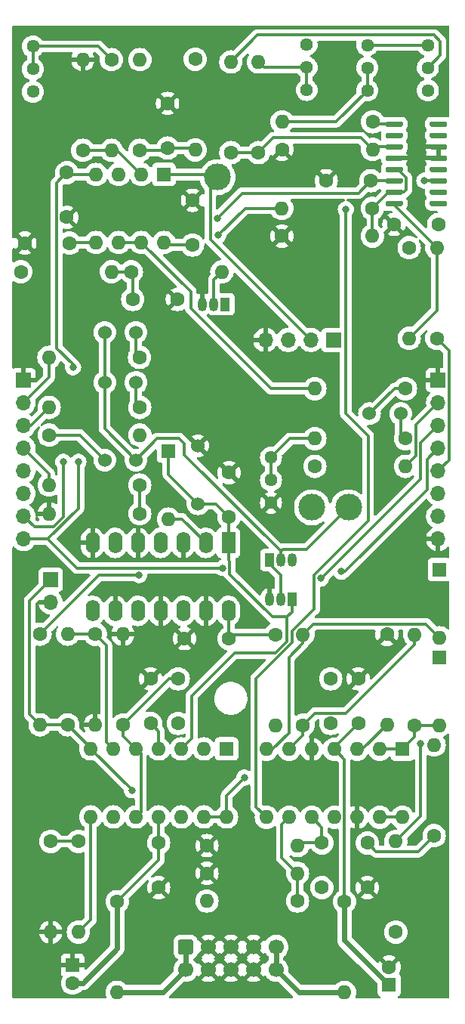
<source format=gtl>
G04 #@! TF.GenerationSoftware,KiCad,Pcbnew,7.0.7-7.0.7~ubuntu22.04.1*
G04 #@! TF.CreationDate,2023-12-10T22:01:21+01:00*
G04 #@! TF.ProjectId,CD40106_VCO,43443430-3130-4365-9f56-434f2e6b6963,rev?*
G04 #@! TF.SameCoordinates,Original*
G04 #@! TF.FileFunction,Copper,L1,Top*
G04 #@! TF.FilePolarity,Positive*
%FSLAX46Y46*%
G04 Gerber Fmt 4.6, Leading zero omitted, Abs format (unit mm)*
G04 Created by KiCad (PCBNEW 7.0.7-7.0.7~ubuntu22.04.1) date 2023-12-10 22:01:21*
%MOMM*%
%LPD*%
G01*
G04 APERTURE LIST*
G04 #@! TA.AperFunction,ComponentPad*
%ADD10C,1.600000*%
G04 #@! TD*
G04 #@! TA.AperFunction,ComponentPad*
%ADD11O,1.600000X1.600000*%
G04 #@! TD*
G04 #@! TA.AperFunction,ComponentPad*
%ADD12R,1.700000X1.700000*%
G04 #@! TD*
G04 #@! TA.AperFunction,ComponentPad*
%ADD13O,1.700000X1.700000*%
G04 #@! TD*
G04 #@! TA.AperFunction,ComponentPad*
%ADD14C,1.524000*%
G04 #@! TD*
G04 #@! TA.AperFunction,ComponentPad*
%ADD15R,1.050000X1.500000*%
G04 #@! TD*
G04 #@! TA.AperFunction,ComponentPad*
%ADD16O,1.050000X1.500000*%
G04 #@! TD*
G04 #@! TA.AperFunction,ComponentPad*
%ADD17R,1.600000X1.600000*%
G04 #@! TD*
G04 #@! TA.AperFunction,ComponentPad*
%ADD18R,1.600000X2.400000*%
G04 #@! TD*
G04 #@! TA.AperFunction,ComponentPad*
%ADD19O,1.600000X2.400000*%
G04 #@! TD*
G04 #@! TA.AperFunction,ComponentPad*
%ADD20C,3.000000*%
G04 #@! TD*
G04 #@! TA.AperFunction,ComponentPad*
%ADD21C,1.700000*%
G04 #@! TD*
G04 #@! TA.AperFunction,ComponentPad*
%ADD22C,1.440000*%
G04 #@! TD*
G04 #@! TA.AperFunction,ViaPad*
%ADD23C,0.800000*%
G04 #@! TD*
G04 #@! TA.AperFunction,Conductor*
%ADD24C,0.300000*%
G04 #@! TD*
G04 #@! TA.AperFunction,Conductor*
%ADD25C,0.600000*%
G04 #@! TD*
G04 APERTURE END LIST*
D10*
X102300000Y-127780000D03*
D11*
X102300000Y-117620000D03*
D10*
X85220000Y-60600000D03*
D11*
X95380000Y-60600000D03*
D10*
X85240000Y-50900000D03*
D11*
X95400000Y-50900000D03*
D12*
X102750000Y-76750000D03*
D13*
X102750000Y-79290000D03*
X102750000Y-81830000D03*
X102750000Y-84370000D03*
X102750000Y-86910000D03*
X102750000Y-89450000D03*
X102750000Y-91990000D03*
X102750000Y-94530000D03*
D10*
X79300000Y-105700000D03*
X74300000Y-105700000D03*
X97000000Y-105220000D03*
D11*
X97000000Y-115380000D03*
D14*
X95050000Y-80500000D03*
X98550000Y-80500000D03*
D10*
X69300000Y-51000000D03*
D11*
X69300000Y-40840000D03*
D10*
X79300000Y-92100000D03*
X79300000Y-87100000D03*
X87600000Y-115400000D03*
D11*
X87600000Y-105240000D03*
D10*
X76820000Y-128900000D03*
D11*
X86980000Y-128900000D03*
D15*
X78870000Y-68240000D03*
D16*
X77600000Y-68240000D03*
X76330000Y-68240000D03*
D14*
X75800000Y-90600000D03*
X75800000Y-84100000D03*
D10*
X61100000Y-58500000D03*
X61100000Y-53500000D03*
X59140000Y-82900000D03*
D11*
X69300000Y-82900000D03*
D10*
X90700000Y-115200000D03*
X90700000Y-110200000D03*
X102800000Y-59300000D03*
X97800000Y-59300000D03*
X99080000Y-83300000D03*
D11*
X88920000Y-83300000D03*
D10*
X79500000Y-51260000D03*
D11*
X79500000Y-41100000D03*
D17*
X72500000Y-84690000D03*
D11*
X72500000Y-92310000D03*
D10*
X76820000Y-132000000D03*
D11*
X86980000Y-132000000D03*
D12*
X91000000Y-72250000D03*
D13*
X88460000Y-72250000D03*
X85920000Y-72250000D03*
X83380000Y-72250000D03*
D10*
X75200000Y-61600000D03*
X75200000Y-56600000D03*
D14*
X68850000Y-77000000D03*
X65350000Y-77000000D03*
D10*
X61200000Y-115360000D03*
D11*
X61200000Y-105200000D03*
D10*
X58100000Y-105200000D03*
D11*
X58100000Y-115360000D03*
D10*
X84500000Y-105240000D03*
D11*
X84500000Y-115400000D03*
G04 #@! TA.AperFunction,SMDPad,CuDef*
G36*
G01*
X96850000Y-48205000D02*
X96850000Y-47905000D01*
G75*
G02*
X97000000Y-47755000I150000J0D01*
G01*
X98650000Y-47755000D01*
G75*
G02*
X98800000Y-47905000I0J-150000D01*
G01*
X98800000Y-48205000D01*
G75*
G02*
X98650000Y-48355000I-150000J0D01*
G01*
X97000000Y-48355000D01*
G75*
G02*
X96850000Y-48205000I0J150000D01*
G01*
G37*
G04 #@! TD.AperFunction*
G04 #@! TA.AperFunction,SMDPad,CuDef*
G36*
G01*
X96850000Y-49475000D02*
X96850000Y-49175000D01*
G75*
G02*
X97000000Y-49025000I150000J0D01*
G01*
X98650000Y-49025000D01*
G75*
G02*
X98800000Y-49175000I0J-150000D01*
G01*
X98800000Y-49475000D01*
G75*
G02*
X98650000Y-49625000I-150000J0D01*
G01*
X97000000Y-49625000D01*
G75*
G02*
X96850000Y-49475000I0J150000D01*
G01*
G37*
G04 #@! TD.AperFunction*
G04 #@! TA.AperFunction,SMDPad,CuDef*
G36*
G01*
X96850000Y-50745000D02*
X96850000Y-50445000D01*
G75*
G02*
X97000000Y-50295000I150000J0D01*
G01*
X98650000Y-50295000D01*
G75*
G02*
X98800000Y-50445000I0J-150000D01*
G01*
X98800000Y-50745000D01*
G75*
G02*
X98650000Y-50895000I-150000J0D01*
G01*
X97000000Y-50895000D01*
G75*
G02*
X96850000Y-50745000I0J150000D01*
G01*
G37*
G04 #@! TD.AperFunction*
G04 #@! TA.AperFunction,SMDPad,CuDef*
G36*
G01*
X96850000Y-52015000D02*
X96850000Y-51715000D01*
G75*
G02*
X97000000Y-51565000I150000J0D01*
G01*
X98650000Y-51565000D01*
G75*
G02*
X98800000Y-51715000I0J-150000D01*
G01*
X98800000Y-52015000D01*
G75*
G02*
X98650000Y-52165000I-150000J0D01*
G01*
X97000000Y-52165000D01*
G75*
G02*
X96850000Y-52015000I0J150000D01*
G01*
G37*
G04 #@! TD.AperFunction*
G04 #@! TA.AperFunction,SMDPad,CuDef*
G36*
G01*
X96850000Y-53285000D02*
X96850000Y-52985000D01*
G75*
G02*
X97000000Y-52835000I150000J0D01*
G01*
X98650000Y-52835000D01*
G75*
G02*
X98800000Y-52985000I0J-150000D01*
G01*
X98800000Y-53285000D01*
G75*
G02*
X98650000Y-53435000I-150000J0D01*
G01*
X97000000Y-53435000D01*
G75*
G02*
X96850000Y-53285000I0J150000D01*
G01*
G37*
G04 #@! TD.AperFunction*
G04 #@! TA.AperFunction,SMDPad,CuDef*
G36*
G01*
X96850000Y-54555000D02*
X96850000Y-54255000D01*
G75*
G02*
X97000000Y-54105000I150000J0D01*
G01*
X98650000Y-54105000D01*
G75*
G02*
X98800000Y-54255000I0J-150000D01*
G01*
X98800000Y-54555000D01*
G75*
G02*
X98650000Y-54705000I-150000J0D01*
G01*
X97000000Y-54705000D01*
G75*
G02*
X96850000Y-54555000I0J150000D01*
G01*
G37*
G04 #@! TD.AperFunction*
G04 #@! TA.AperFunction,SMDPad,CuDef*
G36*
G01*
X96850000Y-55825000D02*
X96850000Y-55525000D01*
G75*
G02*
X97000000Y-55375000I150000J0D01*
G01*
X98650000Y-55375000D01*
G75*
G02*
X98800000Y-55525000I0J-150000D01*
G01*
X98800000Y-55825000D01*
G75*
G02*
X98650000Y-55975000I-150000J0D01*
G01*
X97000000Y-55975000D01*
G75*
G02*
X96850000Y-55825000I0J150000D01*
G01*
G37*
G04 #@! TD.AperFunction*
G04 #@! TA.AperFunction,SMDPad,CuDef*
G36*
G01*
X96850000Y-57095000D02*
X96850000Y-56795000D01*
G75*
G02*
X97000000Y-56645000I150000J0D01*
G01*
X98650000Y-56645000D01*
G75*
G02*
X98800000Y-56795000I0J-150000D01*
G01*
X98800000Y-57095000D01*
G75*
G02*
X98650000Y-57245000I-150000J0D01*
G01*
X97000000Y-57245000D01*
G75*
G02*
X96850000Y-57095000I0J150000D01*
G01*
G37*
G04 #@! TD.AperFunction*
G04 #@! TA.AperFunction,SMDPad,CuDef*
G36*
G01*
X101800000Y-57095000D02*
X101800000Y-56795000D01*
G75*
G02*
X101950000Y-56645000I150000J0D01*
G01*
X103600000Y-56645000D01*
G75*
G02*
X103750000Y-56795000I0J-150000D01*
G01*
X103750000Y-57095000D01*
G75*
G02*
X103600000Y-57245000I-150000J0D01*
G01*
X101950000Y-57245000D01*
G75*
G02*
X101800000Y-57095000I0J150000D01*
G01*
G37*
G04 #@! TD.AperFunction*
G04 #@! TA.AperFunction,SMDPad,CuDef*
G36*
G01*
X101800000Y-55825000D02*
X101800000Y-55525000D01*
G75*
G02*
X101950000Y-55375000I150000J0D01*
G01*
X103600000Y-55375000D01*
G75*
G02*
X103750000Y-55525000I0J-150000D01*
G01*
X103750000Y-55825000D01*
G75*
G02*
X103600000Y-55975000I-150000J0D01*
G01*
X101950000Y-55975000D01*
G75*
G02*
X101800000Y-55825000I0J150000D01*
G01*
G37*
G04 #@! TD.AperFunction*
G04 #@! TA.AperFunction,SMDPad,CuDef*
G36*
G01*
X101800000Y-54555000D02*
X101800000Y-54255000D01*
G75*
G02*
X101950000Y-54105000I150000J0D01*
G01*
X103600000Y-54105000D01*
G75*
G02*
X103750000Y-54255000I0J-150000D01*
G01*
X103750000Y-54555000D01*
G75*
G02*
X103600000Y-54705000I-150000J0D01*
G01*
X101950000Y-54705000D01*
G75*
G02*
X101800000Y-54555000I0J150000D01*
G01*
G37*
G04 #@! TD.AperFunction*
G04 #@! TA.AperFunction,SMDPad,CuDef*
G36*
G01*
X101800000Y-53285000D02*
X101800000Y-52985000D01*
G75*
G02*
X101950000Y-52835000I150000J0D01*
G01*
X103600000Y-52835000D01*
G75*
G02*
X103750000Y-52985000I0J-150000D01*
G01*
X103750000Y-53285000D01*
G75*
G02*
X103600000Y-53435000I-150000J0D01*
G01*
X101950000Y-53435000D01*
G75*
G02*
X101800000Y-53285000I0J150000D01*
G01*
G37*
G04 #@! TD.AperFunction*
G04 #@! TA.AperFunction,SMDPad,CuDef*
G36*
G01*
X101800000Y-52015000D02*
X101800000Y-51715000D01*
G75*
G02*
X101950000Y-51565000I150000J0D01*
G01*
X103600000Y-51565000D01*
G75*
G02*
X103750000Y-51715000I0J-150000D01*
G01*
X103750000Y-52015000D01*
G75*
G02*
X103600000Y-52165000I-150000J0D01*
G01*
X101950000Y-52165000D01*
G75*
G02*
X101800000Y-52015000I0J150000D01*
G01*
G37*
G04 #@! TD.AperFunction*
G04 #@! TA.AperFunction,SMDPad,CuDef*
G36*
G01*
X101800000Y-50745000D02*
X101800000Y-50445000D01*
G75*
G02*
X101950000Y-50295000I150000J0D01*
G01*
X103600000Y-50295000D01*
G75*
G02*
X103750000Y-50445000I0J-150000D01*
G01*
X103750000Y-50745000D01*
G75*
G02*
X103600000Y-50895000I-150000J0D01*
G01*
X101950000Y-50895000D01*
G75*
G02*
X101800000Y-50745000I0J150000D01*
G01*
G37*
G04 #@! TD.AperFunction*
G04 #@! TA.AperFunction,SMDPad,CuDef*
G36*
G01*
X101800000Y-49475000D02*
X101800000Y-49175000D01*
G75*
G02*
X101950000Y-49025000I150000J0D01*
G01*
X103600000Y-49025000D01*
G75*
G02*
X103750000Y-49175000I0J-150000D01*
G01*
X103750000Y-49475000D01*
G75*
G02*
X103600000Y-49625000I-150000J0D01*
G01*
X101950000Y-49625000D01*
G75*
G02*
X101800000Y-49475000I0J150000D01*
G01*
G37*
G04 #@! TD.AperFunction*
G04 #@! TA.AperFunction,SMDPad,CuDef*
G36*
G01*
X101800000Y-48205000D02*
X101800000Y-47905000D01*
G75*
G02*
X101950000Y-47755000I150000J0D01*
G01*
X103600000Y-47755000D01*
G75*
G02*
X103750000Y-47905000I0J-150000D01*
G01*
X103750000Y-48205000D01*
G75*
G02*
X103600000Y-48355000I-150000J0D01*
G01*
X101950000Y-48355000D01*
G75*
G02*
X101800000Y-48205000I0J150000D01*
G01*
G37*
G04 #@! TD.AperFunction*
D10*
X71400000Y-133600000D03*
X71400000Y-128600000D03*
X64300000Y-105220000D03*
D11*
X64300000Y-115380000D03*
D10*
X98000000Y-138580000D03*
D11*
X98000000Y-128420000D03*
D14*
X65350000Y-85700000D03*
X68850000Y-85700000D03*
D10*
X69260000Y-74200000D03*
D11*
X59100000Y-74200000D03*
D10*
X100100000Y-115400000D03*
D11*
X100100000Y-105240000D03*
D10*
X88920000Y-86400000D03*
D11*
X99080000Y-86400000D03*
D10*
X93800000Y-115200000D03*
X93800000Y-110200000D03*
X94800000Y-133600000D03*
X94800000Y-128600000D03*
D17*
X79025000Y-118060000D03*
D11*
X76485000Y-118060000D03*
X73945000Y-118060000D03*
X71405000Y-118060000D03*
X68865000Y-118060000D03*
X66325000Y-118060000D03*
X63785000Y-118060000D03*
X63785000Y-125680000D03*
X66325000Y-125680000D03*
X68865000Y-125680000D03*
X71405000Y-125680000D03*
X73945000Y-125680000D03*
X76485000Y-125680000D03*
X79025000Y-125680000D03*
D10*
X69280000Y-79800000D03*
D11*
X59120000Y-79800000D03*
D10*
X73600000Y-115200000D03*
X73600000Y-110200000D03*
D18*
X79225000Y-94975000D03*
D19*
X76685000Y-94975000D03*
X74145000Y-94975000D03*
X71605000Y-94975000D03*
X69065000Y-94975000D03*
X66525000Y-94975000D03*
X63985000Y-94975000D03*
X63985000Y-102595000D03*
X66525000Y-102595000D03*
X69065000Y-102595000D03*
X71605000Y-102595000D03*
X74145000Y-102595000D03*
X76685000Y-102595000D03*
X79225000Y-102595000D03*
D17*
X102900000Y-107780000D03*
D11*
X102900000Y-115400000D03*
D10*
X102600000Y-72060000D03*
D11*
X102600000Y-61900000D03*
D10*
X72400000Y-45750000D03*
X72400000Y-50750000D03*
X73500000Y-67700000D03*
X68500000Y-67700000D03*
D17*
X98725000Y-118100000D03*
D11*
X96185000Y-118100000D03*
X93645000Y-118100000D03*
X91105000Y-118100000D03*
X88565000Y-118100000D03*
X86025000Y-118100000D03*
X83485000Y-118100000D03*
X83485000Y-125720000D03*
X86025000Y-125720000D03*
X88565000Y-125720000D03*
X91105000Y-125720000D03*
X93645000Y-125720000D03*
X96185000Y-125720000D03*
X98725000Y-125720000D03*
D10*
X95380000Y-57500000D03*
D11*
X85220000Y-57500000D03*
D10*
X99080000Y-77700000D03*
D11*
X88920000Y-77700000D03*
D14*
X68850000Y-71400000D03*
X65350000Y-71400000D03*
D10*
X62900000Y-51000000D03*
D11*
X62900000Y-40840000D03*
D10*
X86980000Y-135100000D03*
D11*
X76820000Y-135100000D03*
D10*
X56400000Y-61400000D03*
X61400000Y-61400000D03*
X55940000Y-64600000D03*
D11*
X66100000Y-64600000D03*
D10*
X89700000Y-133600000D03*
X89700000Y-128600000D03*
X90200000Y-54400000D03*
X95200000Y-54400000D03*
X95400000Y-47800000D03*
D11*
X85240000Y-47800000D03*
D10*
X69280000Y-88500000D03*
D11*
X59120000Y-88500000D03*
D10*
X68340000Y-64600000D03*
D11*
X78500000Y-64600000D03*
D10*
X62400000Y-128420000D03*
D11*
X62400000Y-138580000D03*
D10*
X99500000Y-61900000D03*
D11*
X99500000Y-72060000D03*
D17*
X72000000Y-53700000D03*
D11*
X69460000Y-53700000D03*
X66920000Y-53700000D03*
X64380000Y-53700000D03*
X64380000Y-61320000D03*
X66920000Y-61320000D03*
X69460000Y-61320000D03*
X72000000Y-61320000D03*
D10*
X70500000Y-115200000D03*
X70500000Y-110200000D03*
D12*
X56250000Y-76750000D03*
D13*
X56250000Y-79290000D03*
X56250000Y-81830000D03*
X56250000Y-84370000D03*
X56250000Y-86910000D03*
X56250000Y-89450000D03*
X56250000Y-91990000D03*
X56250000Y-94530000D03*
D10*
X66100000Y-40840000D03*
D11*
X66100000Y-51000000D03*
D10*
X59300000Y-128420000D03*
D11*
X59300000Y-138580000D03*
D10*
X82600000Y-51260000D03*
D11*
X82600000Y-41100000D03*
D15*
X86370000Y-101300000D03*
D16*
X85100000Y-101300000D03*
X83830000Y-101300000D03*
D10*
X69280000Y-91700000D03*
D11*
X59120000Y-91700000D03*
D10*
X67400000Y-115380000D03*
D11*
X67400000Y-105220000D03*
D10*
X75500000Y-40790000D03*
D11*
X75500000Y-50950000D03*
D17*
X102900000Y-97980000D03*
D11*
X102900000Y-105600000D03*
D15*
X83830000Y-96900000D03*
D16*
X85100000Y-96900000D03*
X86370000Y-96900000D03*
D17*
X61750000Y-142300000D03*
D10*
X61750000Y-144300000D03*
D20*
X78000000Y-54000000D03*
G04 #@! TA.AperFunction,ComponentPad*
G36*
G01*
X73820000Y-139400000D02*
X75020000Y-139400000D01*
G75*
G02*
X75270000Y-139650000I0J-250000D01*
G01*
X75270000Y-140850000D01*
G75*
G02*
X75020000Y-141100000I-250000J0D01*
G01*
X73820000Y-141100000D01*
G75*
G02*
X73570000Y-140850000I0J250000D01*
G01*
X73570000Y-139650000D01*
G75*
G02*
X73820000Y-139400000I250000J0D01*
G01*
G37*
G04 #@! TD.AperFunction*
D21*
X74420000Y-142790000D03*
X76960000Y-140250000D03*
X76960000Y-142790000D03*
X79500000Y-140250000D03*
X79500000Y-142790000D03*
X82040000Y-140250000D03*
X82040000Y-142790000D03*
X84580000Y-140250000D03*
X84580000Y-142790000D03*
D22*
X94800000Y-44280000D03*
X94800000Y-41740000D03*
X94800000Y-39200000D03*
D17*
X97250000Y-144500000D03*
D10*
X97250000Y-142500000D03*
D12*
X59300000Y-99100000D03*
D13*
X59300000Y-101640000D03*
D20*
X92700000Y-91000000D03*
D22*
X57300000Y-39360000D03*
X57300000Y-41900000D03*
X57300000Y-44440000D03*
D20*
X88600000Y-91000000D03*
D22*
X84000000Y-85420000D03*
X84000000Y-87960000D03*
X84000000Y-90500000D03*
X88000000Y-39160000D03*
X88000000Y-41700000D03*
X88000000Y-44240000D03*
D10*
X92250000Y-135170000D03*
D11*
X92250000Y-145330000D03*
D10*
X66750000Y-135170000D03*
D11*
X66750000Y-145330000D03*
D22*
X101600000Y-39200000D03*
X101600000Y-41740000D03*
X101600000Y-44280000D03*
D23*
X75400000Y-121600000D03*
X101100000Y-51800000D03*
X81400000Y-103500000D03*
X81400000Y-102600000D03*
X97800000Y-97700000D03*
X98800000Y-97700000D03*
X98800000Y-98700000D03*
X85200000Y-120600000D03*
X81600000Y-94100000D03*
X97800000Y-98700000D03*
X84700000Y-121400000D03*
X75500000Y-100000000D03*
X74900000Y-120700000D03*
X81600000Y-95000000D03*
X81700000Y-99300000D03*
X76600000Y-100000000D03*
X77700000Y-100000000D03*
X84200000Y-120600000D03*
X101100000Y-50600000D03*
X75900000Y-120700000D03*
X60700000Y-85900000D03*
X78100000Y-60500000D03*
X101200000Y-54400000D03*
X78600000Y-97800000D03*
X78000000Y-58600000D03*
X62400000Y-85900000D03*
X61800000Y-75300000D03*
X68400000Y-122700000D03*
X100800000Y-117500000D03*
X91900000Y-98200000D03*
X69200000Y-98600000D03*
X81000000Y-121300000D03*
X89600000Y-98949500D03*
X92400000Y-57600000D03*
D24*
X92255000Y-135165000D02*
X92250000Y-135170000D01*
X59600000Y-93200000D02*
X57460000Y-93200000D01*
X91105000Y-118100000D02*
X92255000Y-119250000D01*
X102775000Y-54405000D02*
X101205000Y-54405000D01*
X57460000Y-93200000D02*
X56250000Y-91990000D01*
D25*
X92250000Y-135170000D02*
X92250000Y-139500000D01*
D24*
X81100000Y-57500000D02*
X78100000Y-60500000D01*
D25*
X92250000Y-139500000D02*
X97250000Y-144500000D01*
D24*
X71405000Y-116105000D02*
X70500000Y-115200000D01*
X85220000Y-57500000D02*
X81100000Y-57500000D01*
X60700000Y-85900000D02*
X60700000Y-92100000D01*
X79760000Y-105240000D02*
X79300000Y-105700000D01*
X79300000Y-105700000D02*
X79300000Y-102670000D01*
X91105000Y-117895000D02*
X91105000Y-118100000D01*
X60700000Y-92100000D02*
X59600000Y-93200000D01*
X101205000Y-54405000D02*
X101200000Y-54400000D01*
X92255000Y-119250000D02*
X92255000Y-135165000D01*
X79300000Y-102670000D02*
X79225000Y-102595000D01*
X72280000Y-61600000D02*
X72000000Y-61320000D01*
X71405000Y-118060000D02*
X71405000Y-116105000D01*
X93800000Y-115200000D02*
X91105000Y-117895000D01*
X75200000Y-61600000D02*
X72280000Y-61600000D01*
X94800000Y-39200000D02*
X101600000Y-39200000D01*
X84500000Y-105240000D02*
X79760000Y-105240000D01*
X100510000Y-129570000D02*
X95770000Y-129570000D01*
X95770000Y-129570000D02*
X94800000Y-128600000D01*
X102300000Y-127780000D02*
X100510000Y-129570000D01*
X61800000Y-75000000D02*
X59950000Y-73150000D01*
X78000000Y-58600000D02*
X80800000Y-55800000D01*
X93800000Y-55800000D02*
X95200000Y-54400000D01*
D25*
X62881370Y-144300000D02*
X66750000Y-140431370D01*
D24*
X56250000Y-94530000D02*
X58977106Y-94530000D01*
X71400000Y-130520000D02*
X66750000Y-135170000D01*
X71400000Y-128600000D02*
X71400000Y-130520000D01*
X61300000Y-53700000D02*
X61100000Y-53500000D01*
X58977106Y-94530000D02*
X62400000Y-91107106D01*
X61800000Y-75300000D02*
X61800000Y-75000000D01*
D25*
X66750000Y-140431370D02*
X66750000Y-135170000D01*
D24*
X59950000Y-73150000D02*
X59950000Y-54650000D01*
X59950000Y-54650000D02*
X61100000Y-53500000D01*
X62247106Y-97800000D02*
X78600000Y-97800000D01*
X62400000Y-91107106D02*
X62400000Y-85900000D01*
X95205000Y-54405000D02*
X95200000Y-54400000D01*
X71400000Y-125685000D02*
X71405000Y-125680000D01*
X97825000Y-54405000D02*
X95205000Y-54405000D01*
D25*
X61750000Y-144300000D02*
X62881370Y-144300000D01*
D24*
X80800000Y-55800000D02*
X93800000Y-55800000D01*
X64380000Y-53700000D02*
X61300000Y-53700000D01*
X58977106Y-94530000D02*
X62247106Y-97800000D01*
X71400000Y-128600000D02*
X71400000Y-125685000D01*
X67400000Y-115380000D02*
X72580000Y-110200000D01*
X69400000Y-118595000D02*
X68865000Y-118060000D01*
X67400000Y-116595000D02*
X68865000Y-118060000D01*
X67400000Y-115380000D02*
X67400000Y-116595000D01*
X72580000Y-110200000D02*
X73600000Y-110200000D01*
X69400000Y-125145000D02*
X69400000Y-118595000D01*
X68865000Y-125680000D02*
X69400000Y-125145000D01*
X61200000Y-115360000D02*
X58100000Y-115360000D01*
X56950000Y-114210000D02*
X56950000Y-101450000D01*
X63785000Y-117945000D02*
X63785000Y-118060000D01*
X68400000Y-122700000D02*
X68400000Y-122675000D01*
X56950000Y-101450000D02*
X59300000Y-99100000D01*
X61200000Y-115360000D02*
X63785000Y-117945000D01*
X58100000Y-115360000D02*
X56950000Y-114210000D01*
X68400000Y-122675000D02*
X63785000Y-118060000D01*
X68340000Y-64600000D02*
X66100000Y-64600000D01*
X68500000Y-67700000D02*
X68500000Y-64760000D01*
X68500000Y-64760000D02*
X68340000Y-64600000D01*
X103950000Y-85710000D02*
X103950000Y-73410000D01*
X103950000Y-73410000D02*
X102600000Y-72060000D01*
X102750000Y-86910000D02*
X103950000Y-85710000D01*
X76685000Y-94975000D02*
X74020000Y-92310000D01*
X74020000Y-92310000D02*
X72500000Y-92310000D01*
X101370000Y-104070000D02*
X102900000Y-105600000D01*
X86000000Y-116300000D02*
X84200000Y-118100000D01*
X87600000Y-105240000D02*
X88770000Y-104070000D01*
X84200000Y-118100000D02*
X83485000Y-118100000D01*
X88770000Y-104070000D02*
X101370000Y-104070000D01*
X87600000Y-105240000D02*
X87600000Y-106200000D01*
X86000000Y-107800000D02*
X86000000Y-116300000D01*
X87600000Y-106200000D02*
X86000000Y-107800000D01*
X96185000Y-118100000D02*
X98725000Y-118100000D01*
X102900000Y-115400000D02*
X100100000Y-115400000D01*
X100100000Y-115400000D02*
X100100000Y-116725000D01*
X100100000Y-116725000D02*
X98725000Y-118100000D01*
X72150000Y-51000000D02*
X72400000Y-50750000D01*
X69300000Y-51000000D02*
X72150000Y-51000000D01*
X75300000Y-50750000D02*
X75500000Y-50950000D01*
X72400000Y-50750000D02*
X75300000Y-50750000D01*
X100800000Y-125620000D02*
X100800000Y-117500000D01*
X98000000Y-128420000D02*
X100800000Y-125620000D01*
X59120000Y-79800000D02*
X57090000Y-81830000D01*
X57090000Y-81830000D02*
X56250000Y-81830000D01*
X59100000Y-76440000D02*
X59100000Y-74200000D01*
X56250000Y-79290000D02*
X59100000Y-76440000D01*
X97000000Y-115380000D02*
X94280000Y-118100000D01*
X94280000Y-118100000D02*
X93645000Y-118100000D01*
X88920000Y-77700000D02*
X84000000Y-77700000D01*
X69460000Y-61320000D02*
X66920000Y-61320000D01*
X75000000Y-68700000D02*
X75000000Y-66860000D01*
X75000000Y-66860000D02*
X69460000Y-61320000D01*
X84000000Y-77700000D02*
X75000000Y-68700000D01*
X59120000Y-87240000D02*
X59120000Y-88500000D01*
X56250000Y-84370000D02*
X59120000Y-87240000D01*
X91900000Y-98200000D02*
X92300000Y-98200000D01*
X64700000Y-98600000D02*
X58100000Y-105200000D01*
X69200000Y-98600000D02*
X64700000Y-98600000D01*
X92300000Y-98200000D02*
X101500000Y-89000000D01*
X101500000Y-85620000D02*
X102750000Y-84370000D01*
X101500000Y-89000000D02*
X101500000Y-85620000D01*
X100800000Y-83780000D02*
X102750000Y-81830000D01*
X79025000Y-125680000D02*
X79025000Y-123275000D01*
X89600000Y-98949500D02*
X89650500Y-98949500D01*
X100800000Y-87800000D02*
X100800000Y-83780000D01*
X89650500Y-98949500D02*
X100800000Y-87800000D01*
X76485000Y-125680000D02*
X79025000Y-125680000D01*
X79025000Y-123275000D02*
X81000000Y-121300000D01*
X99080000Y-86400000D02*
X100300000Y-85180000D01*
X100300000Y-81740000D02*
X102750000Y-79290000D01*
X100300000Y-85180000D02*
X100300000Y-81740000D01*
X89700000Y-128600000D02*
X87280000Y-128600000D01*
X89700000Y-128600000D02*
X89700000Y-126855000D01*
X87280000Y-128600000D02*
X86980000Y-128900000D01*
X89700000Y-126855000D02*
X88565000Y-125720000D01*
D25*
X87120000Y-145330000D02*
X84580000Y-142790000D01*
X84580000Y-140250000D02*
X84580000Y-142790000D01*
X92250000Y-145330000D02*
X87120000Y-145330000D01*
D24*
X83830000Y-96900000D02*
X83830000Y-97330000D01*
X85100000Y-98600000D02*
X85100000Y-101300000D01*
X83830000Y-97330000D02*
X85100000Y-98600000D01*
X74300000Y-85125000D02*
X74300000Y-83900000D01*
X73700000Y-83300000D02*
X71250000Y-83300000D01*
X65350000Y-71400000D02*
X65350000Y-77000000D01*
X74300000Y-83900000D02*
X73700000Y-83300000D01*
X88000000Y-95700000D02*
X92700000Y-91000000D01*
X85317563Y-95700000D02*
X85100000Y-95917563D01*
X71250000Y-83300000D02*
X68850000Y-85700000D01*
X74300000Y-85125000D02*
X74307437Y-85125000D01*
X98550000Y-80500000D02*
X98550000Y-82770000D01*
X98550000Y-82770000D02*
X99080000Y-83300000D01*
X85100000Y-95917563D02*
X85100000Y-96900000D01*
X88000000Y-95700000D02*
X85317563Y-95700000D01*
X68850000Y-85700000D02*
X65350000Y-82200000D01*
X74307437Y-85125000D02*
X85100000Y-95917563D01*
X65350000Y-82200000D02*
X65350000Y-77000000D01*
X68850000Y-79370000D02*
X69280000Y-79800000D01*
X68850000Y-77000000D02*
X68850000Y-79370000D01*
D25*
X74420000Y-140250000D02*
X74420000Y-142790000D01*
X74420000Y-142790000D02*
X71880000Y-145330000D01*
X71880000Y-145330000D02*
X66750000Y-145330000D01*
D24*
X69280000Y-88500000D02*
X69280000Y-91700000D01*
X64280000Y-105200000D02*
X64300000Y-105220000D01*
X61200000Y-105200000D02*
X64280000Y-105200000D01*
X65525001Y-117260001D02*
X65525001Y-106445001D01*
X66325000Y-118060000D02*
X65525001Y-117260001D01*
X65525001Y-106445001D02*
X64300000Y-105220000D01*
X59300000Y-128420000D02*
X62400000Y-128420000D01*
X86120000Y-83300000D02*
X84000000Y-85420000D01*
X88920000Y-83300000D02*
X86120000Y-83300000D01*
X84000000Y-87960000D02*
X84000000Y-85420000D01*
X57300000Y-41900000D02*
X57300000Y-39360000D01*
X57300000Y-39360000D02*
X64620000Y-39360000D01*
X64620000Y-39360000D02*
X66100000Y-40840000D01*
X77600000Y-65500000D02*
X78500000Y-64600000D01*
X77600000Y-68240000D02*
X77600000Y-65500000D01*
X97850000Y-77700000D02*
X95050000Y-80500000D01*
X99080000Y-77700000D02*
X97850000Y-77700000D01*
X66100000Y-51000000D02*
X62900000Y-51000000D01*
X69460000Y-53700000D02*
X66760000Y-51000000D01*
X66760000Y-51000000D02*
X66100000Y-51000000D01*
X86400000Y-104813654D02*
X86400000Y-106107106D01*
X94900000Y-92400000D02*
X94900000Y-83000000D01*
X88850000Y-102363654D02*
X86400000Y-104813654D01*
X94900000Y-92500000D02*
X88850000Y-98550000D01*
X88850000Y-98550000D02*
X88850000Y-102363654D01*
X92400000Y-80500000D02*
X92400000Y-57600000D01*
X94900000Y-92500000D02*
X94900000Y-92400000D01*
X82335000Y-124570000D02*
X83485000Y-125720000D01*
X94900000Y-83000000D02*
X92400000Y-80500000D01*
X86400000Y-106107106D02*
X82335000Y-110172106D01*
X82335000Y-110172106D02*
X82335000Y-124570000D01*
X95705000Y-50595000D02*
X95400000Y-50900000D01*
X94100000Y-49600000D02*
X84260000Y-49600000D01*
X97825000Y-50595000D02*
X95705000Y-50595000D01*
X79500000Y-51260000D02*
X82600000Y-51260000D01*
X95400000Y-50900000D02*
X94100000Y-49600000D01*
X84260000Y-49600000D02*
X82600000Y-51260000D01*
X103000000Y-38800000D02*
X102290000Y-38090000D01*
X101600000Y-41740000D02*
X103000000Y-40340000D01*
X82510000Y-38090000D02*
X79500000Y-41100000D01*
X102290000Y-38090000D02*
X82510000Y-38090000D01*
X103000000Y-40340000D02*
X103000000Y-38800000D01*
X88000000Y-44240000D02*
X88000000Y-41700000D01*
X88000000Y-41700000D02*
X83200000Y-41700000D01*
X83200000Y-41700000D02*
X82600000Y-41100000D01*
X97825000Y-48055000D02*
X95655000Y-48055000D01*
X95655000Y-48055000D02*
X95400000Y-47800000D01*
X94800000Y-44280000D02*
X91280000Y-47800000D01*
X94800000Y-41740000D02*
X94800000Y-44280000D01*
X91280000Y-47800000D02*
X85240000Y-47800000D01*
X97825000Y-53135000D02*
X98237107Y-53135000D01*
X98920000Y-55675000D02*
X97825000Y-55675000D01*
X95380000Y-57500000D02*
X95380000Y-60600000D01*
X98237107Y-53135000D02*
X99150000Y-54047893D01*
X97825000Y-55675000D02*
X97205000Y-55675000D01*
X97205000Y-55675000D02*
X95380000Y-57500000D01*
X99150000Y-55445000D02*
X98920000Y-55675000D01*
X99150000Y-54047893D02*
X99150000Y-55445000D01*
X87600000Y-116525000D02*
X87600000Y-115400000D01*
X86025000Y-118100000D02*
X87600000Y-116525000D01*
X92421370Y-114050000D02*
X88950000Y-114050000D01*
X100100000Y-106371370D02*
X92421370Y-114050000D01*
X88950000Y-114050000D02*
X87600000Y-115400000D01*
X100100000Y-105240000D02*
X100100000Y-106371370D01*
X62550000Y-82900000D02*
X65350000Y-85700000D01*
X59140000Y-82900000D02*
X62550000Y-82900000D01*
X68850000Y-71400000D02*
X68850000Y-73790000D01*
X68850000Y-73790000D02*
X69260000Y-74200000D01*
X63785000Y-137195000D02*
X62400000Y-138580000D01*
X63785000Y-125680000D02*
X63785000Y-137195000D01*
X102600000Y-61900000D02*
X97825000Y-57125000D01*
X102600000Y-68960000D02*
X102600000Y-61900000D01*
X99500000Y-72060000D02*
X102600000Y-68960000D01*
X97825000Y-57125000D02*
X97825000Y-56945000D01*
X85225001Y-130245001D02*
X86980000Y-132000000D01*
X86025000Y-125720000D02*
X85225001Y-126519999D01*
X86980000Y-132000000D02*
X86980000Y-135100000D01*
X85225001Y-126519999D02*
X85225001Y-130245001D01*
X96185000Y-125720000D02*
X98725000Y-125720000D01*
X77200000Y-54800000D02*
X77200000Y-60990000D01*
X78000000Y-54000000D02*
X77200000Y-54800000D01*
X72000000Y-53700000D02*
X77700000Y-53700000D01*
X77200000Y-60990000D02*
X88460000Y-72250000D01*
X77700000Y-53700000D02*
X78000000Y-54000000D01*
X64380000Y-61320000D02*
X61480000Y-61320000D01*
X90950000Y-72250000D02*
X90900000Y-72200000D01*
X61480000Y-61320000D02*
X61400000Y-61400000D01*
X84500000Y-107300000D02*
X79900000Y-107300000D01*
X79900000Y-107300000D02*
X75100000Y-112100000D01*
X85800000Y-103270000D02*
X86370000Y-102700000D01*
X85800000Y-103270000D02*
X85800000Y-106000000D01*
X86370000Y-102700000D02*
X86370000Y-101300000D01*
X75100000Y-116905000D02*
X73945000Y-118060000D01*
X75800000Y-90600000D02*
X77800000Y-90600000D01*
X77800000Y-90600000D02*
X79300000Y-92100000D01*
X79225000Y-96920000D02*
X79350000Y-97045000D01*
X79300000Y-94900000D02*
X79225000Y-94975000D01*
X72500000Y-87300000D02*
X75800000Y-90600000D01*
X79350000Y-98466219D02*
X84153781Y-103270000D01*
X79350000Y-97045000D02*
X79350000Y-98466219D01*
X79300000Y-92100000D02*
X79300000Y-94900000D01*
X85800000Y-106000000D02*
X84500000Y-107300000D01*
X75100000Y-112100000D02*
X75100000Y-116905000D01*
X79225000Y-94975000D02*
X79225000Y-96920000D01*
X72500000Y-84690000D02*
X72500000Y-87300000D01*
X84153781Y-103270000D02*
X85800000Y-103270000D01*
G04 #@! TA.AperFunction,Conductor*
G36*
X58720277Y-95208502D02*
G01*
X58741251Y-95225405D01*
X61720230Y-98204383D01*
X61730446Y-98217133D01*
X61730639Y-98216974D01*
X61735690Y-98223080D01*
X61788807Y-98272960D01*
X61810764Y-98294918D01*
X61810768Y-98294921D01*
X61810773Y-98294926D01*
X61816629Y-98299468D01*
X61821126Y-98303310D01*
X61856973Y-98336972D01*
X61875766Y-98347303D01*
X61892290Y-98358158D01*
X61909238Y-98371305D01*
X61954361Y-98390831D01*
X61959695Y-98393444D01*
X62002763Y-98417121D01*
X62002765Y-98417122D01*
X62002769Y-98417124D01*
X62023546Y-98422458D01*
X62042238Y-98428857D01*
X62061929Y-98437379D01*
X62110508Y-98445072D01*
X62116277Y-98446267D01*
X62163918Y-98458500D01*
X62185364Y-98458500D01*
X62205074Y-98460050D01*
X62226257Y-98463406D01*
X62261748Y-98460051D01*
X62275198Y-98458780D01*
X62281131Y-98458500D01*
X63606050Y-98458500D01*
X63674171Y-98478502D01*
X63720664Y-98532158D01*
X63730768Y-98602432D01*
X63701274Y-98667012D01*
X63695145Y-98673595D01*
X60859927Y-101508811D01*
X60797615Y-101542837D01*
X60726799Y-101537772D01*
X60669964Y-101495225D01*
X60645262Y-101430120D01*
X60644067Y-101415707D01*
X60588823Y-101197550D01*
X60588820Y-101197543D01*
X60498419Y-100991451D01*
X60375325Y-100803041D01*
X60232018Y-100647367D01*
X60200598Y-100583702D01*
X60208585Y-100513156D01*
X60253444Y-100458127D01*
X60280679Y-100443977D01*
X60396204Y-100400889D01*
X60513261Y-100313261D01*
X60600889Y-100196204D01*
X60651989Y-100059201D01*
X60653193Y-100048009D01*
X60658499Y-99998649D01*
X60658500Y-99998632D01*
X60658500Y-98201367D01*
X60658499Y-98201350D01*
X60651990Y-98140803D01*
X60651988Y-98140795D01*
X60613864Y-98038584D01*
X60600889Y-98003796D01*
X60600888Y-98003794D01*
X60600887Y-98003792D01*
X60513261Y-97886738D01*
X60396207Y-97799112D01*
X60396202Y-97799110D01*
X60259204Y-97748011D01*
X60259196Y-97748009D01*
X60198649Y-97741500D01*
X60198638Y-97741500D01*
X58401362Y-97741500D01*
X58401350Y-97741500D01*
X58340803Y-97748009D01*
X58340795Y-97748011D01*
X58203797Y-97799110D01*
X58203792Y-97799112D01*
X58086738Y-97886738D01*
X57999112Y-98003792D01*
X57999110Y-98003797D01*
X57948011Y-98140795D01*
X57948009Y-98140803D01*
X57941500Y-98201350D01*
X57941500Y-99475049D01*
X57921498Y-99543170D01*
X57904595Y-99564144D01*
X56545611Y-100923127D01*
X56532865Y-100933340D01*
X56533025Y-100933533D01*
X56526921Y-100938582D01*
X56477054Y-100991685D01*
X56455071Y-101013668D01*
X56450527Y-101019525D01*
X56446678Y-101024031D01*
X56413029Y-101059865D01*
X56413027Y-101059867D01*
X56402691Y-101078667D01*
X56391843Y-101095180D01*
X56378699Y-101112126D01*
X56378694Y-101112135D01*
X56359172Y-101157247D01*
X56356560Y-101162577D01*
X56332877Y-101205660D01*
X56332873Y-101205670D01*
X56327541Y-101226436D01*
X56321139Y-101245136D01*
X56312620Y-101264820D01*
X56312619Y-101264824D01*
X56304928Y-101313384D01*
X56303724Y-101319198D01*
X56291499Y-101366811D01*
X56291499Y-101388261D01*
X56289949Y-101407959D01*
X56286594Y-101429149D01*
X56286594Y-101429153D01*
X56291220Y-101478094D01*
X56291500Y-101484027D01*
X56291500Y-114123389D01*
X56289708Y-114139620D01*
X56289958Y-114139644D01*
X56289211Y-114147536D01*
X56291500Y-114220341D01*
X56291500Y-114251430D01*
X56292427Y-114258776D01*
X56292893Y-114264690D01*
X56294437Y-114313829D01*
X56294438Y-114313832D01*
X56300421Y-114334429D01*
X56304428Y-114353780D01*
X56307117Y-114375060D01*
X56307117Y-114375062D01*
X56325216Y-114420778D01*
X56327139Y-114426394D01*
X56340853Y-114473597D01*
X56340853Y-114473598D01*
X56351771Y-114492058D01*
X56360468Y-114509811D01*
X56368364Y-114529755D01*
X56368367Y-114529760D01*
X56386352Y-114554513D01*
X56397265Y-114569532D01*
X56400521Y-114574490D01*
X56425547Y-114616807D01*
X56440714Y-114631974D01*
X56453551Y-114647004D01*
X56456333Y-114650833D01*
X56466158Y-114664356D01*
X56504039Y-114695694D01*
X56508420Y-114699680D01*
X56657906Y-114849166D01*
X56783376Y-114974636D01*
X56817402Y-115036948D01*
X56815988Y-115096339D01*
X56806458Y-115131907D01*
X56806457Y-115131911D01*
X56806456Y-115131913D01*
X56806457Y-115131913D01*
X56786502Y-115360000D01*
X56806457Y-115588087D01*
X56834816Y-115693923D01*
X56865715Y-115809240D01*
X56865717Y-115809246D01*
X56962477Y-116016749D01*
X57092751Y-116202800D01*
X57093802Y-116204300D01*
X57255700Y-116366198D01*
X57443251Y-116497523D01*
X57650757Y-116594284D01*
X57871913Y-116653543D01*
X58100000Y-116673498D01*
X58328087Y-116653543D01*
X58549243Y-116594284D01*
X58756749Y-116497523D01*
X58944300Y-116366198D01*
X59106198Y-116204300D01*
X59198675Y-116072228D01*
X59254132Y-116027901D01*
X59301888Y-116018500D01*
X59998112Y-116018500D01*
X60066233Y-116038502D01*
X60101325Y-116072229D01*
X60192751Y-116202800D01*
X60193802Y-116204300D01*
X60355700Y-116366198D01*
X60543251Y-116497523D01*
X60750757Y-116594284D01*
X60971913Y-116653543D01*
X61200000Y-116673498D01*
X61428087Y-116653543D01*
X61463655Y-116644012D01*
X61534628Y-116645698D01*
X61585362Y-116676622D01*
X62492678Y-117583938D01*
X62526704Y-117646250D01*
X62525290Y-117705644D01*
X62491457Y-117831909D01*
X62471502Y-118060000D01*
X62491457Y-118288086D01*
X62550715Y-118509240D01*
X62550717Y-118509246D01*
X62647477Y-118716749D01*
X62773461Y-118896673D01*
X62778802Y-118904300D01*
X62940700Y-119066198D01*
X63128251Y-119197523D01*
X63335757Y-119294284D01*
X63556913Y-119353543D01*
X63785000Y-119373498D01*
X64013087Y-119353543D01*
X64048655Y-119344012D01*
X64119628Y-119345698D01*
X64170362Y-119376622D01*
X67454094Y-122660354D01*
X67488120Y-122722666D01*
X67490309Y-122736279D01*
X67506457Y-122889927D01*
X67536455Y-122982247D01*
X67565473Y-123071556D01*
X67565476Y-123071561D01*
X67660958Y-123236941D01*
X67660965Y-123236951D01*
X67788744Y-123378864D01*
X67788747Y-123378866D01*
X67943248Y-123491118D01*
X68117712Y-123568794D01*
X68304513Y-123608500D01*
X68495491Y-123608500D01*
X68589302Y-123588559D01*
X68660093Y-123593960D01*
X68716726Y-123636776D01*
X68741220Y-123703414D01*
X68741500Y-123711805D01*
X68741500Y-124262289D01*
X68721498Y-124330410D01*
X68667842Y-124376903D01*
X68642185Y-124384881D01*
X68642226Y-124385034D01*
X68638388Y-124386062D01*
X68637386Y-124386374D01*
X68636916Y-124386456D01*
X68636913Y-124386457D01*
X68562105Y-124406502D01*
X68415759Y-124445715D01*
X68415753Y-124445717D01*
X68208250Y-124542477D01*
X68020703Y-124673799D01*
X68020697Y-124673804D01*
X67858804Y-124835697D01*
X67858799Y-124835703D01*
X67727477Y-125023250D01*
X67709195Y-125062457D01*
X67662278Y-125115742D01*
X67594001Y-125135203D01*
X67526041Y-125114661D01*
X67480805Y-125062457D01*
X67473125Y-125045987D01*
X67462523Y-125023251D01*
X67331198Y-124835700D01*
X67169300Y-124673802D01*
X67094929Y-124621727D01*
X66981749Y-124542477D01*
X66774246Y-124445717D01*
X66774240Y-124445715D01*
X66607186Y-124400953D01*
X66553087Y-124386457D01*
X66325000Y-124366502D01*
X66324999Y-124366502D01*
X66096913Y-124386457D01*
X65875759Y-124445715D01*
X65875753Y-124445717D01*
X65668250Y-124542477D01*
X65480703Y-124673799D01*
X65480697Y-124673804D01*
X65318804Y-124835697D01*
X65318799Y-124835703D01*
X65187477Y-125023250D01*
X65169195Y-125062457D01*
X65122278Y-125115742D01*
X65054001Y-125135203D01*
X64986041Y-125114661D01*
X64940805Y-125062457D01*
X64933125Y-125045987D01*
X64922523Y-125023251D01*
X64791198Y-124835700D01*
X64629300Y-124673802D01*
X64554929Y-124621727D01*
X64441749Y-124542477D01*
X64234246Y-124445717D01*
X64234240Y-124445715D01*
X64067186Y-124400953D01*
X64013087Y-124386457D01*
X63785000Y-124366502D01*
X63784999Y-124366502D01*
X63556913Y-124386457D01*
X63335759Y-124445715D01*
X63335753Y-124445717D01*
X63128250Y-124542477D01*
X62940703Y-124673799D01*
X62940697Y-124673804D01*
X62778804Y-124835697D01*
X62778799Y-124835703D01*
X62647477Y-125023250D01*
X62550717Y-125230753D01*
X62550715Y-125230759D01*
X62506185Y-125396948D01*
X62491457Y-125451913D01*
X62471502Y-125680000D01*
X62491457Y-125908087D01*
X62492704Y-125912740D01*
X62550715Y-126129240D01*
X62550717Y-126129246D01*
X62595273Y-126224796D01*
X62647477Y-126336749D01*
X62778802Y-126524300D01*
X62940700Y-126686198D01*
X63072771Y-126778675D01*
X63117099Y-126834130D01*
X63126500Y-126881888D01*
X63126499Y-127117223D01*
X63106497Y-127185343D01*
X63052841Y-127231836D01*
X62982567Y-127241939D01*
X62947251Y-127231417D01*
X62849243Y-127185716D01*
X62849241Y-127185715D01*
X62849240Y-127185715D01*
X62733923Y-127154816D01*
X62628087Y-127126457D01*
X62400000Y-127106502D01*
X62171913Y-127126457D01*
X61950759Y-127185715D01*
X61950753Y-127185717D01*
X61743250Y-127282477D01*
X61555703Y-127413799D01*
X61555697Y-127413804D01*
X61393804Y-127575697D01*
X61393799Y-127575703D01*
X61301325Y-127707771D01*
X61245868Y-127752099D01*
X61198112Y-127761500D01*
X60501888Y-127761500D01*
X60433767Y-127741498D01*
X60398675Y-127707771D01*
X60369558Y-127666188D01*
X60306198Y-127575700D01*
X60144300Y-127413802D01*
X59956749Y-127282477D01*
X59956748Y-127282477D01*
X59749246Y-127185717D01*
X59749240Y-127185715D01*
X59633923Y-127154816D01*
X59528087Y-127126457D01*
X59300000Y-127106502D01*
X59071913Y-127126457D01*
X58850759Y-127185715D01*
X58850753Y-127185717D01*
X58643250Y-127282477D01*
X58455703Y-127413799D01*
X58455697Y-127413804D01*
X58293804Y-127575697D01*
X58293799Y-127575703D01*
X58162477Y-127763250D01*
X58065717Y-127970753D01*
X58065715Y-127970759D01*
X58011763Y-128172110D01*
X58006457Y-128191913D01*
X57986502Y-128420000D01*
X58006457Y-128648087D01*
X58034290Y-128751959D01*
X58065715Y-128869240D01*
X58065717Y-128869246D01*
X58162477Y-129076749D01*
X58284707Y-129251312D01*
X58293802Y-129264300D01*
X58455700Y-129426198D01*
X58643251Y-129557523D01*
X58850757Y-129654284D01*
X59071913Y-129713543D01*
X59300000Y-129733498D01*
X59528087Y-129713543D01*
X59749243Y-129654284D01*
X59956749Y-129557523D01*
X60144300Y-129426198D01*
X60306198Y-129264300D01*
X60398675Y-129132228D01*
X60454132Y-129087901D01*
X60501888Y-129078500D01*
X61198112Y-129078500D01*
X61266233Y-129098502D01*
X61301323Y-129132227D01*
X61393802Y-129264300D01*
X61555700Y-129426198D01*
X61743251Y-129557523D01*
X61950757Y-129654284D01*
X62171913Y-129713543D01*
X62400000Y-129733498D01*
X62628087Y-129713543D01*
X62849243Y-129654284D01*
X62947250Y-129608582D01*
X63017440Y-129597921D01*
X63082253Y-129626900D01*
X63121109Y-129686320D01*
X63126499Y-129722777D01*
X63126499Y-136870048D01*
X63106497Y-136938169D01*
X63089595Y-136959143D01*
X62785363Y-137263376D01*
X62723050Y-137297401D01*
X62663657Y-137295988D01*
X62628088Y-137286457D01*
X62400000Y-137266502D01*
X62171913Y-137286457D01*
X61950759Y-137345715D01*
X61950753Y-137345717D01*
X61743250Y-137442477D01*
X61555703Y-137573799D01*
X61555697Y-137573804D01*
X61393804Y-137735697D01*
X61393799Y-137735703D01*
X61262477Y-137923250D01*
X61165717Y-138130753D01*
X61165715Y-138130759D01*
X61115987Y-138316345D01*
X61106457Y-138351913D01*
X61086502Y-138580000D01*
X61106457Y-138808087D01*
X61128808Y-138891500D01*
X61165715Y-139029240D01*
X61165717Y-139029246D01*
X61217223Y-139139701D01*
X61262477Y-139236749D01*
X61393802Y-139424300D01*
X61555700Y-139586198D01*
X61743251Y-139717523D01*
X61950757Y-139814284D01*
X62171913Y-139873543D01*
X62400000Y-139893498D01*
X62628087Y-139873543D01*
X62849243Y-139814284D01*
X63056749Y-139717523D01*
X63244300Y-139586198D01*
X63406198Y-139424300D01*
X63537523Y-139236749D01*
X63634284Y-139029243D01*
X63693543Y-138808087D01*
X63713498Y-138580000D01*
X63693543Y-138351913D01*
X63684011Y-138316340D01*
X63685699Y-138245369D01*
X63716620Y-138194638D01*
X64189386Y-137721872D01*
X64202129Y-137711665D01*
X64201969Y-137711471D01*
X64208074Y-137706419D01*
X64208080Y-137706416D01*
X64257945Y-137653314D01*
X64279927Y-137631333D01*
X64284470Y-137625475D01*
X64288308Y-137620980D01*
X64321972Y-137585133D01*
X64332310Y-137566327D01*
X64343152Y-137549823D01*
X64356304Y-137532868D01*
X64375832Y-137487737D01*
X64378441Y-137482414D01*
X64402124Y-137439337D01*
X64407457Y-137418562D01*
X64413856Y-137399869D01*
X64422380Y-137380176D01*
X64430074Y-137331590D01*
X64431266Y-137325830D01*
X64443500Y-137278188D01*
X64443499Y-137256739D01*
X64445050Y-137237030D01*
X64448406Y-137215848D01*
X64443780Y-137166903D01*
X64443500Y-137160971D01*
X64443500Y-126881887D01*
X64463502Y-126813766D01*
X64497227Y-126778676D01*
X64629300Y-126686198D01*
X64791198Y-126524300D01*
X64922523Y-126336749D01*
X64940805Y-126297542D01*
X64987718Y-126244259D01*
X65055995Y-126224796D01*
X65123955Y-126245336D01*
X65169193Y-126297541D01*
X65187475Y-126336747D01*
X65230717Y-126398502D01*
X65318802Y-126524300D01*
X65480700Y-126686198D01*
X65668251Y-126817523D01*
X65875757Y-126914284D01*
X66096913Y-126973543D01*
X66325000Y-126993498D01*
X66553087Y-126973543D01*
X66774243Y-126914284D01*
X66981749Y-126817523D01*
X67169300Y-126686198D01*
X67331198Y-126524300D01*
X67462523Y-126336749D01*
X67480804Y-126297543D01*
X67527721Y-126244258D01*
X67595998Y-126224796D01*
X67663958Y-126245337D01*
X67709195Y-126297543D01*
X67727477Y-126336749D01*
X67858802Y-126524300D01*
X68020700Y-126686198D01*
X68208251Y-126817523D01*
X68415757Y-126914284D01*
X68636913Y-126973543D01*
X68865000Y-126993498D01*
X69093087Y-126973543D01*
X69314243Y-126914284D01*
X69521749Y-126817523D01*
X69709300Y-126686198D01*
X69871198Y-126524300D01*
X70002523Y-126336749D01*
X70020804Y-126297543D01*
X70067721Y-126244258D01*
X70135998Y-126224796D01*
X70203958Y-126245337D01*
X70249195Y-126297543D01*
X70267477Y-126336749D01*
X70398802Y-126524300D01*
X70560700Y-126686198D01*
X70687771Y-126775174D01*
X70732099Y-126830629D01*
X70741500Y-126878386D01*
X70741500Y-127398111D01*
X70721498Y-127466232D01*
X70687771Y-127501324D01*
X70555703Y-127593799D01*
X70555697Y-127593804D01*
X70393804Y-127755697D01*
X70393799Y-127755703D01*
X70262477Y-127943250D01*
X70165717Y-128150753D01*
X70165715Y-128150759D01*
X70140866Y-128243498D01*
X70106457Y-128371913D01*
X70086502Y-128600000D01*
X70106457Y-128828087D01*
X70140670Y-128955771D01*
X70165715Y-129049240D01*
X70165717Y-129049246D01*
X70262477Y-129256749D01*
X70391684Y-129441276D01*
X70393802Y-129444300D01*
X70555700Y-129606198D01*
X70687771Y-129698675D01*
X70732099Y-129754130D01*
X70741500Y-129801887D01*
X70741500Y-130195049D01*
X70721498Y-130263170D01*
X70704595Y-130284144D01*
X67135362Y-133853376D01*
X67073050Y-133887402D01*
X67013657Y-133885988D01*
X66978088Y-133876457D01*
X66855305Y-133865715D01*
X66750000Y-133856502D01*
X66749999Y-133856502D01*
X66521913Y-133876457D01*
X66300759Y-133935715D01*
X66300753Y-133935717D01*
X66093250Y-134032477D01*
X65905703Y-134163799D01*
X65905697Y-134163804D01*
X65743804Y-134325697D01*
X65743799Y-134325703D01*
X65612477Y-134513250D01*
X65515717Y-134720753D01*
X65515715Y-134720759D01*
X65456457Y-134941913D01*
X65436502Y-135170000D01*
X65456457Y-135398086D01*
X65515715Y-135619240D01*
X65515717Y-135619246D01*
X65612477Y-135826749D01*
X65743799Y-136014296D01*
X65743804Y-136014302D01*
X65904595Y-136175093D01*
X65938621Y-136237405D01*
X65941500Y-136264188D01*
X65941500Y-140044287D01*
X65921498Y-140112408D01*
X65904595Y-140133382D01*
X63273095Y-142764882D01*
X63210783Y-142798908D01*
X63139968Y-142793843D01*
X63083132Y-142751296D01*
X63058321Y-142684776D01*
X63058000Y-142675787D01*
X63058000Y-142554000D01*
X62262284Y-142554000D01*
X62194163Y-142533998D01*
X62147670Y-142480342D01*
X62137566Y-142410068D01*
X62137835Y-142408290D01*
X62143131Y-142374852D01*
X62154986Y-142300000D01*
X62137834Y-142191710D01*
X62146935Y-142121299D01*
X62192657Y-142066985D01*
X62260485Y-142046013D01*
X62262284Y-142046000D01*
X63058000Y-142046000D01*
X63058000Y-141451414D01*
X63057999Y-141451402D01*
X63051494Y-141390906D01*
X63000444Y-141254035D01*
X63000444Y-141254034D01*
X62912904Y-141137095D01*
X62795965Y-141049555D01*
X62659093Y-140998505D01*
X62598597Y-140992000D01*
X62004000Y-140992000D01*
X62004000Y-141787715D01*
X61983998Y-141855836D01*
X61930342Y-141902329D01*
X61860068Y-141912433D01*
X61858292Y-141912164D01*
X61781481Y-141900000D01*
X61718519Y-141900000D01*
X61641708Y-141912164D01*
X61571297Y-141903063D01*
X61516984Y-141857340D01*
X61496013Y-141789512D01*
X61496000Y-141787715D01*
X61496000Y-140992000D01*
X60901402Y-140992000D01*
X60840906Y-140998505D01*
X60704035Y-141049555D01*
X60704034Y-141049555D01*
X60587095Y-141137095D01*
X60499555Y-141254034D01*
X60499555Y-141254035D01*
X60448505Y-141390906D01*
X60442000Y-141451402D01*
X60442000Y-142046000D01*
X61237716Y-142046000D01*
X61305837Y-142066002D01*
X61352330Y-142119658D01*
X61362434Y-142189932D01*
X61362165Y-142191710D01*
X61345014Y-142300000D01*
X61362165Y-142408290D01*
X61353065Y-142478701D01*
X61307343Y-142533015D01*
X61239515Y-142553987D01*
X61237716Y-142554000D01*
X60442000Y-142554000D01*
X60442000Y-143148597D01*
X60448505Y-143209093D01*
X60499555Y-143345964D01*
X60499555Y-143345965D01*
X60587093Y-143462901D01*
X60588883Y-143464241D01*
X60590225Y-143466034D01*
X60593468Y-143469277D01*
X60593001Y-143469743D01*
X60631429Y-143521077D01*
X60636495Y-143591893D01*
X60616587Y-143637380D01*
X60612480Y-143643244D01*
X60612479Y-143643245D01*
X60515717Y-143850753D01*
X60515715Y-143850759D01*
X60456457Y-144071913D01*
X60436502Y-144300000D01*
X60456457Y-144528086D01*
X60515715Y-144749240D01*
X60515717Y-144749246D01*
X60612477Y-144956749D01*
X60712166Y-145099120D01*
X60743802Y-145144300D01*
X60905700Y-145306198D01*
X61093251Y-145437523D01*
X61300757Y-145534284D01*
X61521913Y-145593543D01*
X61750000Y-145613498D01*
X61978087Y-145593543D01*
X62199243Y-145534284D01*
X62406749Y-145437523D01*
X62594300Y-145306198D01*
X62755094Y-145145404D01*
X62817406Y-145111379D01*
X62844189Y-145108500D01*
X62972463Y-145108500D01*
X62972467Y-145108500D01*
X63013579Y-145099115D01*
X63020515Y-145097937D01*
X63062417Y-145093217D01*
X63102213Y-145079291D01*
X63108993Y-145077338D01*
X63150090Y-145067959D01*
X63188074Y-145049665D01*
X63194587Y-145046967D01*
X63234385Y-145033043D01*
X63270073Y-145010618D01*
X63276250Y-145007202D01*
X63314240Y-144988909D01*
X63347197Y-144962625D01*
X63352962Y-144958535D01*
X63356725Y-144956170D01*
X63388651Y-144936111D01*
X63517481Y-144807281D01*
X63576985Y-144747777D01*
X63576998Y-144747762D01*
X67353803Y-140970959D01*
X67386111Y-140938651D01*
X67408534Y-140902962D01*
X67412629Y-140897192D01*
X67414555Y-140894777D01*
X67438909Y-140864240D01*
X67457202Y-140826250D01*
X67460618Y-140820073D01*
X67470513Y-140804325D01*
X67483043Y-140784385D01*
X67496967Y-140744587D01*
X67499668Y-140738069D01*
X67505872Y-140725187D01*
X67517959Y-140700090D01*
X67527338Y-140658993D01*
X67529291Y-140652213D01*
X67543217Y-140612417D01*
X67547937Y-140570515D01*
X67549115Y-140563579D01*
X67558500Y-140522467D01*
X67558500Y-140340273D01*
X67558500Y-136264188D01*
X67578502Y-136196067D01*
X67595405Y-136175093D01*
X67664303Y-136106195D01*
X67756198Y-136014300D01*
X67887523Y-135826749D01*
X67984284Y-135619243D01*
X68043543Y-135398087D01*
X68063498Y-135170000D01*
X68057374Y-135100000D01*
X75506502Y-135100000D01*
X75526457Y-135328086D01*
X75585715Y-135549240D01*
X75585717Y-135549246D01*
X75682476Y-135756748D01*
X75682477Y-135756749D01*
X75813802Y-135944300D01*
X75975700Y-136106198D01*
X76163251Y-136237523D01*
X76370757Y-136334284D01*
X76591913Y-136393543D01*
X76820000Y-136413498D01*
X77048087Y-136393543D01*
X77269243Y-136334284D01*
X77476749Y-136237523D01*
X77664300Y-136106198D01*
X77826198Y-135944300D01*
X77957523Y-135756749D01*
X78054284Y-135549243D01*
X78113543Y-135328087D01*
X78133498Y-135100000D01*
X78113543Y-134871913D01*
X78054284Y-134650757D01*
X77957523Y-134443251D01*
X77826198Y-134255700D01*
X77664300Y-134093802D01*
X77600663Y-134049243D01*
X77476749Y-133962477D01*
X77269246Y-133865717D01*
X77269240Y-133865715D01*
X77165974Y-133838045D01*
X77048087Y-133806457D01*
X76820000Y-133786502D01*
X76591913Y-133806457D01*
X76370759Y-133865715D01*
X76370753Y-133865717D01*
X76163250Y-133962477D01*
X75975703Y-134093799D01*
X75975697Y-134093804D01*
X75813804Y-134255697D01*
X75813799Y-134255703D01*
X75682477Y-134443250D01*
X75585717Y-134650753D01*
X75585715Y-134650759D01*
X75526457Y-134871913D01*
X75506502Y-135100000D01*
X68057374Y-135100000D01*
X68043543Y-134941913D01*
X68034011Y-134906340D01*
X68035699Y-134835369D01*
X68066620Y-134784638D01*
X70074064Y-132777194D01*
X70136374Y-132743170D01*
X70207189Y-132748235D01*
X70264025Y-132790782D01*
X70288836Y-132857302D01*
X70273745Y-132926676D01*
X70266375Y-132938555D01*
X70262912Y-132943500D01*
X70166188Y-133150926D01*
X70166186Y-133150931D01*
X70106951Y-133371997D01*
X70087004Y-133600000D01*
X70106951Y-133828002D01*
X70166186Y-134049068D01*
X70166188Y-134049073D01*
X70262913Y-134256501D01*
X70312899Y-134327888D01*
X70858722Y-133782065D01*
X70921035Y-133748040D01*
X70991850Y-133753104D01*
X71048686Y-133795651D01*
X71060084Y-133813955D01*
X71072359Y-133838045D01*
X71072361Y-133838048D01*
X71161951Y-133927638D01*
X71161953Y-133927639D01*
X71161955Y-133927641D01*
X71186042Y-133939913D01*
X71237656Y-133988661D01*
X71254722Y-134057576D01*
X71231821Y-134124778D01*
X71217933Y-134141275D01*
X70672110Y-134687097D01*
X70672110Y-134687100D01*
X70743498Y-134737086D01*
X70950926Y-134833811D01*
X70950931Y-134833813D01*
X71171999Y-134893048D01*
X71171995Y-134893048D01*
X71400000Y-134912995D01*
X71628002Y-134893048D01*
X71849068Y-134833813D01*
X71849073Y-134833811D01*
X72056497Y-134737088D01*
X72127888Y-134687099D01*
X72127888Y-134687098D01*
X71582065Y-134141276D01*
X71548040Y-134078963D01*
X71553104Y-134008148D01*
X71595651Y-133951312D01*
X71613951Y-133939917D01*
X71638045Y-133927641D01*
X71727641Y-133838045D01*
X71739914Y-133813957D01*
X71788658Y-133762344D01*
X71857573Y-133745275D01*
X71924775Y-133768175D01*
X71941276Y-133782065D01*
X72487098Y-134327888D01*
X72487099Y-134327888D01*
X72537088Y-134256497D01*
X72633811Y-134049073D01*
X72633813Y-134049068D01*
X72693048Y-133828002D01*
X72712995Y-133600000D01*
X72693048Y-133371997D01*
X72633813Y-133150931D01*
X72633811Y-133150926D01*
X72537086Y-132943498D01*
X72487100Y-132872110D01*
X72487097Y-132872110D01*
X71941275Y-133417933D01*
X71878963Y-133451959D01*
X71808148Y-133446894D01*
X71751312Y-133404347D01*
X71739913Y-133386041D01*
X71727641Y-133361955D01*
X71727639Y-133361953D01*
X71727638Y-133361951D01*
X71638048Y-133272361D01*
X71638045Y-133272359D01*
X71613955Y-133260084D01*
X71562341Y-133211334D01*
X71545276Y-133142419D01*
X71568178Y-133075218D01*
X71582065Y-133058722D01*
X72127888Y-132512899D01*
X72127888Y-132512898D01*
X72056501Y-132462913D01*
X71849073Y-132366188D01*
X71849068Y-132366186D01*
X71628000Y-132306951D01*
X71628004Y-132306951D01*
X71400000Y-132287004D01*
X71171997Y-132306951D01*
X70950931Y-132366186D01*
X70950926Y-132366188D01*
X70743500Y-132462912D01*
X70738555Y-132466375D01*
X70671280Y-132489058D01*
X70602421Y-132471769D01*
X70553840Y-132419996D01*
X70540961Y-132350178D01*
X70567874Y-132284480D01*
X70577187Y-132274071D01*
X70851258Y-132000000D01*
X75507004Y-132000000D01*
X75526951Y-132228002D01*
X75586186Y-132449068D01*
X75586188Y-132449073D01*
X75682913Y-132656501D01*
X75732899Y-132727888D01*
X76278722Y-132182065D01*
X76341035Y-132148040D01*
X76411850Y-132153104D01*
X76468686Y-132195651D01*
X76480084Y-132213955D01*
X76492359Y-132238045D01*
X76492361Y-132238048D01*
X76581951Y-132327638D01*
X76581953Y-132327639D01*
X76581955Y-132327641D01*
X76606042Y-132339913D01*
X76657656Y-132388661D01*
X76674722Y-132457576D01*
X76651821Y-132524778D01*
X76637933Y-132541275D01*
X76092110Y-133087097D01*
X76092110Y-133087100D01*
X76163498Y-133137086D01*
X76370926Y-133233811D01*
X76370931Y-133233813D01*
X76591999Y-133293048D01*
X76591995Y-133293048D01*
X76820000Y-133312995D01*
X77048002Y-133293048D01*
X77269068Y-133233813D01*
X77269073Y-133233811D01*
X77476497Y-133137088D01*
X77547888Y-133087099D01*
X77547888Y-133087098D01*
X77002065Y-132541276D01*
X76968040Y-132478963D01*
X76973104Y-132408148D01*
X77015651Y-132351312D01*
X77033951Y-132339917D01*
X77058045Y-132327641D01*
X77147641Y-132238045D01*
X77159914Y-132213957D01*
X77208658Y-132162344D01*
X77277573Y-132145275D01*
X77344775Y-132168175D01*
X77361276Y-132182065D01*
X77907098Y-132727888D01*
X77907099Y-132727888D01*
X77957088Y-132656497D01*
X78053811Y-132449073D01*
X78053813Y-132449068D01*
X78113048Y-132228002D01*
X78132995Y-132000000D01*
X78113048Y-131771997D01*
X78053813Y-131550931D01*
X78053811Y-131550926D01*
X77957086Y-131343498D01*
X77907100Y-131272110D01*
X77907097Y-131272110D01*
X77361275Y-131817933D01*
X77298963Y-131851959D01*
X77228148Y-131846894D01*
X77171312Y-131804347D01*
X77159913Y-131786041D01*
X77147641Y-131761955D01*
X77147639Y-131761953D01*
X77147638Y-131761951D01*
X77058048Y-131672361D01*
X77058045Y-131672359D01*
X77033955Y-131660084D01*
X76982341Y-131611334D01*
X76965276Y-131542419D01*
X76988178Y-131475218D01*
X77002065Y-131458722D01*
X77547888Y-130912899D01*
X77547888Y-130912898D01*
X77476501Y-130862913D01*
X77269073Y-130766188D01*
X77269068Y-130766186D01*
X77048000Y-130706951D01*
X77048004Y-130706951D01*
X76820000Y-130687004D01*
X76591997Y-130706951D01*
X76370931Y-130766186D01*
X76370926Y-130766188D01*
X76163500Y-130862913D01*
X76092109Y-130912899D01*
X76637934Y-131458723D01*
X76671959Y-131521036D01*
X76666895Y-131591851D01*
X76624348Y-131648687D01*
X76606043Y-131660085D01*
X76581956Y-131672358D01*
X76581951Y-131672361D01*
X76492361Y-131761951D01*
X76492358Y-131761956D01*
X76480085Y-131786043D01*
X76431337Y-131837658D01*
X76362422Y-131854723D01*
X76295220Y-131831822D01*
X76278723Y-131817934D01*
X75732899Y-131272109D01*
X75682913Y-131343500D01*
X75586188Y-131550926D01*
X75586186Y-131550931D01*
X75526951Y-131771997D01*
X75507004Y-132000000D01*
X70851258Y-132000000D01*
X71804386Y-131046872D01*
X71817129Y-131036665D01*
X71816969Y-131036471D01*
X71823074Y-131031419D01*
X71823080Y-131031416D01*
X71872945Y-130978314D01*
X71894927Y-130956333D01*
X71899470Y-130950475D01*
X71903308Y-130945980D01*
X71936972Y-130910133D01*
X71947310Y-130891327D01*
X71958152Y-130874823D01*
X71971304Y-130857868D01*
X71990832Y-130812737D01*
X71993441Y-130807414D01*
X72016106Y-130766188D01*
X72017123Y-130764339D01*
X72017124Y-130764337D01*
X72022457Y-130743562D01*
X72028856Y-130724869D01*
X72037380Y-130705176D01*
X72045074Y-130656591D01*
X72046271Y-130650810D01*
X72058500Y-130603188D01*
X72058500Y-130581741D01*
X72060051Y-130562030D01*
X72063406Y-130540848D01*
X72058778Y-130491890D01*
X72058500Y-130485993D01*
X72058500Y-129801887D01*
X72078502Y-129733766D01*
X72112227Y-129698676D01*
X72244300Y-129606198D01*
X72406198Y-129444300D01*
X72537523Y-129256749D01*
X72634284Y-129049243D01*
X72674274Y-128900000D01*
X75507004Y-128900000D01*
X75526951Y-129128002D01*
X75586186Y-129349068D01*
X75586188Y-129349073D01*
X75682913Y-129556501D01*
X75732899Y-129627888D01*
X76278722Y-129082065D01*
X76341035Y-129048040D01*
X76411850Y-129053104D01*
X76468686Y-129095651D01*
X76480084Y-129113955D01*
X76492359Y-129138045D01*
X76492361Y-129138048D01*
X76581951Y-129227638D01*
X76581953Y-129227639D01*
X76581955Y-129227641D01*
X76606042Y-129239913D01*
X76657656Y-129288661D01*
X76674722Y-129357576D01*
X76651821Y-129424778D01*
X76637933Y-129441275D01*
X76092110Y-129987097D01*
X76092110Y-129987100D01*
X76163498Y-130037086D01*
X76370926Y-130133811D01*
X76370931Y-130133813D01*
X76591999Y-130193048D01*
X76591995Y-130193048D01*
X76820000Y-130212995D01*
X77048002Y-130193048D01*
X77269068Y-130133813D01*
X77269073Y-130133811D01*
X77476497Y-130037088D01*
X77547888Y-129987099D01*
X77547888Y-129987098D01*
X77002065Y-129441276D01*
X76968040Y-129378963D01*
X76973104Y-129308148D01*
X77015651Y-129251312D01*
X77033951Y-129239917D01*
X77058045Y-129227641D01*
X77147641Y-129138045D01*
X77159914Y-129113957D01*
X77208658Y-129062344D01*
X77277573Y-129045275D01*
X77344775Y-129068175D01*
X77361276Y-129082065D01*
X77907098Y-129627888D01*
X77907099Y-129627888D01*
X77957088Y-129556497D01*
X78053811Y-129349073D01*
X78053813Y-129349068D01*
X78113048Y-129128002D01*
X78132995Y-128900000D01*
X78113048Y-128671997D01*
X78053813Y-128450931D01*
X78053811Y-128450926D01*
X77957086Y-128243498D01*
X77907100Y-128172110D01*
X77907097Y-128172110D01*
X77361275Y-128717933D01*
X77298963Y-128751959D01*
X77228148Y-128746894D01*
X77171312Y-128704347D01*
X77159913Y-128686041D01*
X77147641Y-128661955D01*
X77147639Y-128661953D01*
X77147638Y-128661951D01*
X77058048Y-128572361D01*
X77058045Y-128572359D01*
X77033955Y-128560084D01*
X76982341Y-128511334D01*
X76965276Y-128442419D01*
X76988178Y-128375218D01*
X77002065Y-128358722D01*
X77547888Y-127812899D01*
X77547888Y-127812898D01*
X77476501Y-127762913D01*
X77269073Y-127666188D01*
X77269068Y-127666186D01*
X77048000Y-127606951D01*
X77048004Y-127606951D01*
X76820000Y-127587004D01*
X76591997Y-127606951D01*
X76370931Y-127666186D01*
X76370926Y-127666188D01*
X76163500Y-127762913D01*
X76092109Y-127812899D01*
X76637934Y-128358723D01*
X76671959Y-128421036D01*
X76666895Y-128491851D01*
X76624348Y-128548687D01*
X76606043Y-128560085D01*
X76581956Y-128572358D01*
X76581951Y-128572361D01*
X76492361Y-128661951D01*
X76492358Y-128661956D01*
X76480085Y-128686043D01*
X76431337Y-128737658D01*
X76362422Y-128754723D01*
X76295220Y-128731822D01*
X76278723Y-128717934D01*
X75732899Y-128172109D01*
X75682913Y-128243500D01*
X75586188Y-128450926D01*
X75586186Y-128450931D01*
X75526951Y-128671997D01*
X75507004Y-128900000D01*
X72674274Y-128900000D01*
X72693543Y-128828087D01*
X72713498Y-128600000D01*
X72693543Y-128371913D01*
X72634284Y-128150757D01*
X72537523Y-127943251D01*
X72406198Y-127755700D01*
X72244300Y-127593802D01*
X72244296Y-127593799D01*
X72112229Y-127501324D01*
X72067901Y-127445867D01*
X72058500Y-127398111D01*
X72058500Y-126885389D01*
X72078502Y-126817268D01*
X72112230Y-126782176D01*
X72192174Y-126726198D01*
X72249300Y-126686198D01*
X72411198Y-126524300D01*
X72542523Y-126336749D01*
X72560804Y-126297543D01*
X72607721Y-126244258D01*
X72675998Y-126224796D01*
X72743958Y-126245337D01*
X72789195Y-126297543D01*
X72807477Y-126336749D01*
X72938802Y-126524300D01*
X73100700Y-126686198D01*
X73288251Y-126817523D01*
X73495757Y-126914284D01*
X73716913Y-126973543D01*
X73945000Y-126993498D01*
X74173087Y-126973543D01*
X74394243Y-126914284D01*
X74601749Y-126817523D01*
X74789300Y-126686198D01*
X74951198Y-126524300D01*
X75082523Y-126336749D01*
X75100804Y-126297543D01*
X75147721Y-126244258D01*
X75215998Y-126224796D01*
X75283958Y-126245337D01*
X75329195Y-126297543D01*
X75347477Y-126336749D01*
X75478802Y-126524300D01*
X75640700Y-126686198D01*
X75828251Y-126817523D01*
X76035757Y-126914284D01*
X76256913Y-126973543D01*
X76485000Y-126993498D01*
X76713087Y-126973543D01*
X76934243Y-126914284D01*
X77141749Y-126817523D01*
X77329300Y-126686198D01*
X77491198Y-126524300D01*
X77583675Y-126392228D01*
X77639132Y-126347901D01*
X77686888Y-126338500D01*
X77823112Y-126338500D01*
X77891233Y-126358502D01*
X77926323Y-126392227D01*
X78018802Y-126524300D01*
X78180700Y-126686198D01*
X78368251Y-126817523D01*
X78575757Y-126914284D01*
X78796913Y-126973543D01*
X79025000Y-126993498D01*
X79253087Y-126973543D01*
X79474243Y-126914284D01*
X79681749Y-126817523D01*
X79869300Y-126686198D01*
X80031198Y-126524300D01*
X80162523Y-126336749D01*
X80259284Y-126129243D01*
X80318543Y-125908087D01*
X80338498Y-125680000D01*
X80318543Y-125451913D01*
X80259284Y-125230757D01*
X80162523Y-125023251D01*
X80031198Y-124835700D01*
X79869300Y-124673802D01*
X79869296Y-124673799D01*
X79737229Y-124581324D01*
X79692901Y-124525867D01*
X79683500Y-124478111D01*
X79683500Y-123599949D01*
X79703502Y-123531828D01*
X79720405Y-123510854D01*
X80985855Y-122245405D01*
X81048167Y-122211379D01*
X81074950Y-122208500D01*
X81095487Y-122208500D01*
X81282288Y-122168794D01*
X81456752Y-122091118D01*
X81476438Y-122076814D01*
X81543306Y-122052956D01*
X81612457Y-122069035D01*
X81661938Y-122119949D01*
X81676500Y-122178750D01*
X81676500Y-124483389D01*
X81674708Y-124499620D01*
X81674958Y-124499644D01*
X81674211Y-124507536D01*
X81676500Y-124580341D01*
X81676500Y-124611430D01*
X81677427Y-124618776D01*
X81677893Y-124624690D01*
X81679437Y-124673829D01*
X81679438Y-124673832D01*
X81685421Y-124694429D01*
X81689428Y-124713780D01*
X81692117Y-124735060D01*
X81692117Y-124735062D01*
X81710216Y-124780778D01*
X81712139Y-124786394D01*
X81725853Y-124833597D01*
X81725853Y-124833598D01*
X81736771Y-124852058D01*
X81745468Y-124869811D01*
X81753364Y-124889755D01*
X81753367Y-124889760D01*
X81771352Y-124914513D01*
X81782265Y-124929532D01*
X81785521Y-124934490D01*
X81810547Y-124976807D01*
X81825714Y-124991974D01*
X81838551Y-125007004D01*
X81841333Y-125010833D01*
X81851158Y-125024356D01*
X81889039Y-125055694D01*
X81893420Y-125059680D01*
X82041455Y-125207715D01*
X82168376Y-125334636D01*
X82202402Y-125396948D01*
X82200988Y-125456339D01*
X82191458Y-125491907D01*
X82191457Y-125491911D01*
X82171501Y-125720000D01*
X82171502Y-125720000D01*
X82191457Y-125948087D01*
X82203048Y-125991346D01*
X82250715Y-126169240D01*
X82250717Y-126169246D01*
X82347477Y-126376749D01*
X82469525Y-126551052D01*
X82478802Y-126564300D01*
X82640700Y-126726198D01*
X82828251Y-126857523D01*
X83035757Y-126954284D01*
X83256913Y-127013543D01*
X83485000Y-127033498D01*
X83713087Y-127013543D01*
X83934243Y-126954284D01*
X84141749Y-126857523D01*
X84329300Y-126726198D01*
X84351406Y-126704092D01*
X84413718Y-126670066D01*
X84484533Y-126675131D01*
X84541369Y-126717678D01*
X84566180Y-126784198D01*
X84566501Y-126793187D01*
X84566501Y-130158390D01*
X84564709Y-130174621D01*
X84564959Y-130174645D01*
X84564212Y-130182537D01*
X84566501Y-130255342D01*
X84566501Y-130286431D01*
X84567428Y-130293777D01*
X84567894Y-130299691D01*
X84569438Y-130348830D01*
X84569439Y-130348833D01*
X84575422Y-130369430D01*
X84579429Y-130388781D01*
X84582118Y-130410061D01*
X84582118Y-130410063D01*
X84600217Y-130455779D01*
X84602140Y-130461395D01*
X84615854Y-130508598D01*
X84615854Y-130508599D01*
X84626772Y-130527059D01*
X84635469Y-130544812D01*
X84643365Y-130564756D01*
X84643368Y-130564761D01*
X84655706Y-130581741D01*
X84672266Y-130604533D01*
X84675522Y-130609491D01*
X84700548Y-130651808D01*
X84715715Y-130666975D01*
X84728552Y-130682005D01*
X84741160Y-130699358D01*
X84750338Y-130706951D01*
X84779035Y-130730691D01*
X84783428Y-130734688D01*
X85663376Y-131614635D01*
X85697401Y-131676948D01*
X85695988Y-131736342D01*
X85686457Y-131771909D01*
X85680705Y-131837658D01*
X85666502Y-132000000D01*
X85686457Y-132228087D01*
X85702244Y-132287004D01*
X85745715Y-132449240D01*
X85745717Y-132449246D01*
X85842477Y-132656749D01*
X85911765Y-132755703D01*
X85973802Y-132844300D01*
X86135700Y-133006198D01*
X86267771Y-133098675D01*
X86312099Y-133154130D01*
X86321500Y-133201887D01*
X86321500Y-133898111D01*
X86301498Y-133966232D01*
X86267771Y-134001324D01*
X86135703Y-134093799D01*
X86135697Y-134093804D01*
X85973804Y-134255697D01*
X85973799Y-134255703D01*
X85842477Y-134443250D01*
X85745717Y-134650753D01*
X85745715Y-134650759D01*
X85686457Y-134871913D01*
X85666502Y-135100000D01*
X85686457Y-135328086D01*
X85745715Y-135549240D01*
X85745717Y-135549246D01*
X85842476Y-135756748D01*
X85842477Y-135756749D01*
X85973802Y-135944300D01*
X86135700Y-136106198D01*
X86323251Y-136237523D01*
X86530757Y-136334284D01*
X86751913Y-136393543D01*
X86980000Y-136413498D01*
X87208087Y-136393543D01*
X87429243Y-136334284D01*
X87636749Y-136237523D01*
X87824300Y-136106198D01*
X87986198Y-135944300D01*
X88117523Y-135756749D01*
X88214284Y-135549243D01*
X88273543Y-135328087D01*
X88293498Y-135100000D01*
X88273543Y-134871913D01*
X88214284Y-134650757D01*
X88117523Y-134443251D01*
X87986198Y-134255700D01*
X87824300Y-134093802D01*
X87803108Y-134078963D01*
X87692229Y-134001324D01*
X87647901Y-133945867D01*
X87638500Y-133898111D01*
X87638500Y-133600000D01*
X88386502Y-133600000D01*
X88406457Y-133828087D01*
X88416540Y-133865716D01*
X88465715Y-134049240D01*
X88465717Y-134049246D01*
X88486494Y-134093802D01*
X88562477Y-134256749D01*
X88693802Y-134444300D01*
X88855700Y-134606198D01*
X89043251Y-134737523D01*
X89250757Y-134834284D01*
X89471913Y-134893543D01*
X89700000Y-134913498D01*
X89928087Y-134893543D01*
X90149243Y-134834284D01*
X90356749Y-134737523D01*
X90544300Y-134606198D01*
X90706198Y-134444300D01*
X90837523Y-134256749D01*
X90934284Y-134049243D01*
X90993543Y-133828087D01*
X91013498Y-133600000D01*
X90993543Y-133371913D01*
X90934284Y-133150757D01*
X90837523Y-132943251D01*
X90706198Y-132755700D01*
X90544300Y-132593802D01*
X90428757Y-132512898D01*
X90356749Y-132462477D01*
X90149246Y-132365717D01*
X90149240Y-132365715D01*
X90007142Y-132327640D01*
X89928087Y-132306457D01*
X89700000Y-132286502D01*
X89471913Y-132306457D01*
X89250759Y-132365715D01*
X89250753Y-132365717D01*
X89043250Y-132462477D01*
X88855703Y-132593799D01*
X88855697Y-132593804D01*
X88693804Y-132755697D01*
X88693799Y-132755703D01*
X88562477Y-132943250D01*
X88465717Y-133150753D01*
X88465715Y-133150759D01*
X88433132Y-133272361D01*
X88406457Y-133371913D01*
X88386502Y-133600000D01*
X87638500Y-133600000D01*
X87638500Y-133201887D01*
X87658502Y-133133766D01*
X87692227Y-133098676D01*
X87824300Y-133006198D01*
X87986198Y-132844300D01*
X88117523Y-132656749D01*
X88214284Y-132449243D01*
X88273543Y-132228087D01*
X88293498Y-132000000D01*
X88273543Y-131771913D01*
X88214284Y-131550757D01*
X88117523Y-131343251D01*
X87986198Y-131155700D01*
X87824300Y-130993802D01*
X87770790Y-130956334D01*
X87636749Y-130862477D01*
X87429246Y-130765717D01*
X87429240Y-130765715D01*
X87298529Y-130730691D01*
X87208087Y-130706457D01*
X86980000Y-130686502D01*
X86751913Y-130706457D01*
X86751910Y-130706457D01*
X86751907Y-130706458D01*
X86716340Y-130715988D01*
X86645364Y-130714298D01*
X86594635Y-130683376D01*
X86092520Y-130181261D01*
X86058494Y-130118949D01*
X86063559Y-130048134D01*
X86106106Y-129991298D01*
X86172626Y-129966487D01*
X86242000Y-129981578D01*
X86253886Y-129988953D01*
X86323251Y-130037523D01*
X86530757Y-130134284D01*
X86751913Y-130193543D01*
X86980000Y-130213498D01*
X87208087Y-130193543D01*
X87429243Y-130134284D01*
X87636749Y-130037523D01*
X87824300Y-129906198D01*
X87986198Y-129744300D01*
X88117523Y-129556749D01*
X88214284Y-129349243D01*
X88214286Y-129349233D01*
X88216165Y-129344074D01*
X88217943Y-129344721D01*
X88250530Y-129291263D01*
X88314392Y-129260244D01*
X88335282Y-129258500D01*
X88498112Y-129258500D01*
X88566233Y-129278502D01*
X88601325Y-129312229D01*
X88691684Y-129441276D01*
X88693802Y-129444300D01*
X88855700Y-129606198D01*
X89043251Y-129737523D01*
X89250757Y-129834284D01*
X89471913Y-129893543D01*
X89700000Y-129913498D01*
X89928087Y-129893543D01*
X90149243Y-129834284D01*
X90356749Y-129737523D01*
X90544300Y-129606198D01*
X90706198Y-129444300D01*
X90837523Y-129256749D01*
X90934284Y-129049243D01*
X90993543Y-128828087D01*
X91013498Y-128600000D01*
X90993543Y-128371913D01*
X90934284Y-128150757D01*
X90837523Y-127943251D01*
X90706198Y-127755700D01*
X90544300Y-127593802D01*
X90544296Y-127593799D01*
X90412229Y-127501324D01*
X90367901Y-127445867D01*
X90358500Y-127398111D01*
X90358500Y-127013451D01*
X90378502Y-126945330D01*
X90432158Y-126898837D01*
X90502432Y-126888733D01*
X90537745Y-126899254D01*
X90655757Y-126954284D01*
X90876913Y-127013543D01*
X91105000Y-127033498D01*
X91333087Y-127013543D01*
X91437889Y-126985461D01*
X91508865Y-126987150D01*
X91567661Y-127026943D01*
X91595609Y-127092208D01*
X91596500Y-127107167D01*
X91596500Y-133964610D01*
X91576498Y-134032731D01*
X91542771Y-134067823D01*
X91405703Y-134163799D01*
X91405697Y-134163804D01*
X91243804Y-134325697D01*
X91243799Y-134325703D01*
X91112477Y-134513250D01*
X91015717Y-134720753D01*
X91015715Y-134720759D01*
X90956457Y-134941913D01*
X90936502Y-135170000D01*
X90956457Y-135398086D01*
X91015715Y-135619240D01*
X91015717Y-135619246D01*
X91112477Y-135826749D01*
X91243799Y-136014296D01*
X91243804Y-136014302D01*
X91404595Y-136175093D01*
X91438621Y-136237405D01*
X91441500Y-136264188D01*
X91441500Y-139591099D01*
X91450878Y-139632187D01*
X91452062Y-139639156D01*
X91456782Y-139681046D01*
X91456784Y-139681052D01*
X91470702Y-139720830D01*
X91472659Y-139727620D01*
X91482040Y-139768717D01*
X91482042Y-139768724D01*
X91500330Y-139806698D01*
X91503034Y-139813226D01*
X91507171Y-139825048D01*
X91516957Y-139853015D01*
X91539380Y-139888702D01*
X91542800Y-139894890D01*
X91561089Y-139932867D01*
X91561092Y-139932871D01*
X91587372Y-139965825D01*
X91591463Y-139971591D01*
X91593804Y-139975316D01*
X91613889Y-140007281D01*
X91646197Y-140039589D01*
X93778966Y-142172358D01*
X95904595Y-144297987D01*
X95938621Y-144360299D01*
X95941500Y-144387082D01*
X95941500Y-145348649D01*
X95948009Y-145409196D01*
X95948011Y-145409204D01*
X95999110Y-145546202D01*
X95999112Y-145546207D01*
X96086738Y-145663261D01*
X96203792Y-145750887D01*
X96203794Y-145750887D01*
X96203796Y-145750889D01*
X96216011Y-145755445D01*
X96272846Y-145797991D01*
X96297657Y-145864511D01*
X96282566Y-145933885D01*
X96232364Y-145984087D01*
X96171978Y-145999500D01*
X93579357Y-145999500D01*
X93511236Y-145979498D01*
X93464743Y-145925842D01*
X93454639Y-145855568D01*
X93465162Y-145820250D01*
X93473677Y-145801989D01*
X93484284Y-145779243D01*
X93543543Y-145558087D01*
X93563498Y-145330000D01*
X93543543Y-145101913D01*
X93484284Y-144880757D01*
X93387523Y-144673251D01*
X93256198Y-144485700D01*
X93094300Y-144323802D01*
X93060307Y-144300000D01*
X92906749Y-144192477D01*
X92699246Y-144095717D01*
X92699240Y-144095715D01*
X92605771Y-144070670D01*
X92478087Y-144036457D01*
X92250000Y-144016502D01*
X92021913Y-144036457D01*
X91800759Y-144095715D01*
X91800753Y-144095717D01*
X91593250Y-144192477D01*
X91405703Y-144323799D01*
X91244906Y-144484596D01*
X91182594Y-144518621D01*
X91155811Y-144521500D01*
X87507081Y-144521500D01*
X87438960Y-144501498D01*
X87417986Y-144484595D01*
X85967636Y-143034244D01*
X85933610Y-142971932D01*
X85931161Y-142934749D01*
X85943156Y-142790000D01*
X85924564Y-142565632D01*
X85873769Y-142365048D01*
X85869297Y-142347387D01*
X85869296Y-142347386D01*
X85869296Y-142347384D01*
X85778860Y-142141209D01*
X85719879Y-142050931D01*
X85655724Y-141952734D01*
X85655720Y-141952729D01*
X85589791Y-141881112D01*
X85503240Y-141787094D01*
X85437107Y-141735620D01*
X85395638Y-141677996D01*
X85388500Y-141636190D01*
X85388500Y-141403809D01*
X85408502Y-141335688D01*
X85437105Y-141304380D01*
X85503240Y-141252906D01*
X85655722Y-141087268D01*
X85778860Y-140898791D01*
X85869296Y-140692616D01*
X85924564Y-140474368D01*
X85943156Y-140250000D01*
X85924564Y-140025632D01*
X85901074Y-139932871D01*
X85869297Y-139807387D01*
X85869296Y-139807386D01*
X85869296Y-139807384D01*
X85778860Y-139601209D01*
X85709849Y-139495579D01*
X85655724Y-139412734D01*
X85655720Y-139412729D01*
X85503237Y-139247091D01*
X85421382Y-139183381D01*
X85325576Y-139108811D01*
X85127574Y-139001658D01*
X85127572Y-139001657D01*
X85127571Y-139001656D01*
X84914639Y-138928557D01*
X84914630Y-138928555D01*
X84870476Y-138921187D01*
X84692569Y-138891500D01*
X84467431Y-138891500D01*
X84319211Y-138916233D01*
X84245369Y-138928555D01*
X84245360Y-138928557D01*
X84032428Y-139001656D01*
X84032426Y-139001658D01*
X83834426Y-139108810D01*
X83834424Y-139108811D01*
X83656762Y-139247091D01*
X83504279Y-139412729D01*
X83415183Y-139549102D01*
X83361179Y-139595190D01*
X83290831Y-139604765D01*
X83226474Y-139574788D01*
X83204218Y-139549102D01*
X83163076Y-139486132D01*
X82652916Y-139996292D01*
X82590604Y-140030317D01*
X82519788Y-140025252D01*
X82462953Y-139982705D01*
X82457836Y-139975336D01*
X82421761Y-139919202D01*
X82313100Y-139825048D01*
X82313098Y-139825047D01*
X82306289Y-139819147D01*
X82308312Y-139816811D01*
X82271912Y-139774809D01*
X82261802Y-139704536D01*
X82291290Y-139639952D01*
X82297426Y-139633361D01*
X82805688Y-139125099D01*
X82785306Y-139109235D01*
X82785299Y-139109230D01*
X82587371Y-139002118D01*
X82587369Y-139002116D01*
X82374516Y-138929044D01*
X82374509Y-138929042D01*
X82152523Y-138892000D01*
X81927477Y-138892000D01*
X81705490Y-138929042D01*
X81705483Y-138929044D01*
X81492630Y-139002116D01*
X81492628Y-139002118D01*
X81294700Y-139109230D01*
X81274310Y-139125099D01*
X81274310Y-139125100D01*
X81782572Y-139633361D01*
X81816597Y-139695674D01*
X81811533Y-139766489D01*
X81772854Y-139818157D01*
X81773711Y-139819147D01*
X81769164Y-139823086D01*
X81768986Y-139823325D01*
X81768498Y-139823663D01*
X81658238Y-139919202D01*
X81622175Y-139975318D01*
X81568519Y-140021811D01*
X81498245Y-140031914D01*
X81433664Y-140002421D01*
X81427082Y-139996292D01*
X80916922Y-139486132D01*
X80916921Y-139486132D01*
X80875482Y-139549560D01*
X80821478Y-139595648D01*
X80751130Y-139605223D01*
X80686773Y-139575245D01*
X80664516Y-139549560D01*
X80623076Y-139486132D01*
X80112916Y-139996292D01*
X80050604Y-140030317D01*
X79979788Y-140025252D01*
X79922953Y-139982705D01*
X79917836Y-139975336D01*
X79881761Y-139919202D01*
X79773100Y-139825048D01*
X79773098Y-139825047D01*
X79766289Y-139819147D01*
X79768312Y-139816811D01*
X79731912Y-139774809D01*
X79721802Y-139704536D01*
X79751290Y-139639952D01*
X79757426Y-139633361D01*
X80265688Y-139125099D01*
X80245306Y-139109235D01*
X80245299Y-139109230D01*
X80047371Y-139002118D01*
X80047369Y-139002116D01*
X79834516Y-138929044D01*
X79834509Y-138929042D01*
X79612523Y-138892000D01*
X79387477Y-138892000D01*
X79165490Y-138929042D01*
X79165483Y-138929044D01*
X78952630Y-139002116D01*
X78952628Y-139002118D01*
X78754700Y-139109230D01*
X78734310Y-139125099D01*
X78734310Y-139125100D01*
X79242572Y-139633361D01*
X79276597Y-139695674D01*
X79271533Y-139766489D01*
X79232854Y-139818157D01*
X79233711Y-139819147D01*
X79229164Y-139823086D01*
X79228986Y-139823325D01*
X79228498Y-139823663D01*
X79118238Y-139919202D01*
X79082175Y-139975318D01*
X79028519Y-140021811D01*
X78958245Y-140031914D01*
X78893664Y-140002421D01*
X78887082Y-139996292D01*
X78376922Y-139486132D01*
X78376921Y-139486132D01*
X78335482Y-139549560D01*
X78281478Y-139595648D01*
X78211130Y-139605223D01*
X78146773Y-139575245D01*
X78124516Y-139549560D01*
X78083076Y-139486132D01*
X77572916Y-139996292D01*
X77510604Y-140030317D01*
X77439788Y-140025252D01*
X77382953Y-139982705D01*
X77377836Y-139975336D01*
X77341761Y-139919202D01*
X77233100Y-139825048D01*
X77233098Y-139825047D01*
X77226289Y-139819147D01*
X77228312Y-139816811D01*
X77191912Y-139774809D01*
X77181802Y-139704536D01*
X77211290Y-139639952D01*
X77217426Y-139633361D01*
X77725688Y-139125099D01*
X77705306Y-139109235D01*
X77705299Y-139109230D01*
X77507371Y-139002118D01*
X77507369Y-139002116D01*
X77294516Y-138929044D01*
X77294509Y-138929042D01*
X77072523Y-138892000D01*
X76847477Y-138892000D01*
X76625490Y-138929042D01*
X76625483Y-138929044D01*
X76412630Y-139002116D01*
X76412628Y-139002118D01*
X76214700Y-139109230D01*
X76194310Y-139125099D01*
X76194310Y-139125100D01*
X76702572Y-139633361D01*
X76736597Y-139695674D01*
X76731533Y-139766489D01*
X76692854Y-139818157D01*
X76693711Y-139819147D01*
X76689164Y-139823086D01*
X76688986Y-139823325D01*
X76688498Y-139823663D01*
X76578238Y-139919202D01*
X76542175Y-139975318D01*
X76488519Y-140021811D01*
X76418245Y-140031914D01*
X76353664Y-140002421D01*
X76347081Y-139996292D01*
X75825983Y-139475193D01*
X75798075Y-139470049D01*
X75746297Y-139421474D01*
X75735297Y-139397223D01*
X75712115Y-139327262D01*
X75619030Y-139176348D01*
X75619029Y-139176347D01*
X75619024Y-139176341D01*
X75493658Y-139050975D01*
X75493652Y-139050970D01*
X75458422Y-139029240D01*
X75342738Y-138957885D01*
X75254224Y-138928555D01*
X75174427Y-138902113D01*
X75174420Y-138902112D01*
X75070553Y-138891500D01*
X73769455Y-138891500D01*
X73665574Y-138902112D01*
X73497261Y-138957885D01*
X73346347Y-139050970D01*
X73346341Y-139050975D01*
X73220975Y-139176341D01*
X73220970Y-139176347D01*
X73127885Y-139327262D01*
X73072113Y-139495572D01*
X73072112Y-139495579D01*
X73061500Y-139599446D01*
X73061500Y-140900544D01*
X73072112Y-141004425D01*
X73127885Y-141172738D01*
X73220970Y-141323652D01*
X73220975Y-141323658D01*
X73346341Y-141449024D01*
X73346347Y-141449029D01*
X73346348Y-141449030D01*
X73440101Y-141506857D01*
X73497260Y-141542114D01*
X73503912Y-141545216D01*
X73502941Y-141547296D01*
X73552173Y-141581381D01*
X73579431Y-141646937D01*
X73566919Y-141716822D01*
X73531564Y-141760004D01*
X73496762Y-141787092D01*
X73496760Y-141787094D01*
X73344279Y-141952729D01*
X73344275Y-141952734D01*
X73221141Y-142141206D01*
X73130703Y-142347386D01*
X73130702Y-142347387D01*
X73075437Y-142565624D01*
X73075436Y-142565630D01*
X73075436Y-142565632D01*
X73070298Y-142627641D01*
X73056844Y-142790000D01*
X73068838Y-142934744D01*
X73054529Y-143004284D01*
X73032363Y-143034244D01*
X71582013Y-144484595D01*
X71519701Y-144518620D01*
X71492918Y-144521500D01*
X67844189Y-144521500D01*
X67776068Y-144501498D01*
X67755094Y-144484596D01*
X67755093Y-144484595D01*
X67594300Y-144323802D01*
X67560307Y-144300000D01*
X67406749Y-144192477D01*
X67199246Y-144095717D01*
X67199240Y-144095715D01*
X67105771Y-144070670D01*
X66978087Y-144036457D01*
X66750000Y-144016502D01*
X66749999Y-144016502D01*
X66521913Y-144036457D01*
X66300759Y-144095715D01*
X66300753Y-144095717D01*
X66093250Y-144192477D01*
X65905703Y-144323799D01*
X65905697Y-144323804D01*
X65743804Y-144485697D01*
X65743799Y-144485703D01*
X65612477Y-144673250D01*
X65515717Y-144880753D01*
X65515715Y-144880759D01*
X65458787Y-145093217D01*
X65456457Y-145101913D01*
X65436502Y-145330000D01*
X65456457Y-145558087D01*
X65490670Y-145685771D01*
X65515715Y-145779240D01*
X65515717Y-145779245D01*
X65534838Y-145820250D01*
X65545499Y-145890441D01*
X65516519Y-145955254D01*
X65457100Y-145994111D01*
X65420643Y-145999500D01*
X55126500Y-145999500D01*
X55058379Y-145979498D01*
X55011886Y-145925842D01*
X55000500Y-145873500D01*
X55000500Y-138326000D01*
X58013917Y-138326000D01*
X58787716Y-138326000D01*
X58855837Y-138346002D01*
X58902330Y-138399658D01*
X58912434Y-138469932D01*
X58912165Y-138471710D01*
X58895014Y-138580000D01*
X58912165Y-138688290D01*
X58903065Y-138758701D01*
X58857343Y-138813015D01*
X58789515Y-138833987D01*
X58787716Y-138834000D01*
X58013918Y-138834000D01*
X58066186Y-139029068D01*
X58066188Y-139029073D01*
X58162912Y-139236498D01*
X58294184Y-139423974D01*
X58294189Y-139423980D01*
X58456019Y-139585810D01*
X58456025Y-139585815D01*
X58643501Y-139717087D01*
X58850926Y-139813811D01*
X58850931Y-139813813D01*
X59046000Y-139866081D01*
X59046000Y-139092284D01*
X59066002Y-139024163D01*
X59119658Y-138977670D01*
X59189932Y-138967566D01*
X59191713Y-138967835D01*
X59268519Y-138980000D01*
X59268521Y-138980000D01*
X59331479Y-138980000D01*
X59331481Y-138980000D01*
X59408290Y-138967835D01*
X59478701Y-138976935D01*
X59533015Y-139022657D01*
X59553987Y-139090486D01*
X59554000Y-139092284D01*
X59553999Y-139866081D01*
X59749068Y-139813813D01*
X59749073Y-139813811D01*
X59956498Y-139717087D01*
X60143974Y-139585815D01*
X60143980Y-139585810D01*
X60305810Y-139423980D01*
X60305815Y-139423974D01*
X60437087Y-139236498D01*
X60533811Y-139029073D01*
X60533813Y-139029068D01*
X60586082Y-138834000D01*
X59812284Y-138834000D01*
X59744163Y-138813998D01*
X59697670Y-138760342D01*
X59687566Y-138690068D01*
X59687835Y-138688290D01*
X59688202Y-138685968D01*
X59704986Y-138580000D01*
X59687834Y-138471710D01*
X59696935Y-138401299D01*
X59742657Y-138346985D01*
X59810485Y-138326013D01*
X59812284Y-138326000D01*
X60586082Y-138326000D01*
X60533813Y-138130931D01*
X60533811Y-138130926D01*
X60437087Y-137923501D01*
X60305815Y-137736025D01*
X60305810Y-137736019D01*
X60143980Y-137574189D01*
X60143974Y-137574184D01*
X59956498Y-137442912D01*
X59749073Y-137346188D01*
X59749071Y-137346187D01*
X59554000Y-137293917D01*
X59554000Y-138067715D01*
X59533998Y-138135836D01*
X59480342Y-138182329D01*
X59410068Y-138192433D01*
X59408292Y-138192164D01*
X59331481Y-138180000D01*
X59268519Y-138180000D01*
X59191708Y-138192164D01*
X59121297Y-138183063D01*
X59066984Y-138137340D01*
X59046013Y-138069512D01*
X59046000Y-138067715D01*
X59046000Y-137293917D01*
X59045999Y-137293917D01*
X58850928Y-137346187D01*
X58850926Y-137346188D01*
X58643501Y-137442912D01*
X58456025Y-137574184D01*
X58456019Y-137574189D01*
X58294189Y-137736019D01*
X58294184Y-137736025D01*
X58162912Y-137923501D01*
X58066188Y-138130926D01*
X58066186Y-138130931D01*
X58013917Y-138326000D01*
X55000500Y-138326000D01*
X55000500Y-95501405D01*
X55020502Y-95433284D01*
X55074158Y-95386791D01*
X55144432Y-95376687D01*
X55209012Y-95406181D01*
X55219201Y-95416067D01*
X55326762Y-95532908D01*
X55381331Y-95575381D01*
X55504424Y-95671189D01*
X55702426Y-95778342D01*
X55702427Y-95778342D01*
X55702428Y-95778343D01*
X55814227Y-95816723D01*
X55915365Y-95851444D01*
X56137431Y-95888500D01*
X56137435Y-95888500D01*
X56362565Y-95888500D01*
X56362569Y-95888500D01*
X56584635Y-95851444D01*
X56797574Y-95778342D01*
X56995576Y-95671189D01*
X57173240Y-95532906D01*
X57325722Y-95367268D01*
X57369380Y-95300443D01*
X57405222Y-95245585D01*
X57459226Y-95199496D01*
X57510705Y-95188500D01*
X58652156Y-95188500D01*
X58720277Y-95208502D01*
G37*
G04 #@! TD.AperFunction*
G04 #@! TA.AperFunction,Conductor*
G36*
X82646333Y-143037576D02*
G01*
X82652918Y-143043707D01*
X83163077Y-143553866D01*
X83204218Y-143490898D01*
X83258222Y-143444810D01*
X83328570Y-143435235D01*
X83392927Y-143465213D01*
X83415183Y-143490898D01*
X83504279Y-143627270D01*
X83656762Y-143792908D01*
X83711331Y-143835381D01*
X83834424Y-143931189D01*
X84032426Y-144038342D01*
X84032427Y-144038342D01*
X84032428Y-144038343D01*
X84130215Y-144071913D01*
X84245365Y-144111444D01*
X84467431Y-144148500D01*
X84467435Y-144148500D01*
X84692567Y-144148500D01*
X84692569Y-144148500D01*
X84716471Y-144144511D01*
X84786952Y-144153026D01*
X84826305Y-144179697D01*
X86431014Y-145784405D01*
X86465039Y-145846717D01*
X86459975Y-145917532D01*
X86417428Y-145974368D01*
X86350908Y-145999179D01*
X86341919Y-145999500D01*
X72658081Y-145999500D01*
X72589960Y-145979498D01*
X72543467Y-145925842D01*
X72533363Y-145855568D01*
X72562857Y-145790988D01*
X72568986Y-145784405D01*
X73364486Y-144988905D01*
X74173695Y-144179695D01*
X74236005Y-144145672D01*
X74283526Y-144144511D01*
X74307431Y-144148500D01*
X74307432Y-144148500D01*
X74532565Y-144148500D01*
X74532569Y-144148500D01*
X74754635Y-144111444D01*
X74967574Y-144038342D01*
X75165576Y-143931189D01*
X75343240Y-143792906D01*
X75495722Y-143627268D01*
X75584816Y-143490898D01*
X75638819Y-143444810D01*
X75709167Y-143435235D01*
X75773524Y-143465212D01*
X75795782Y-143490898D01*
X75836922Y-143553866D01*
X76347081Y-143043706D01*
X76409394Y-143009681D01*
X76480209Y-143014745D01*
X76537045Y-143057292D01*
X76542162Y-143064661D01*
X76578239Y-143120798D01*
X76686900Y-143214952D01*
X76686901Y-143214952D01*
X76693711Y-143220853D01*
X76691686Y-143223189D01*
X76728084Y-143265187D01*
X76738195Y-143335460D01*
X76708709Y-143400043D01*
X76702572Y-143406636D01*
X76194310Y-143914898D01*
X76214694Y-143930763D01*
X76214696Y-143930765D01*
X76412632Y-144037883D01*
X76625483Y-144110955D01*
X76625490Y-144110957D01*
X76847477Y-144148000D01*
X77072523Y-144148000D01*
X77294509Y-144110957D01*
X77294516Y-144110955D01*
X77507369Y-144037883D01*
X77507371Y-144037882D01*
X77705298Y-143930768D01*
X77705302Y-143930766D01*
X77725688Y-143914898D01*
X77217427Y-143406638D01*
X77183402Y-143344325D01*
X77188466Y-143273510D01*
X77227145Y-143221840D01*
X77226289Y-143220853D01*
X77230830Y-143216917D01*
X77231013Y-143216674D01*
X77231510Y-143216328D01*
X77233095Y-143214953D01*
X77233100Y-143214952D01*
X77341761Y-143120798D01*
X77377824Y-143064681D01*
X77431478Y-143018189D01*
X77501752Y-143008084D01*
X77566333Y-143037576D01*
X77572918Y-143043707D01*
X78083076Y-143553866D01*
X78124516Y-143490440D01*
X78178520Y-143444352D01*
X78248868Y-143434777D01*
X78313225Y-143464755D01*
X78335481Y-143490439D01*
X78376921Y-143553866D01*
X78376922Y-143553866D01*
X78887081Y-143043706D01*
X78949394Y-143009681D01*
X79020209Y-143014745D01*
X79077045Y-143057292D01*
X79082162Y-143064661D01*
X79118239Y-143120798D01*
X79226900Y-143214952D01*
X79226901Y-143214952D01*
X79233711Y-143220853D01*
X79231686Y-143223189D01*
X79268084Y-143265187D01*
X79278195Y-143335460D01*
X79248709Y-143400043D01*
X79242572Y-143406636D01*
X78734310Y-143914898D01*
X78754694Y-143930763D01*
X78754696Y-143930765D01*
X78952632Y-144037883D01*
X79165483Y-144110955D01*
X79165490Y-144110957D01*
X79387477Y-144148000D01*
X79612523Y-144148000D01*
X79834509Y-144110957D01*
X79834516Y-144110955D01*
X80047369Y-144037883D01*
X80047371Y-144037882D01*
X80245298Y-143930768D01*
X80245302Y-143930766D01*
X80265688Y-143914898D01*
X79757427Y-143406638D01*
X79723402Y-143344325D01*
X79728466Y-143273510D01*
X79767145Y-143221840D01*
X79766289Y-143220853D01*
X79770830Y-143216917D01*
X79771013Y-143216674D01*
X79771510Y-143216328D01*
X79773095Y-143214953D01*
X79773100Y-143214952D01*
X79881761Y-143120798D01*
X79917824Y-143064681D01*
X79971478Y-143018189D01*
X80041752Y-143008084D01*
X80106333Y-143037576D01*
X80112918Y-143043707D01*
X80623076Y-143553866D01*
X80664516Y-143490440D01*
X80718520Y-143444352D01*
X80788868Y-143434777D01*
X80853225Y-143464755D01*
X80875481Y-143490439D01*
X80916921Y-143553866D01*
X80916922Y-143553866D01*
X81427081Y-143043706D01*
X81489394Y-143009681D01*
X81560209Y-143014745D01*
X81617045Y-143057292D01*
X81622162Y-143064661D01*
X81658239Y-143120798D01*
X81766900Y-143214952D01*
X81766901Y-143214952D01*
X81773711Y-143220853D01*
X81771686Y-143223189D01*
X81808084Y-143265187D01*
X81818195Y-143335460D01*
X81788709Y-143400043D01*
X81782572Y-143406636D01*
X81274310Y-143914898D01*
X81294694Y-143930763D01*
X81294696Y-143930765D01*
X81492632Y-144037883D01*
X81705483Y-144110955D01*
X81705490Y-144110957D01*
X81927477Y-144148000D01*
X82152523Y-144148000D01*
X82374509Y-144110957D01*
X82374516Y-144110955D01*
X82587369Y-144037883D01*
X82587371Y-144037882D01*
X82785298Y-143930768D01*
X82785302Y-143930766D01*
X82805688Y-143914898D01*
X82297427Y-143406638D01*
X82263402Y-143344325D01*
X82268466Y-143273510D01*
X82307145Y-143221840D01*
X82306289Y-143220853D01*
X82310830Y-143216917D01*
X82311013Y-143216674D01*
X82311510Y-143216328D01*
X82313095Y-143214953D01*
X82313100Y-143214952D01*
X82421761Y-143120798D01*
X82457824Y-143064681D01*
X82511478Y-143018189D01*
X82581752Y-143008084D01*
X82646333Y-143037576D01*
G37*
G04 #@! TD.AperFunction*
G04 #@! TA.AperFunction,Conductor*
G36*
X103917532Y-116337132D02*
G01*
X103974368Y-116379679D01*
X103999179Y-116446199D01*
X103999500Y-116455188D01*
X103999500Y-145873500D01*
X103979498Y-145941621D01*
X103925842Y-145988114D01*
X103873500Y-145999500D01*
X98328022Y-145999500D01*
X98259901Y-145979498D01*
X98213408Y-145925842D01*
X98203304Y-145855568D01*
X98232798Y-145790988D01*
X98283988Y-145755445D01*
X98296204Y-145750889D01*
X98413261Y-145663261D01*
X98450514Y-145613497D01*
X98500887Y-145546207D01*
X98500887Y-145546206D01*
X98500889Y-145546204D01*
X98551989Y-145409201D01*
X98558500Y-145348638D01*
X98558500Y-143651362D01*
X98557628Y-143643251D01*
X98551990Y-143590803D01*
X98551988Y-143590795D01*
X98506663Y-143469277D01*
X98500889Y-143453796D01*
X98500888Y-143453794D01*
X98500887Y-143453792D01*
X98413261Y-143336738D01*
X98411005Y-143335050D01*
X98409313Y-143332790D01*
X98406889Y-143330366D01*
X98407237Y-143330017D01*
X98368457Y-143278216D01*
X98363390Y-143207400D01*
X98383303Y-143161902D01*
X98387089Y-143156495D01*
X98483811Y-142949073D01*
X98483813Y-142949068D01*
X98543048Y-142728002D01*
X98562995Y-142500000D01*
X98543048Y-142271997D01*
X98483813Y-142050931D01*
X98483811Y-142050926D01*
X98387086Y-141843498D01*
X98337100Y-141772110D01*
X98337097Y-141772110D01*
X97791275Y-142317933D01*
X97728963Y-142351959D01*
X97658148Y-142346894D01*
X97601312Y-142304347D01*
X97589913Y-142286041D01*
X97577641Y-142261955D01*
X97577639Y-142261953D01*
X97577638Y-142261951D01*
X97488048Y-142172361D01*
X97488045Y-142172359D01*
X97463955Y-142160084D01*
X97412341Y-142111334D01*
X97395276Y-142042419D01*
X97418178Y-141975218D01*
X97432065Y-141958722D01*
X97977888Y-141412899D01*
X97977888Y-141412898D01*
X97906501Y-141362913D01*
X97699073Y-141266188D01*
X97699068Y-141266186D01*
X97478000Y-141206951D01*
X97478004Y-141206951D01*
X97249999Y-141187004D01*
X97021997Y-141206951D01*
X96800931Y-141266186D01*
X96800926Y-141266188D01*
X96593500Y-141362913D01*
X96522109Y-141412899D01*
X97067934Y-141958723D01*
X97101959Y-142021036D01*
X97096895Y-142091851D01*
X97054348Y-142148687D01*
X97036043Y-142160085D01*
X97011956Y-142172358D01*
X97011951Y-142172361D01*
X96922361Y-142261951D01*
X96922358Y-142261956D01*
X96910085Y-142286043D01*
X96861337Y-142337658D01*
X96792422Y-142354723D01*
X96725220Y-142331822D01*
X96708723Y-142317934D01*
X96162899Y-141772109D01*
X96112912Y-141843501D01*
X96112911Y-141843503D01*
X96069380Y-141936855D01*
X96022463Y-141990139D01*
X95954186Y-142009600D01*
X95886226Y-141989058D01*
X95866091Y-141972699D01*
X93095405Y-139202013D01*
X93061379Y-139139701D01*
X93058500Y-139112918D01*
X93058500Y-138580000D01*
X96686502Y-138580000D01*
X96706457Y-138808087D01*
X96728808Y-138891500D01*
X96765715Y-139029240D01*
X96765717Y-139029246D01*
X96817223Y-139139701D01*
X96862477Y-139236749D01*
X96993802Y-139424300D01*
X97155700Y-139586198D01*
X97343251Y-139717523D01*
X97550757Y-139814284D01*
X97771913Y-139873543D01*
X98000000Y-139893498D01*
X98228087Y-139873543D01*
X98449243Y-139814284D01*
X98656749Y-139717523D01*
X98844300Y-139586198D01*
X99006198Y-139424300D01*
X99137523Y-139236749D01*
X99234284Y-139029243D01*
X99293543Y-138808087D01*
X99313498Y-138580000D01*
X99293543Y-138351913D01*
X99234284Y-138130757D01*
X99137523Y-137923251D01*
X99006198Y-137735700D01*
X98844300Y-137573802D01*
X98810037Y-137549811D01*
X98656749Y-137442477D01*
X98449246Y-137345717D01*
X98449240Y-137345715D01*
X98268930Y-137297401D01*
X98228087Y-137286457D01*
X98000000Y-137266502D01*
X97771913Y-137286457D01*
X97550759Y-137345715D01*
X97550753Y-137345717D01*
X97343250Y-137442477D01*
X97155703Y-137573799D01*
X97155697Y-137573804D01*
X96993804Y-137735697D01*
X96993799Y-137735703D01*
X96862477Y-137923250D01*
X96765717Y-138130753D01*
X96765715Y-138130759D01*
X96715987Y-138316345D01*
X96706457Y-138351913D01*
X96686502Y-138580000D01*
X93058500Y-138580000D01*
X93058500Y-136264188D01*
X93078502Y-136196067D01*
X93095405Y-136175093D01*
X93164303Y-136106195D01*
X93256198Y-136014300D01*
X93387523Y-135826749D01*
X93484284Y-135619243D01*
X93543543Y-135398087D01*
X93563498Y-135170000D01*
X93543543Y-134941913D01*
X93484284Y-134720757D01*
X93387523Y-134513251D01*
X93256198Y-134325700D01*
X93094300Y-134163802D01*
X93062130Y-134141276D01*
X92967229Y-134074825D01*
X92922901Y-134019368D01*
X92913500Y-133971612D01*
X92913500Y-133600000D01*
X93487004Y-133600000D01*
X93506951Y-133828002D01*
X93566186Y-134049068D01*
X93566188Y-134049073D01*
X93662913Y-134256501D01*
X93712899Y-134327888D01*
X94258722Y-133782065D01*
X94321035Y-133748040D01*
X94391850Y-133753104D01*
X94448686Y-133795651D01*
X94460084Y-133813955D01*
X94472359Y-133838045D01*
X94472361Y-133838048D01*
X94561951Y-133927638D01*
X94561953Y-133927639D01*
X94561955Y-133927641D01*
X94586042Y-133939913D01*
X94637656Y-133988661D01*
X94654722Y-134057576D01*
X94631821Y-134124778D01*
X94617933Y-134141275D01*
X94072110Y-134687097D01*
X94072110Y-134687100D01*
X94143498Y-134737086D01*
X94350926Y-134833811D01*
X94350931Y-134833813D01*
X94571999Y-134893048D01*
X94571995Y-134893048D01*
X94800000Y-134912995D01*
X95028002Y-134893048D01*
X95249068Y-134833813D01*
X95249073Y-134833811D01*
X95456497Y-134737088D01*
X95527888Y-134687099D01*
X95527888Y-134687098D01*
X94982065Y-134141276D01*
X94948040Y-134078963D01*
X94953104Y-134008148D01*
X94995651Y-133951312D01*
X95013951Y-133939917D01*
X95038045Y-133927641D01*
X95127641Y-133838045D01*
X95139914Y-133813957D01*
X95188658Y-133762344D01*
X95257573Y-133745275D01*
X95324775Y-133768175D01*
X95341276Y-133782065D01*
X95887098Y-134327888D01*
X95887099Y-134327888D01*
X95937088Y-134256497D01*
X96033811Y-134049073D01*
X96033813Y-134049068D01*
X96093048Y-133828002D01*
X96112995Y-133600000D01*
X96093048Y-133371997D01*
X96033813Y-133150931D01*
X96033811Y-133150926D01*
X95937086Y-132943498D01*
X95887100Y-132872110D01*
X95887097Y-132872110D01*
X95341275Y-133417933D01*
X95278963Y-133451959D01*
X95208148Y-133446894D01*
X95151312Y-133404347D01*
X95139913Y-133386041D01*
X95127641Y-133361955D01*
X95127639Y-133361953D01*
X95127638Y-133361951D01*
X95038048Y-133272361D01*
X95038045Y-133272359D01*
X95013955Y-133260084D01*
X94962341Y-133211334D01*
X94945276Y-133142419D01*
X94968178Y-133075218D01*
X94982065Y-133058722D01*
X95527888Y-132512899D01*
X95527888Y-132512898D01*
X95456501Y-132462913D01*
X95249073Y-132366188D01*
X95249068Y-132366186D01*
X95028000Y-132306951D01*
X95028004Y-132306951D01*
X94800000Y-132287004D01*
X94571997Y-132306951D01*
X94350931Y-132366186D01*
X94350926Y-132366188D01*
X94143500Y-132462913D01*
X94072109Y-132512899D01*
X94617934Y-133058723D01*
X94651959Y-133121036D01*
X94646895Y-133191851D01*
X94604348Y-133248687D01*
X94586043Y-133260085D01*
X94561956Y-133272358D01*
X94561951Y-133272361D01*
X94472361Y-133361951D01*
X94472358Y-133361956D01*
X94460085Y-133386043D01*
X94411337Y-133437658D01*
X94342422Y-133454723D01*
X94275220Y-133431822D01*
X94258723Y-133417934D01*
X93712899Y-132872109D01*
X93662913Y-132943500D01*
X93566188Y-133150926D01*
X93566186Y-133150931D01*
X93506951Y-133371997D01*
X93487004Y-133600000D01*
X92913500Y-133600000D01*
X92913500Y-127019894D01*
X92933502Y-126951773D01*
X92987158Y-126905280D01*
X93057432Y-126895176D01*
X93092751Y-126905700D01*
X93195921Y-126953809D01*
X93195931Y-126953813D01*
X93391000Y-127006081D01*
X93391000Y-126232284D01*
X93411002Y-126164163D01*
X93464658Y-126117670D01*
X93534932Y-126107566D01*
X93536713Y-126107835D01*
X93613519Y-126120000D01*
X93613521Y-126120000D01*
X93676479Y-126120000D01*
X93676481Y-126120000D01*
X93753290Y-126107835D01*
X93823701Y-126116935D01*
X93878015Y-126162657D01*
X93898987Y-126230486D01*
X93899000Y-126232284D01*
X93899000Y-127006081D01*
X94094068Y-126953813D01*
X94094073Y-126953811D01*
X94301498Y-126857087D01*
X94488974Y-126725815D01*
X94488980Y-126725810D01*
X94650810Y-126563980D01*
X94650815Y-126563974D01*
X94782087Y-126376498D01*
X94800529Y-126336951D01*
X94847446Y-126283666D01*
X94915723Y-126264205D01*
X94983683Y-126284747D01*
X95028919Y-126336951D01*
X95047477Y-126376749D01*
X95169525Y-126551052D01*
X95178802Y-126564300D01*
X95340700Y-126726198D01*
X95528251Y-126857523D01*
X95735757Y-126954284D01*
X95956913Y-127013543D01*
X96185000Y-127033498D01*
X96413087Y-127013543D01*
X96634243Y-126954284D01*
X96841749Y-126857523D01*
X97029300Y-126726198D01*
X97191198Y-126564300D01*
X97283675Y-126432228D01*
X97339132Y-126387901D01*
X97386888Y-126378500D01*
X97523112Y-126378500D01*
X97591233Y-126398502D01*
X97626325Y-126432229D01*
X97709525Y-126551052D01*
X97718802Y-126564300D01*
X97880700Y-126726198D01*
X98068251Y-126857523D01*
X98093630Y-126869357D01*
X98146917Y-126916273D01*
X98166379Y-126984550D01*
X98145839Y-127052510D01*
X98091817Y-127098577D01*
X98029404Y-127109074D01*
X98000002Y-127106502D01*
X98000000Y-127106502D01*
X97808558Y-127123251D01*
X97771913Y-127126457D01*
X97550759Y-127185715D01*
X97550753Y-127185717D01*
X97343250Y-127282477D01*
X97155703Y-127413799D01*
X97155697Y-127413804D01*
X96993804Y-127575697D01*
X96993799Y-127575703D01*
X96862477Y-127763250D01*
X96765717Y-127970753D01*
X96765715Y-127970759D01*
X96711763Y-128172110D01*
X96706457Y-128191913D01*
X96686502Y-128420000D01*
X96706457Y-128648087D01*
X96734290Y-128751959D01*
X96734539Y-128752889D01*
X96732849Y-128823866D01*
X96693055Y-128882661D01*
X96627790Y-128910609D01*
X96612832Y-128911500D01*
X96223750Y-128911500D01*
X96155629Y-128891498D01*
X96109136Y-128837842D01*
X96098229Y-128774520D01*
X96113498Y-128600000D01*
X96093543Y-128371913D01*
X96034284Y-128150757D01*
X95937523Y-127943251D01*
X95806198Y-127755700D01*
X95644300Y-127593802D01*
X95634591Y-127587004D01*
X95456749Y-127462477D01*
X95249246Y-127365717D01*
X95249240Y-127365715D01*
X95120865Y-127331317D01*
X95028087Y-127306457D01*
X94800000Y-127286502D01*
X94571913Y-127306457D01*
X94350759Y-127365715D01*
X94350753Y-127365717D01*
X94143250Y-127462477D01*
X93955703Y-127593799D01*
X93955697Y-127593804D01*
X93793804Y-127755697D01*
X93793799Y-127755703D01*
X93662477Y-127943250D01*
X93565717Y-128150753D01*
X93565715Y-128150759D01*
X93540866Y-128243498D01*
X93506457Y-128371913D01*
X93486502Y-128600000D01*
X93506457Y-128828087D01*
X93540670Y-128955771D01*
X93565715Y-129049240D01*
X93565717Y-129049246D01*
X93662477Y-129256749D01*
X93791684Y-129441276D01*
X93793802Y-129444300D01*
X93955700Y-129606198D01*
X94143251Y-129737523D01*
X94350757Y-129834284D01*
X94571913Y-129893543D01*
X94800000Y-129913498D01*
X95028087Y-129893543D01*
X95063655Y-129884012D01*
X95134628Y-129885698D01*
X95185362Y-129916622D01*
X95243125Y-129974385D01*
X95253338Y-129987131D01*
X95253531Y-129986972D01*
X95258583Y-129993079D01*
X95258584Y-129993080D01*
X95311685Y-130042945D01*
X95333667Y-130064927D01*
X95333675Y-130064933D01*
X95339517Y-130069465D01*
X95344033Y-130073322D01*
X95379867Y-130106972D01*
X95398669Y-130117308D01*
X95415175Y-130128151D01*
X95432132Y-130141304D01*
X95477269Y-130160837D01*
X95482569Y-130163433D01*
X95525663Y-130187124D01*
X95539950Y-130190792D01*
X95546429Y-130192456D01*
X95565132Y-130198859D01*
X95569886Y-130200916D01*
X95584823Y-130207380D01*
X95633399Y-130215073D01*
X95639191Y-130216273D01*
X95657922Y-130221082D01*
X95686811Y-130228500D01*
X95686812Y-130228500D01*
X95708258Y-130228500D01*
X95727967Y-130230051D01*
X95732507Y-130230769D01*
X95749152Y-130233406D01*
X95786880Y-130229839D01*
X95798094Y-130228780D01*
X95804027Y-130228500D01*
X100423389Y-130228500D01*
X100439620Y-130230291D01*
X100439644Y-130230042D01*
X100447536Y-130230788D01*
X100447536Y-130230787D01*
X100447537Y-130230788D01*
X100520342Y-130228500D01*
X100551432Y-130228500D01*
X100558779Y-130227571D01*
X100564682Y-130227106D01*
X100613831Y-130225562D01*
X100634421Y-130219579D01*
X100653776Y-130215571D01*
X100675064Y-130212882D01*
X100720796Y-130194775D01*
X100726380Y-130192863D01*
X100773600Y-130179145D01*
X100792050Y-130168232D01*
X100809813Y-130159530D01*
X100829756Y-130151635D01*
X100869537Y-130122730D01*
X100874487Y-130119480D01*
X100895637Y-130106972D01*
X100916807Y-130094453D01*
X100931977Y-130079281D01*
X100947005Y-130066447D01*
X100964357Y-130053841D01*
X100995698Y-130015954D01*
X100999676Y-130011582D01*
X101914637Y-129096620D01*
X101976948Y-129062597D01*
X102036339Y-129064010D01*
X102071913Y-129073543D01*
X102300000Y-129093498D01*
X102528087Y-129073543D01*
X102749243Y-129014284D01*
X102956749Y-128917523D01*
X103144300Y-128786198D01*
X103306198Y-128624300D01*
X103437523Y-128436749D01*
X103534284Y-128229243D01*
X103593543Y-128008087D01*
X103613498Y-127780000D01*
X103593543Y-127551913D01*
X103534284Y-127330757D01*
X103437523Y-127123251D01*
X103306198Y-126935700D01*
X103144300Y-126773802D01*
X103076317Y-126726200D01*
X102956749Y-126642477D01*
X102749246Y-126545717D01*
X102749240Y-126545715D01*
X102575461Y-126499151D01*
X102528087Y-126486457D01*
X102300000Y-126466502D01*
X102071913Y-126486457D01*
X101850759Y-126545715D01*
X101850753Y-126545717D01*
X101643250Y-126642477D01*
X101455703Y-126773799D01*
X101455697Y-126773804D01*
X101293804Y-126935697D01*
X101293799Y-126935703D01*
X101162477Y-127123250D01*
X101065717Y-127330753D01*
X101065715Y-127330759D01*
X101006457Y-127551913D01*
X100986502Y-127780000D01*
X101006457Y-128008088D01*
X101006457Y-128008089D01*
X101015988Y-128043659D01*
X101014297Y-128114636D01*
X100983376Y-128165363D01*
X100274143Y-128874596D01*
X100211833Y-128908620D01*
X100185050Y-128911500D01*
X99387168Y-128911500D01*
X99319047Y-128891498D01*
X99272554Y-128837842D01*
X99262450Y-128767568D01*
X99265461Y-128752889D01*
X99265710Y-128751959D01*
X99293543Y-128648087D01*
X99313498Y-128420000D01*
X99293543Y-128191913D01*
X99284011Y-128156340D01*
X99285699Y-128085369D01*
X99316620Y-128034638D01*
X101204386Y-126146872D01*
X101217129Y-126136665D01*
X101216969Y-126136471D01*
X101223074Y-126131419D01*
X101223080Y-126131416D01*
X101272945Y-126078314D01*
X101294927Y-126056333D01*
X101299470Y-126050475D01*
X101303308Y-126045980D01*
X101336972Y-126010133D01*
X101347310Y-125991327D01*
X101358152Y-125974823D01*
X101371304Y-125957868D01*
X101390832Y-125912737D01*
X101393441Y-125907414D01*
X101417124Y-125864337D01*
X101422457Y-125843562D01*
X101428856Y-125824869D01*
X101437380Y-125805176D01*
X101445074Y-125756591D01*
X101446271Y-125750810D01*
X101458500Y-125703188D01*
X101458500Y-125681741D01*
X101460051Y-125662030D01*
X101463406Y-125640848D01*
X101460407Y-125609126D01*
X101458780Y-125591903D01*
X101458500Y-125585971D01*
X101458500Y-118869095D01*
X101478502Y-118800974D01*
X101532158Y-118754481D01*
X101602432Y-118744377D01*
X101637622Y-118756576D01*
X101638265Y-118755198D01*
X101643250Y-118757522D01*
X101643251Y-118757523D01*
X101850757Y-118854284D01*
X102071913Y-118913543D01*
X102300000Y-118933498D01*
X102528087Y-118913543D01*
X102749243Y-118854284D01*
X102956749Y-118757523D01*
X103144300Y-118626198D01*
X103306198Y-118464300D01*
X103437523Y-118276749D01*
X103534284Y-118069243D01*
X103593543Y-117848087D01*
X103613498Y-117620000D01*
X103593543Y-117391913D01*
X103534284Y-117170757D01*
X103437523Y-116963251D01*
X103328275Y-116807229D01*
X103305587Y-116739955D01*
X103322872Y-116671094D01*
X103374642Y-116622510D01*
X103378239Y-116620763D01*
X103556747Y-116537524D01*
X103556747Y-116537523D01*
X103556749Y-116537523D01*
X103744300Y-116406198D01*
X103784404Y-116366093D01*
X103846717Y-116332067D01*
X103917532Y-116337132D01*
G37*
G04 #@! TD.AperFunction*
G04 #@! TA.AperFunction,Conductor*
G36*
X76480209Y-140474745D02*
G01*
X76537045Y-140517292D01*
X76542162Y-140524661D01*
X76578239Y-140580798D01*
X76686900Y-140674952D01*
X76686901Y-140674952D01*
X76693711Y-140680853D01*
X76691686Y-140683189D01*
X76728084Y-140725187D01*
X76738195Y-140795460D01*
X76708709Y-140860043D01*
X76702572Y-140866636D01*
X76194310Y-141374898D01*
X76214694Y-141390763D01*
X76214696Y-141390765D01*
X76248733Y-141409185D01*
X76299123Y-141459199D01*
X76314475Y-141528516D01*
X76289914Y-141595129D01*
X76248735Y-141630811D01*
X76214702Y-141649229D01*
X76194310Y-141665099D01*
X76194310Y-141665100D01*
X76702572Y-142173361D01*
X76736597Y-142235674D01*
X76731533Y-142306489D01*
X76692854Y-142358157D01*
X76693711Y-142359147D01*
X76689164Y-142363086D01*
X76688986Y-142363325D01*
X76688498Y-142363663D01*
X76578238Y-142459202D01*
X76542175Y-142515318D01*
X76488519Y-142561811D01*
X76418245Y-142571914D01*
X76353664Y-142542421D01*
X76347082Y-142536292D01*
X75836922Y-142026132D01*
X75836920Y-142026132D01*
X75795780Y-142089102D01*
X75741776Y-142135190D01*
X75671428Y-142144765D01*
X75607071Y-142114787D01*
X75584822Y-142089111D01*
X75495722Y-141952732D01*
X75343240Y-141787094D01*
X75308435Y-141760004D01*
X75266966Y-141702380D01*
X75263233Y-141631481D01*
X75298423Y-141569820D01*
X75336764Y-141546667D01*
X75336088Y-141545216D01*
X75342734Y-141542116D01*
X75342738Y-141542115D01*
X75493652Y-141449030D01*
X75619030Y-141323652D01*
X75712115Y-141172738D01*
X75735298Y-141102774D01*
X75775710Y-141044404D01*
X75828215Y-141022573D01*
X76347081Y-140503706D01*
X76409394Y-140469681D01*
X76480209Y-140474745D01*
G37*
G04 #@! TD.AperFunction*
G04 #@! TA.AperFunction,Conductor*
G36*
X77566333Y-140497576D02*
G01*
X77572918Y-140503707D01*
X78083076Y-141013866D01*
X78124516Y-140950440D01*
X78178520Y-140904352D01*
X78248868Y-140894777D01*
X78313225Y-140924755D01*
X78335481Y-140950439D01*
X78376921Y-141013866D01*
X78376922Y-141013866D01*
X78887081Y-140503706D01*
X78949394Y-140469681D01*
X79020209Y-140474745D01*
X79077045Y-140517292D01*
X79082162Y-140524661D01*
X79118239Y-140580798D01*
X79226900Y-140674952D01*
X79226901Y-140674952D01*
X79233711Y-140680853D01*
X79231686Y-140683189D01*
X79268084Y-140725187D01*
X79278195Y-140795460D01*
X79248709Y-140860043D01*
X79242572Y-140866636D01*
X78734310Y-141374898D01*
X78754694Y-141390763D01*
X78754696Y-141390765D01*
X78788733Y-141409185D01*
X78839123Y-141459199D01*
X78854475Y-141528516D01*
X78829914Y-141595129D01*
X78788735Y-141630811D01*
X78754702Y-141649229D01*
X78734310Y-141665099D01*
X78734310Y-141665100D01*
X79242572Y-142173361D01*
X79276597Y-142235674D01*
X79271533Y-142306489D01*
X79232854Y-142358157D01*
X79233711Y-142359147D01*
X79229164Y-142363086D01*
X79228986Y-142363325D01*
X79228498Y-142363663D01*
X79118238Y-142459202D01*
X79082175Y-142515318D01*
X79028519Y-142561811D01*
X78958245Y-142571914D01*
X78893664Y-142542421D01*
X78887082Y-142536292D01*
X78376922Y-142026132D01*
X78376921Y-142026132D01*
X78335482Y-142089560D01*
X78281478Y-142135648D01*
X78211130Y-142145223D01*
X78146773Y-142115245D01*
X78124516Y-142089560D01*
X78083076Y-142026132D01*
X77572916Y-142536292D01*
X77510604Y-142570317D01*
X77439788Y-142565252D01*
X77382953Y-142522705D01*
X77377836Y-142515336D01*
X77341761Y-142459202D01*
X77233100Y-142365048D01*
X77233098Y-142365047D01*
X77226289Y-142359147D01*
X77228312Y-142356811D01*
X77191912Y-142314809D01*
X77181802Y-142244536D01*
X77211290Y-142179952D01*
X77217426Y-142173361D01*
X77725688Y-141665099D01*
X77705306Y-141649235D01*
X77705299Y-141649230D01*
X77671265Y-141630812D01*
X77620876Y-141580798D01*
X77605524Y-141511481D01*
X77630086Y-141444869D01*
X77671269Y-141409184D01*
X77705299Y-141390768D01*
X77705302Y-141390766D01*
X77725688Y-141374898D01*
X77217427Y-140866638D01*
X77183402Y-140804325D01*
X77188466Y-140733510D01*
X77227145Y-140681840D01*
X77226289Y-140680853D01*
X77230830Y-140676917D01*
X77231013Y-140676674D01*
X77231510Y-140676328D01*
X77233095Y-140674953D01*
X77233100Y-140674952D01*
X77341761Y-140580798D01*
X77377824Y-140524681D01*
X77431478Y-140478189D01*
X77501752Y-140468084D01*
X77566333Y-140497576D01*
G37*
G04 #@! TD.AperFunction*
G04 #@! TA.AperFunction,Conductor*
G36*
X80106333Y-140497576D02*
G01*
X80112918Y-140503707D01*
X80623076Y-141013866D01*
X80664516Y-140950440D01*
X80718520Y-140904352D01*
X80788868Y-140894777D01*
X80853225Y-140924755D01*
X80875481Y-140950439D01*
X80916921Y-141013866D01*
X80916922Y-141013866D01*
X81427081Y-140503706D01*
X81489394Y-140469681D01*
X81560209Y-140474745D01*
X81617045Y-140517292D01*
X81622162Y-140524661D01*
X81658239Y-140580798D01*
X81766900Y-140674952D01*
X81766901Y-140674952D01*
X81773711Y-140680853D01*
X81771686Y-140683189D01*
X81808084Y-140725187D01*
X81818195Y-140795460D01*
X81788709Y-140860043D01*
X81782572Y-140866636D01*
X81274310Y-141374898D01*
X81294694Y-141390763D01*
X81294696Y-141390765D01*
X81328733Y-141409185D01*
X81379123Y-141459199D01*
X81394475Y-141528516D01*
X81369914Y-141595129D01*
X81328735Y-141630811D01*
X81294702Y-141649229D01*
X81274310Y-141665099D01*
X81274310Y-141665100D01*
X81782572Y-142173361D01*
X81816597Y-142235674D01*
X81811533Y-142306489D01*
X81772854Y-142358157D01*
X81773711Y-142359147D01*
X81769164Y-142363086D01*
X81768986Y-142363325D01*
X81768498Y-142363663D01*
X81658238Y-142459202D01*
X81622175Y-142515318D01*
X81568519Y-142561811D01*
X81498245Y-142571914D01*
X81433664Y-142542421D01*
X81427082Y-142536292D01*
X80916922Y-142026132D01*
X80916921Y-142026132D01*
X80875482Y-142089560D01*
X80821478Y-142135648D01*
X80751130Y-142145223D01*
X80686773Y-142115245D01*
X80664516Y-142089560D01*
X80623076Y-142026132D01*
X80112916Y-142536292D01*
X80050604Y-142570317D01*
X79979788Y-142565252D01*
X79922953Y-142522705D01*
X79917836Y-142515336D01*
X79881761Y-142459202D01*
X79773100Y-142365048D01*
X79773098Y-142365047D01*
X79766289Y-142359147D01*
X79768312Y-142356811D01*
X79731912Y-142314809D01*
X79721802Y-142244536D01*
X79751290Y-142179952D01*
X79757426Y-142173361D01*
X80265688Y-141665099D01*
X80245306Y-141649235D01*
X80245299Y-141649230D01*
X80211265Y-141630812D01*
X80160876Y-141580798D01*
X80145524Y-141511481D01*
X80170086Y-141444869D01*
X80211269Y-141409184D01*
X80245299Y-141390768D01*
X80245302Y-141390766D01*
X80265688Y-141374898D01*
X79757427Y-140866638D01*
X79723402Y-140804325D01*
X79728466Y-140733510D01*
X79767145Y-140681840D01*
X79766289Y-140680853D01*
X79770830Y-140676917D01*
X79771013Y-140676674D01*
X79771510Y-140676328D01*
X79773095Y-140674953D01*
X79773100Y-140674952D01*
X79881761Y-140580798D01*
X79917824Y-140524681D01*
X79971478Y-140478189D01*
X80041752Y-140468084D01*
X80106333Y-140497576D01*
G37*
G04 #@! TD.AperFunction*
G04 #@! TA.AperFunction,Conductor*
G36*
X82646333Y-140497576D02*
G01*
X82652918Y-140503707D01*
X83163077Y-141013866D01*
X83204218Y-140950898D01*
X83258222Y-140904810D01*
X83328570Y-140895235D01*
X83392927Y-140925213D01*
X83415183Y-140950898D01*
X83504279Y-141087270D01*
X83518554Y-141102776D01*
X83656760Y-141252906D01*
X83722892Y-141304379D01*
X83764362Y-141362002D01*
X83771500Y-141403809D01*
X83771500Y-141636190D01*
X83751498Y-141704311D01*
X83722893Y-141735619D01*
X83676011Y-141772110D01*
X83656760Y-141787094D01*
X83504279Y-141952729D01*
X83415183Y-142089102D01*
X83361179Y-142135190D01*
X83290831Y-142144765D01*
X83226474Y-142114788D01*
X83204218Y-142089102D01*
X83163076Y-142026132D01*
X82652916Y-142536292D01*
X82590604Y-142570317D01*
X82519788Y-142565252D01*
X82462953Y-142522705D01*
X82457836Y-142515336D01*
X82421761Y-142459202D01*
X82313100Y-142365048D01*
X82313098Y-142365047D01*
X82306289Y-142359147D01*
X82308312Y-142356811D01*
X82271912Y-142314809D01*
X82261802Y-142244536D01*
X82291290Y-142179952D01*
X82297426Y-142173361D01*
X82805688Y-141665099D01*
X82785306Y-141649235D01*
X82785299Y-141649230D01*
X82751265Y-141630812D01*
X82700876Y-141580798D01*
X82685524Y-141511481D01*
X82710086Y-141444869D01*
X82751269Y-141409184D01*
X82785299Y-141390768D01*
X82785302Y-141390766D01*
X82805688Y-141374898D01*
X82297427Y-140866638D01*
X82263402Y-140804325D01*
X82268466Y-140733510D01*
X82307145Y-140681840D01*
X82306289Y-140680853D01*
X82310830Y-140676917D01*
X82311013Y-140676674D01*
X82311510Y-140676328D01*
X82313095Y-140674953D01*
X82313100Y-140674952D01*
X82421761Y-140580798D01*
X82457824Y-140524681D01*
X82511478Y-140478189D01*
X82581752Y-140468084D01*
X82646333Y-140497576D01*
G37*
G04 #@! TD.AperFunction*
G04 #@! TA.AperFunction,Conductor*
G36*
X94983958Y-118665337D02*
G01*
X95029195Y-118717543D01*
X95047477Y-118756749D01*
X95048019Y-118757523D01*
X95171237Y-118933497D01*
X95178802Y-118944300D01*
X95340700Y-119106198D01*
X95528251Y-119237523D01*
X95735757Y-119334284D01*
X95956913Y-119393543D01*
X96185000Y-119413498D01*
X96413087Y-119393543D01*
X96634243Y-119334284D01*
X96841749Y-119237523D01*
X97029300Y-119106198D01*
X97191198Y-118944300D01*
X97193505Y-118941004D01*
X97248961Y-118896673D01*
X97319580Y-118889361D01*
X97382942Y-118921389D01*
X97418929Y-118982588D01*
X97422000Y-118999802D01*
X97423009Y-119009196D01*
X97423011Y-119009204D01*
X97474110Y-119146202D01*
X97474112Y-119146207D01*
X97561738Y-119263261D01*
X97678792Y-119350887D01*
X97678794Y-119350888D01*
X97678796Y-119350889D01*
X97736879Y-119372553D01*
X97815795Y-119401988D01*
X97815803Y-119401990D01*
X97876350Y-119408499D01*
X97876355Y-119408499D01*
X97876362Y-119408500D01*
X97876368Y-119408500D01*
X99573632Y-119408500D01*
X99573638Y-119408500D01*
X99573645Y-119408499D01*
X99573649Y-119408499D01*
X99634196Y-119401990D01*
X99634199Y-119401989D01*
X99634201Y-119401989D01*
X99771204Y-119350889D01*
X99778139Y-119345698D01*
X99822535Y-119312463D01*
X99888261Y-119263261D01*
X99914632Y-119228033D01*
X99971465Y-119185488D01*
X100042280Y-119180422D01*
X100104593Y-119214446D01*
X100138619Y-119276758D01*
X100141499Y-119303543D01*
X100141499Y-125093167D01*
X100121497Y-125161288D01*
X100067841Y-125207781D01*
X99997567Y-125217885D01*
X99932987Y-125188391D01*
X99901304Y-125146417D01*
X99876473Y-125093167D01*
X99862523Y-125063251D01*
X99731198Y-124875700D01*
X99569300Y-124713802D01*
X99555221Y-124703944D01*
X99381749Y-124582477D01*
X99174246Y-124485717D01*
X99174240Y-124485715D01*
X99031418Y-124447446D01*
X98953087Y-124426457D01*
X98725000Y-124406502D01*
X98724999Y-124406502D01*
X98496913Y-124426457D01*
X98275759Y-124485715D01*
X98275753Y-124485717D01*
X98068250Y-124582477D01*
X97880703Y-124713799D01*
X97880697Y-124713804D01*
X97718804Y-124875697D01*
X97718799Y-124875703D01*
X97626325Y-125007771D01*
X97570868Y-125052099D01*
X97523112Y-125061500D01*
X97386888Y-125061500D01*
X97318767Y-125041498D01*
X97283675Y-125007771D01*
X97245152Y-124952755D01*
X97191198Y-124875700D01*
X97029300Y-124713802D01*
X97015221Y-124703944D01*
X96841749Y-124582477D01*
X96634246Y-124485717D01*
X96634240Y-124485715D01*
X96491418Y-124447446D01*
X96413087Y-124426457D01*
X96185000Y-124406502D01*
X96184999Y-124406502D01*
X95956913Y-124426457D01*
X95735759Y-124485715D01*
X95735753Y-124485717D01*
X95528250Y-124582477D01*
X95340703Y-124713799D01*
X95340697Y-124713804D01*
X95178804Y-124875697D01*
X95178799Y-124875703D01*
X95047475Y-125063252D01*
X95028918Y-125103049D01*
X94982001Y-125156333D01*
X94913724Y-125175794D01*
X94845764Y-125155252D01*
X94800530Y-125103049D01*
X94782089Y-125063503D01*
X94650815Y-124876025D01*
X94650810Y-124876019D01*
X94488980Y-124714189D01*
X94488974Y-124714184D01*
X94301498Y-124582912D01*
X94094073Y-124486188D01*
X94094071Y-124486187D01*
X93899000Y-124433917D01*
X93899000Y-125207715D01*
X93878998Y-125275836D01*
X93825342Y-125322329D01*
X93755068Y-125332433D01*
X93753292Y-125332164D01*
X93676481Y-125320000D01*
X93613519Y-125320000D01*
X93536708Y-125332164D01*
X93466297Y-125323063D01*
X93411984Y-125277340D01*
X93391013Y-125209512D01*
X93391000Y-125207715D01*
X93390999Y-124433917D01*
X93195928Y-124486187D01*
X93195925Y-124486188D01*
X93092750Y-124534300D01*
X93022558Y-124544961D01*
X92957745Y-124515981D01*
X92918889Y-124456561D01*
X92913500Y-124420105D01*
X92913500Y-119400446D01*
X92933502Y-119332325D01*
X92987158Y-119285832D01*
X93057432Y-119275728D01*
X93092747Y-119286250D01*
X93195757Y-119334284D01*
X93416913Y-119393543D01*
X93645000Y-119413498D01*
X93873087Y-119393543D01*
X94094243Y-119334284D01*
X94301749Y-119237523D01*
X94489300Y-119106198D01*
X94651198Y-118944300D01*
X94782523Y-118756749D01*
X94800804Y-118717543D01*
X94847721Y-118664258D01*
X94915998Y-118644796D01*
X94983958Y-118665337D01*
G37*
G04 #@! TD.AperFunction*
G04 #@! TA.AperFunction,Conductor*
G36*
X88456713Y-118487835D02*
G01*
X88533519Y-118500000D01*
X88533521Y-118500000D01*
X88596479Y-118500000D01*
X88596481Y-118500000D01*
X88673290Y-118487835D01*
X88743701Y-118496935D01*
X88798015Y-118542657D01*
X88818987Y-118610486D01*
X88819000Y-118612284D01*
X88819000Y-119386081D01*
X89014068Y-119333813D01*
X89014073Y-119333811D01*
X89221498Y-119237087D01*
X89408974Y-119105815D01*
X89408980Y-119105810D01*
X89570810Y-118943980D01*
X89570815Y-118943974D01*
X89702087Y-118756498D01*
X89720529Y-118716951D01*
X89767446Y-118663666D01*
X89835723Y-118644205D01*
X89903683Y-118664747D01*
X89948919Y-118716951D01*
X89967477Y-118756749D01*
X90091237Y-118933497D01*
X90098802Y-118944300D01*
X90260700Y-119106198D01*
X90448251Y-119237523D01*
X90655757Y-119334284D01*
X90876913Y-119393543D01*
X91105000Y-119413498D01*
X91333087Y-119393543D01*
X91368655Y-119384012D01*
X91439630Y-119385700D01*
X91490362Y-119416622D01*
X91559595Y-119485854D01*
X91593620Y-119548166D01*
X91596500Y-119574950D01*
X91596500Y-124332832D01*
X91576498Y-124400953D01*
X91522842Y-124447446D01*
X91452568Y-124457550D01*
X91437891Y-124454539D01*
X91333087Y-124426457D01*
X91105000Y-124406502D01*
X91104999Y-124406502D01*
X90876913Y-124426457D01*
X90655759Y-124485715D01*
X90655753Y-124485717D01*
X90448250Y-124582477D01*
X90260703Y-124713799D01*
X90260697Y-124713804D01*
X90098804Y-124875697D01*
X90098799Y-124875703D01*
X89967477Y-125063250D01*
X89949195Y-125102457D01*
X89902278Y-125155742D01*
X89834001Y-125175203D01*
X89766041Y-125154661D01*
X89720805Y-125102457D01*
X89716473Y-125093167D01*
X89702523Y-125063251D01*
X89571198Y-124875700D01*
X89409300Y-124713802D01*
X89395221Y-124703944D01*
X89221749Y-124582477D01*
X89014246Y-124485717D01*
X89014240Y-124485715D01*
X88871418Y-124447446D01*
X88793087Y-124426457D01*
X88565000Y-124406502D01*
X88564999Y-124406502D01*
X88336913Y-124426457D01*
X88115759Y-124485715D01*
X88115753Y-124485717D01*
X87908250Y-124582477D01*
X87720703Y-124713799D01*
X87720697Y-124713804D01*
X87558804Y-124875697D01*
X87558799Y-124875703D01*
X87427477Y-125063250D01*
X87409195Y-125102457D01*
X87362278Y-125155742D01*
X87294001Y-125175203D01*
X87226041Y-125154661D01*
X87180805Y-125102457D01*
X87176473Y-125093167D01*
X87162523Y-125063251D01*
X87031198Y-124875700D01*
X86869300Y-124713802D01*
X86855221Y-124703944D01*
X86681749Y-124582477D01*
X86474246Y-124485717D01*
X86474240Y-124485715D01*
X86331418Y-124447446D01*
X86253087Y-124426457D01*
X86025000Y-124406502D01*
X86024999Y-124406502D01*
X85796913Y-124426457D01*
X85575759Y-124485715D01*
X85575753Y-124485717D01*
X85368250Y-124582477D01*
X85180703Y-124713799D01*
X85180697Y-124713804D01*
X85018804Y-124875697D01*
X85018799Y-124875703D01*
X84887477Y-125063250D01*
X84869195Y-125102457D01*
X84822278Y-125155742D01*
X84754001Y-125175203D01*
X84686041Y-125154661D01*
X84640805Y-125102457D01*
X84636473Y-125093167D01*
X84622523Y-125063251D01*
X84491198Y-124875700D01*
X84329300Y-124713802D01*
X84315221Y-124703944D01*
X84141749Y-124582477D01*
X83934246Y-124485717D01*
X83934240Y-124485715D01*
X83791418Y-124447446D01*
X83713087Y-124426457D01*
X83485000Y-124406502D01*
X83484999Y-124406502D01*
X83256911Y-124426457D01*
X83256907Y-124426458D01*
X83221339Y-124435988D01*
X83150363Y-124434297D01*
X83099636Y-124403376D01*
X83030405Y-124334145D01*
X82996379Y-124271833D01*
X82993500Y-124245050D01*
X82993500Y-119487167D01*
X83013502Y-119419046D01*
X83067158Y-119372553D01*
X83137432Y-119362449D01*
X83152104Y-119365459D01*
X83256913Y-119393543D01*
X83485000Y-119413498D01*
X83713087Y-119393543D01*
X83934243Y-119334284D01*
X84141749Y-119237523D01*
X84329300Y-119106198D01*
X84491198Y-118944300D01*
X84622523Y-118756749D01*
X84640805Y-118717542D01*
X84687718Y-118664259D01*
X84755995Y-118644796D01*
X84823955Y-118665336D01*
X84869193Y-118717541D01*
X84887475Y-118756747D01*
X85011238Y-118933498D01*
X85018802Y-118944300D01*
X85180700Y-119106198D01*
X85368251Y-119237523D01*
X85575757Y-119334284D01*
X85796913Y-119393543D01*
X86025000Y-119413498D01*
X86253087Y-119393543D01*
X86474243Y-119334284D01*
X86681749Y-119237523D01*
X86869300Y-119106198D01*
X87031198Y-118944300D01*
X87162523Y-118756749D01*
X87181081Y-118716950D01*
X87227995Y-118663667D01*
X87296272Y-118644205D01*
X87364232Y-118664745D01*
X87409469Y-118716949D01*
X87427911Y-118756497D01*
X87559184Y-118943974D01*
X87559189Y-118943980D01*
X87721019Y-119105810D01*
X87721025Y-119105815D01*
X87908501Y-119237087D01*
X88115926Y-119333811D01*
X88115931Y-119333813D01*
X88311000Y-119386081D01*
X88311000Y-118612284D01*
X88331002Y-118544163D01*
X88384658Y-118497670D01*
X88454932Y-118487566D01*
X88456713Y-118487835D01*
G37*
G04 #@! TD.AperFunction*
G04 #@! TA.AperFunction,Conductor*
G36*
X83381277Y-107978502D02*
G01*
X83427770Y-108032158D01*
X83437874Y-108102432D01*
X83408380Y-108167012D01*
X83402266Y-108173579D01*
X82220148Y-109355697D01*
X81930611Y-109645234D01*
X81917866Y-109655446D01*
X81918025Y-109655639D01*
X81911921Y-109660688D01*
X81862054Y-109713791D01*
X81840071Y-109735774D01*
X81835527Y-109741631D01*
X81831678Y-109746137D01*
X81798029Y-109781971D01*
X81798027Y-109781973D01*
X81787691Y-109800773D01*
X81776843Y-109817286D01*
X81763699Y-109834232D01*
X81763694Y-109834241D01*
X81744172Y-109879353D01*
X81741560Y-109884683D01*
X81717877Y-109927766D01*
X81717873Y-109927776D01*
X81712541Y-109948542D01*
X81706139Y-109967242D01*
X81697620Y-109986926D01*
X81697619Y-109986930D01*
X81689928Y-110035490D01*
X81688724Y-110041303D01*
X81676500Y-110088916D01*
X81676500Y-110110364D01*
X81674949Y-110130073D01*
X81671594Y-110151256D01*
X81671594Y-110151258D01*
X81676220Y-110200200D01*
X81676500Y-110206133D01*
X81676500Y-120421249D01*
X81656498Y-120489370D01*
X81602842Y-120535863D01*
X81532568Y-120545967D01*
X81476441Y-120523186D01*
X81456755Y-120508884D01*
X81456753Y-120508883D01*
X81456752Y-120508882D01*
X81282288Y-120431206D01*
X81095487Y-120391500D01*
X80904513Y-120391500D01*
X80717711Y-120431206D01*
X80543247Y-120508882D01*
X80388744Y-120621135D01*
X80260965Y-120763048D01*
X80260958Y-120763058D01*
X80165476Y-120928438D01*
X80165473Y-120928444D01*
X80106458Y-121110072D01*
X80093245Y-121235784D01*
X80066231Y-121301441D01*
X80057030Y-121311708D01*
X78620611Y-122748127D01*
X78607865Y-122758340D01*
X78608025Y-122758533D01*
X78601921Y-122763582D01*
X78552054Y-122816685D01*
X78530071Y-122838668D01*
X78525527Y-122844525D01*
X78521678Y-122849031D01*
X78488029Y-122884865D01*
X78488027Y-122884867D01*
X78477691Y-122903667D01*
X78466843Y-122920180D01*
X78453699Y-122937126D01*
X78453694Y-122937135D01*
X78434172Y-122982247D01*
X78431560Y-122987577D01*
X78407877Y-123030660D01*
X78407873Y-123030670D01*
X78402541Y-123051436D01*
X78396139Y-123070136D01*
X78387620Y-123089820D01*
X78387619Y-123089824D01*
X78379928Y-123138384D01*
X78378724Y-123144197D01*
X78366500Y-123191810D01*
X78366500Y-123213258D01*
X78364949Y-123232967D01*
X78361594Y-123254150D01*
X78361594Y-123254152D01*
X78366220Y-123303094D01*
X78366500Y-123309027D01*
X78366500Y-124478111D01*
X78346498Y-124546232D01*
X78312771Y-124581324D01*
X78180703Y-124673799D01*
X78180697Y-124673804D01*
X78018804Y-124835697D01*
X78018799Y-124835703D01*
X77926325Y-124967771D01*
X77870868Y-125012099D01*
X77823112Y-125021500D01*
X77686888Y-125021500D01*
X77618767Y-125001498D01*
X77583675Y-124967771D01*
X77560371Y-124934490D01*
X77491198Y-124835700D01*
X77329300Y-124673802D01*
X77254929Y-124621727D01*
X77141749Y-124542477D01*
X76934246Y-124445717D01*
X76934240Y-124445715D01*
X76767186Y-124400953D01*
X76713087Y-124386457D01*
X76485000Y-124366502D01*
X76484999Y-124366502D01*
X76256913Y-124386457D01*
X76035759Y-124445715D01*
X76035753Y-124445717D01*
X75828250Y-124542477D01*
X75640703Y-124673799D01*
X75640697Y-124673804D01*
X75478804Y-124835697D01*
X75478799Y-124835703D01*
X75347476Y-125023251D01*
X75329193Y-125062459D01*
X75282275Y-125115743D01*
X75213997Y-125135203D01*
X75146038Y-125114660D01*
X75100805Y-125062457D01*
X75082523Y-125023251D01*
X75074714Y-125012099D01*
X74951200Y-124835703D01*
X74951195Y-124835697D01*
X74789302Y-124673804D01*
X74789296Y-124673799D01*
X74601749Y-124542477D01*
X74394246Y-124445717D01*
X74394240Y-124445715D01*
X74227186Y-124400953D01*
X74173087Y-124386457D01*
X73945000Y-124366502D01*
X73944999Y-124366502D01*
X73716913Y-124386457D01*
X73495759Y-124445715D01*
X73495753Y-124445717D01*
X73288250Y-124542477D01*
X73100703Y-124673799D01*
X73100697Y-124673804D01*
X72938804Y-124835697D01*
X72938799Y-124835703D01*
X72807477Y-125023250D01*
X72789195Y-125062457D01*
X72742278Y-125115742D01*
X72674001Y-125135203D01*
X72606041Y-125114661D01*
X72560805Y-125062457D01*
X72553125Y-125045987D01*
X72542523Y-125023251D01*
X72411198Y-124835700D01*
X72249300Y-124673802D01*
X72174929Y-124621727D01*
X72061749Y-124542477D01*
X71854246Y-124445717D01*
X71854240Y-124445715D01*
X71687186Y-124400953D01*
X71633087Y-124386457D01*
X71405000Y-124366502D01*
X71404999Y-124366502D01*
X71176913Y-124386457D01*
X70955759Y-124445715D01*
X70955753Y-124445717D01*
X70748250Y-124542477D01*
X70560703Y-124673799D01*
X70560697Y-124673804D01*
X70398804Y-124835697D01*
X70398799Y-124835703D01*
X70287713Y-124994350D01*
X70232256Y-125038678D01*
X70161636Y-125045987D01*
X70098276Y-125013956D01*
X70062291Y-124952755D01*
X70058500Y-124922079D01*
X70058500Y-118817920D01*
X70078502Y-118749799D01*
X70132158Y-118703306D01*
X70202432Y-118693202D01*
X70267012Y-118722696D01*
X70287713Y-118745649D01*
X70393461Y-118896673D01*
X70398802Y-118904300D01*
X70560700Y-119066198D01*
X70748251Y-119197523D01*
X70955757Y-119294284D01*
X71176913Y-119353543D01*
X71405000Y-119373498D01*
X71633087Y-119353543D01*
X71854243Y-119294284D01*
X72061749Y-119197523D01*
X72249300Y-119066198D01*
X72411198Y-118904300D01*
X72542523Y-118716749D01*
X72560804Y-118677543D01*
X72607721Y-118624258D01*
X72675998Y-118604796D01*
X72743958Y-118625337D01*
X72789195Y-118677543D01*
X72807477Y-118716749D01*
X72866452Y-118800974D01*
X72933461Y-118896673D01*
X72938802Y-118904300D01*
X73100700Y-119066198D01*
X73288251Y-119197523D01*
X73495757Y-119294284D01*
X73716913Y-119353543D01*
X73945000Y-119373498D01*
X74173087Y-119353543D01*
X74394243Y-119294284D01*
X74601749Y-119197523D01*
X74789300Y-119066198D01*
X74951198Y-118904300D01*
X75082523Y-118716749D01*
X75100805Y-118677542D01*
X75147718Y-118624259D01*
X75215995Y-118604796D01*
X75283955Y-118625336D01*
X75329193Y-118677541D01*
X75347475Y-118716747D01*
X75476494Y-118901004D01*
X75478802Y-118904300D01*
X75640700Y-119066198D01*
X75828251Y-119197523D01*
X76035757Y-119294284D01*
X76256913Y-119353543D01*
X76485000Y-119373498D01*
X76713087Y-119353543D01*
X76934243Y-119294284D01*
X77141749Y-119197523D01*
X77329300Y-119066198D01*
X77491198Y-118904300D01*
X77493505Y-118901004D01*
X77548961Y-118856673D01*
X77619580Y-118849361D01*
X77682942Y-118881389D01*
X77718929Y-118942588D01*
X77722000Y-118959802D01*
X77723009Y-118969196D01*
X77723011Y-118969204D01*
X77774110Y-119106202D01*
X77774112Y-119106207D01*
X77861738Y-119223261D01*
X77978792Y-119310887D01*
X77978794Y-119310888D01*
X77978796Y-119310889D01*
X78036268Y-119332325D01*
X78115795Y-119361988D01*
X78115803Y-119361990D01*
X78176350Y-119368499D01*
X78176355Y-119368499D01*
X78176362Y-119368500D01*
X78176368Y-119368500D01*
X79873632Y-119368500D01*
X79873638Y-119368500D01*
X79873645Y-119368499D01*
X79873649Y-119368499D01*
X79934196Y-119361990D01*
X79934199Y-119361989D01*
X79934201Y-119361989D01*
X80071204Y-119310889D01*
X80093389Y-119294282D01*
X80188261Y-119223261D01*
X80275887Y-119106207D01*
X80275887Y-119106206D01*
X80275889Y-119106204D01*
X80326989Y-118969201D01*
X80328000Y-118959802D01*
X80333499Y-118908649D01*
X80333500Y-118908632D01*
X80333500Y-117211367D01*
X80333499Y-117211350D01*
X80326990Y-117150803D01*
X80326988Y-117150795D01*
X80290811Y-117053804D01*
X80275889Y-117013796D01*
X80275888Y-117013794D01*
X80275887Y-117013792D01*
X80188261Y-116896738D01*
X80071207Y-116809112D01*
X80071202Y-116809110D01*
X79934204Y-116758011D01*
X79934196Y-116758009D01*
X79873649Y-116751500D01*
X79873638Y-116751500D01*
X78176362Y-116751500D01*
X78176350Y-116751500D01*
X78115803Y-116758009D01*
X78115795Y-116758011D01*
X77978797Y-116809110D01*
X77978792Y-116809112D01*
X77861738Y-116896738D01*
X77774112Y-117013792D01*
X77774110Y-117013797D01*
X77723011Y-117150795D01*
X77723009Y-117150803D01*
X77722000Y-117160197D01*
X77694831Y-117225790D01*
X77636513Y-117266281D01*
X77565562Y-117268815D01*
X77504504Y-117232588D01*
X77493510Y-117219001D01*
X77491203Y-117215706D01*
X77491195Y-117215697D01*
X77329302Y-117053804D01*
X77329296Y-117053799D01*
X77141749Y-116922477D01*
X76934246Y-116825717D01*
X76934240Y-116825715D01*
X76818923Y-116794816D01*
X76713087Y-116766457D01*
X76485000Y-116746502D01*
X76484999Y-116746502D01*
X76256913Y-116766457D01*
X76035759Y-116825715D01*
X76035749Y-116825719D01*
X75937748Y-116871417D01*
X75867556Y-116882078D01*
X75802744Y-116853097D01*
X75763888Y-116793677D01*
X75758500Y-116757228D01*
X75758500Y-112467765D01*
X77645788Y-112467765D01*
X77675412Y-112737014D01*
X77743928Y-112999090D01*
X77849869Y-113248389D01*
X77849870Y-113248390D01*
X77990982Y-113479610D01*
X78164255Y-113687820D01*
X78365998Y-113868582D01*
X78591910Y-114018044D01*
X78837176Y-114133020D01*
X79096569Y-114211060D01*
X79096572Y-114211060D01*
X79096574Y-114211061D01*
X79364557Y-114250500D01*
X79364561Y-114250500D01*
X79567633Y-114250500D01*
X79602363Y-114247957D01*
X79770156Y-114235677D01*
X79770160Y-114235676D01*
X79770161Y-114235676D01*
X79880665Y-114211060D01*
X80034553Y-114176780D01*
X80287558Y-114080014D01*
X80523777Y-113947441D01*
X80738177Y-113781888D01*
X80926186Y-113586881D01*
X81083799Y-113366579D01*
X81089961Y-113354595D01*
X81207656Y-113125675D01*
X81207657Y-113125672D01*
X81295116Y-112869310D01*
X81295118Y-112869305D01*
X81344319Y-112602933D01*
X81354212Y-112332235D01*
X81332076Y-112131053D01*
X81324587Y-112062985D01*
X81280705Y-111895136D01*
X81256072Y-111800912D01*
X81232388Y-111745180D01*
X81150130Y-111551610D01*
X81139126Y-111533579D01*
X81009018Y-111320390D01*
X80835745Y-111112180D01*
X80835741Y-111112177D01*
X80835740Y-111112175D01*
X80634012Y-110931427D01*
X80634002Y-110931418D01*
X80408090Y-110781956D01*
X80162824Y-110666980D01*
X79940193Y-110600000D01*
X79903425Y-110588938D01*
X79635442Y-110549500D01*
X79635439Y-110549500D01*
X79432369Y-110549500D01*
X79432367Y-110549500D01*
X79229839Y-110564323D01*
X79229838Y-110564323D01*
X78965456Y-110623217D01*
X78965441Y-110623222D01*
X78712441Y-110719986D01*
X78476229Y-110852555D01*
X78476225Y-110852557D01*
X78261818Y-111018116D01*
X78073815Y-111213117D01*
X78073810Y-111213123D01*
X77916203Y-111433417D01*
X77916196Y-111433427D01*
X77792343Y-111674324D01*
X77792342Y-111674327D01*
X77704883Y-111930689D01*
X77704880Y-111930702D01*
X77655681Y-112197058D01*
X77655680Y-112197069D01*
X77645788Y-112467765D01*
X75758500Y-112467765D01*
X75758500Y-112424950D01*
X75778502Y-112356829D01*
X75795405Y-112335855D01*
X80135855Y-107995405D01*
X80198167Y-107961379D01*
X80224950Y-107958500D01*
X83313156Y-107958500D01*
X83381277Y-107978502D01*
G37*
G04 #@! TD.AperFunction*
G04 #@! TA.AperFunction,Conductor*
G36*
X89380953Y-114728502D02*
G01*
X89427446Y-114782158D01*
X89437550Y-114852432D01*
X89434539Y-114867108D01*
X89427705Y-114892616D01*
X89406457Y-114971913D01*
X89403159Y-115009615D01*
X89386502Y-115200000D01*
X89406457Y-115428087D01*
X89427106Y-115505148D01*
X89465715Y-115649240D01*
X89465717Y-115649246D01*
X89562477Y-115856749D01*
X89675736Y-116018500D01*
X89693802Y-116044300D01*
X89855700Y-116206198D01*
X90043251Y-116337523D01*
X90250757Y-116434284D01*
X90471913Y-116493543D01*
X90700000Y-116513498D01*
X90928087Y-116493543D01*
X91149243Y-116434284D01*
X91356749Y-116337523D01*
X91426107Y-116288957D01*
X91493379Y-116266270D01*
X91562240Y-116283555D01*
X91610824Y-116335324D01*
X91623708Y-116405142D01*
X91596799Y-116470842D01*
X91587472Y-116481266D01*
X91309525Y-116759213D01*
X91247213Y-116793239D01*
X91209450Y-116795639D01*
X91105001Y-116786502D01*
X91105000Y-116786502D01*
X90923959Y-116802341D01*
X90876913Y-116806457D01*
X90655759Y-116865715D01*
X90655753Y-116865717D01*
X90448250Y-116962477D01*
X90260703Y-117093799D01*
X90260697Y-117093804D01*
X90098804Y-117255697D01*
X90098799Y-117255703D01*
X89967475Y-117443252D01*
X89948918Y-117483049D01*
X89902001Y-117536333D01*
X89833724Y-117555794D01*
X89765764Y-117535252D01*
X89720530Y-117483049D01*
X89702089Y-117443503D01*
X89570815Y-117256025D01*
X89570810Y-117256019D01*
X89408980Y-117094189D01*
X89408974Y-117094184D01*
X89221498Y-116962912D01*
X89014073Y-116866188D01*
X89014071Y-116866187D01*
X88819000Y-116813917D01*
X88819000Y-117587715D01*
X88798998Y-117655836D01*
X88745342Y-117702329D01*
X88675068Y-117712433D01*
X88673292Y-117712164D01*
X88596481Y-117700000D01*
X88533519Y-117700000D01*
X88456708Y-117712164D01*
X88386297Y-117703063D01*
X88331984Y-117657340D01*
X88311013Y-117589512D01*
X88311000Y-117587715D01*
X88311000Y-116813917D01*
X88290176Y-116797938D01*
X88248309Y-116740600D01*
X88242432Y-116678269D01*
X88245071Y-116661607D01*
X88246270Y-116655815D01*
X88258500Y-116608188D01*
X88258500Y-116601886D01*
X88278502Y-116533765D01*
X88312228Y-116498675D01*
X88444300Y-116406198D01*
X88606198Y-116244300D01*
X88737523Y-116056749D01*
X88834284Y-115849243D01*
X88893543Y-115628087D01*
X88913498Y-115400000D01*
X88893543Y-115171913D01*
X88884011Y-115136340D01*
X88885699Y-115065369D01*
X88916620Y-115014637D01*
X89185854Y-114745404D01*
X89248167Y-114711379D01*
X89274950Y-114708500D01*
X89312832Y-114708500D01*
X89380953Y-114728502D01*
G37*
G04 #@! TD.AperFunction*
G04 #@! TA.AperFunction,Conductor*
G36*
X76576713Y-102982835D02*
G01*
X76653519Y-102995000D01*
X76653521Y-102995000D01*
X76716479Y-102995000D01*
X76716481Y-102995000D01*
X76793290Y-102982835D01*
X76863701Y-102991935D01*
X76918015Y-103037657D01*
X76938987Y-103105486D01*
X76939000Y-103107284D01*
X76939000Y-104281081D01*
X77134068Y-104228813D01*
X77134073Y-104228811D01*
X77341498Y-104132087D01*
X77528974Y-104000815D01*
X77528980Y-104000810D01*
X77690810Y-103838980D01*
X77690815Y-103838974D01*
X77822087Y-103651498D01*
X77840529Y-103611951D01*
X77887446Y-103558666D01*
X77955723Y-103539205D01*
X78023683Y-103559747D01*
X78068919Y-103611951D01*
X78087477Y-103651749D01*
X78217111Y-103836886D01*
X78218802Y-103839300D01*
X78380700Y-104001198D01*
X78380703Y-104001200D01*
X78568246Y-104132520D01*
X78568248Y-104132520D01*
X78568251Y-104132523D01*
X78568747Y-104132754D01*
X78568930Y-104132915D01*
X78573011Y-104135271D01*
X78572537Y-104136091D01*
X78622033Y-104179669D01*
X78641500Y-104246950D01*
X78641500Y-104498111D01*
X78621498Y-104566232D01*
X78587771Y-104601324D01*
X78455703Y-104693799D01*
X78455697Y-104693804D01*
X78293804Y-104855697D01*
X78293799Y-104855703D01*
X78162477Y-105043250D01*
X78065717Y-105250753D01*
X78065715Y-105250759D01*
X78012864Y-105448002D01*
X78006457Y-105471913D01*
X77986502Y-105700000D01*
X78006457Y-105928087D01*
X78014822Y-105959306D01*
X78065715Y-106149240D01*
X78065717Y-106149246D01*
X78162477Y-106356749D01*
X78289834Y-106538634D01*
X78293802Y-106544300D01*
X78455700Y-106706198D01*
X78643251Y-106837523D01*
X78850757Y-106934284D01*
X79021436Y-106980017D01*
X79082058Y-107016969D01*
X79113079Y-107080829D01*
X79104651Y-107151324D01*
X79077919Y-107190819D01*
X74695611Y-111573127D01*
X74682865Y-111583340D01*
X74683025Y-111583533D01*
X74676921Y-111588582D01*
X74627054Y-111641685D01*
X74605071Y-111663668D01*
X74600527Y-111669525D01*
X74596678Y-111674031D01*
X74563029Y-111709865D01*
X74563027Y-111709867D01*
X74552691Y-111728667D01*
X74541843Y-111745180D01*
X74528699Y-111762126D01*
X74528694Y-111762135D01*
X74509172Y-111807247D01*
X74506560Y-111812577D01*
X74482877Y-111855660D01*
X74482873Y-111855670D01*
X74477541Y-111876436D01*
X74471139Y-111895136D01*
X74462620Y-111914820D01*
X74462619Y-111914824D01*
X74454928Y-111963384D01*
X74453724Y-111969197D01*
X74441500Y-112016810D01*
X74441500Y-112038258D01*
X74439949Y-112057967D01*
X74436594Y-112079150D01*
X74436594Y-112079152D01*
X74441220Y-112128094D01*
X74441500Y-112134027D01*
X74441500Y-113950904D01*
X74421498Y-114019025D01*
X74367842Y-114065518D01*
X74297568Y-114075622D01*
X74262366Y-114063447D01*
X74261735Y-114064802D01*
X74049246Y-113965717D01*
X74049240Y-113965715D01*
X73931550Y-113934180D01*
X73828087Y-113906457D01*
X73600000Y-113886502D01*
X73371913Y-113906457D01*
X73150759Y-113965715D01*
X73150753Y-113965717D01*
X72943250Y-114062477D01*
X72755703Y-114193799D01*
X72755697Y-114193804D01*
X72593804Y-114355697D01*
X72593799Y-114355703D01*
X72462477Y-114543250D01*
X72365717Y-114750753D01*
X72365715Y-114750759D01*
X72306457Y-114971913D01*
X72303159Y-115009615D01*
X72286502Y-115200000D01*
X72306457Y-115428087D01*
X72327106Y-115505148D01*
X72365715Y-115649240D01*
X72365717Y-115649246D01*
X72462477Y-115856749D01*
X72575736Y-116018500D01*
X72593802Y-116044300D01*
X72755700Y-116206198D01*
X72943251Y-116337523D01*
X73150757Y-116434284D01*
X73371913Y-116493543D01*
X73600000Y-116513498D01*
X73828087Y-116493543D01*
X74049243Y-116434284D01*
X74256749Y-116337523D01*
X74256749Y-116337522D01*
X74261735Y-116335198D01*
X74262808Y-116337499D01*
X74321374Y-116323232D01*
X74388488Y-116346388D01*
X74432429Y-116402152D01*
X74441500Y-116449095D01*
X74441500Y-116580048D01*
X74421498Y-116648169D01*
X74404595Y-116669143D01*
X74330362Y-116743376D01*
X74268050Y-116777402D01*
X74208657Y-116775988D01*
X74173088Y-116766457D01*
X74059043Y-116756479D01*
X73945000Y-116746502D01*
X73944999Y-116746502D01*
X73716913Y-116766457D01*
X73495759Y-116825715D01*
X73495753Y-116825717D01*
X73288250Y-116922477D01*
X73100703Y-117053799D01*
X73100697Y-117053804D01*
X72938804Y-117215697D01*
X72938799Y-117215703D01*
X72807477Y-117403250D01*
X72789195Y-117442457D01*
X72742278Y-117495742D01*
X72674001Y-117515203D01*
X72606041Y-117494661D01*
X72560805Y-117442457D01*
X72558894Y-117438359D01*
X72542523Y-117403251D01*
X72411198Y-117215700D01*
X72249300Y-117053802D01*
X72249293Y-117053797D01*
X72117229Y-116961324D01*
X72072901Y-116905867D01*
X72063500Y-116858111D01*
X72063500Y-116191611D01*
X72065292Y-116175382D01*
X72065042Y-116175359D01*
X72065788Y-116167465D01*
X72064343Y-116121498D01*
X72063500Y-116094657D01*
X72063500Y-116063568D01*
X72062571Y-116056220D01*
X72062106Y-116050316D01*
X72060562Y-116001169D01*
X72054579Y-115980576D01*
X72050571Y-115961218D01*
X72047882Y-115939939D01*
X72047882Y-115939936D01*
X72029777Y-115894208D01*
X72027863Y-115888619D01*
X72014145Y-115841400D01*
X72003226Y-115822939D01*
X71994528Y-115805182D01*
X71986635Y-115785244D01*
X71966676Y-115757773D01*
X71957731Y-115745461D01*
X71954471Y-115740498D01*
X71939174Y-115714633D01*
X71929452Y-115698193D01*
X71929451Y-115698192D01*
X71929450Y-115698190D01*
X71914291Y-115683031D01*
X71901450Y-115667998D01*
X71899756Y-115665666D01*
X71888841Y-115650643D01*
X71850953Y-115619299D01*
X71846571Y-115615312D01*
X71816622Y-115585362D01*
X71782596Y-115523051D01*
X71784010Y-115463660D01*
X71793543Y-115428087D01*
X71813498Y-115200000D01*
X71793543Y-114971913D01*
X71734284Y-114750757D01*
X71637523Y-114543251D01*
X71506198Y-114355700D01*
X71344300Y-114193802D01*
X71341499Y-114191841D01*
X71156749Y-114062477D01*
X70949246Y-113965717D01*
X70949240Y-113965715D01*
X70831550Y-113934180D01*
X70728087Y-113906457D01*
X70500000Y-113886502D01*
X70271913Y-113906457D01*
X70088039Y-113955726D01*
X70017062Y-113954036D01*
X69958267Y-113914242D01*
X69930319Y-113848977D01*
X69942093Y-113778964D01*
X69966330Y-113744927D01*
X72541286Y-111169971D01*
X72603596Y-111135947D01*
X72674411Y-111141012D01*
X72719472Y-111169970D01*
X72755700Y-111206198D01*
X72943251Y-111337523D01*
X73150757Y-111434284D01*
X73371913Y-111493543D01*
X73600000Y-111513498D01*
X73828087Y-111493543D01*
X74049243Y-111434284D01*
X74256749Y-111337523D01*
X74444300Y-111206198D01*
X74606198Y-111044300D01*
X74737523Y-110856749D01*
X74834284Y-110649243D01*
X74893543Y-110428087D01*
X74913498Y-110200000D01*
X74893543Y-109971913D01*
X74834284Y-109750757D01*
X74737523Y-109543251D01*
X74606198Y-109355700D01*
X74444300Y-109193802D01*
X74328757Y-109112898D01*
X74256749Y-109062477D01*
X74049246Y-108965717D01*
X74049240Y-108965715D01*
X73955771Y-108940670D01*
X73828087Y-108906457D01*
X73600000Y-108886502D01*
X73371913Y-108906457D01*
X73150759Y-108965715D01*
X73150753Y-108965717D01*
X72943250Y-109062477D01*
X72755703Y-109193799D01*
X72755697Y-109193804D01*
X72593804Y-109355697D01*
X72593799Y-109355703D01*
X72487793Y-109507096D01*
X72432336Y-109551424D01*
X72415922Y-109556865D01*
X72414934Y-109557118D01*
X72369214Y-109575219D01*
X72363599Y-109577141D01*
X72316406Y-109590852D01*
X72316398Y-109590855D01*
X72297941Y-109601771D01*
X72280193Y-109610466D01*
X72260244Y-109618364D01*
X72260244Y-109618365D01*
X72260239Y-109618368D01*
X72220461Y-109647268D01*
X72215510Y-109650520D01*
X72181289Y-109670759D01*
X72173191Y-109675549D01*
X72158029Y-109690711D01*
X72143002Y-109703545D01*
X72125646Y-109716156D01*
X72125643Y-109716158D01*
X72094299Y-109754045D01*
X72090303Y-109758436D01*
X71965052Y-109883686D01*
X71902740Y-109917712D01*
X71831925Y-109912647D01*
X71775089Y-109870100D01*
X71754250Y-109827202D01*
X71733813Y-109750930D01*
X71733811Y-109750926D01*
X71637086Y-109543498D01*
X71587100Y-109472110D01*
X71587097Y-109472110D01*
X71041275Y-110017933D01*
X70978963Y-110051959D01*
X70908148Y-110046894D01*
X70851312Y-110004347D01*
X70839913Y-109986041D01*
X70827641Y-109961955D01*
X70827639Y-109961953D01*
X70827638Y-109961951D01*
X70738048Y-109872361D01*
X70738045Y-109872359D01*
X70713955Y-109860084D01*
X70662341Y-109811334D01*
X70645276Y-109742419D01*
X70668178Y-109675218D01*
X70682065Y-109658722D01*
X71227888Y-109112899D01*
X71227888Y-109112898D01*
X71156501Y-109062913D01*
X70949073Y-108966188D01*
X70949068Y-108966186D01*
X70728000Y-108906951D01*
X70728004Y-108906951D01*
X70500000Y-108887004D01*
X70271997Y-108906951D01*
X70050931Y-108966186D01*
X70050926Y-108966188D01*
X69843500Y-109062913D01*
X69772109Y-109112899D01*
X70317934Y-109658723D01*
X70351959Y-109721036D01*
X70346895Y-109791851D01*
X70304348Y-109848687D01*
X70286043Y-109860085D01*
X70261956Y-109872358D01*
X70261951Y-109872361D01*
X70172361Y-109961951D01*
X70172358Y-109961956D01*
X70160085Y-109986043D01*
X70111337Y-110037658D01*
X70042422Y-110054723D01*
X69975220Y-110031822D01*
X69958723Y-110017934D01*
X69412899Y-109472109D01*
X69362913Y-109543500D01*
X69266188Y-109750926D01*
X69266186Y-109750931D01*
X69206951Y-109971997D01*
X69187004Y-110200000D01*
X69206951Y-110428002D01*
X69266186Y-110649068D01*
X69266188Y-110649073D01*
X69362913Y-110856501D01*
X69412899Y-110927888D01*
X69958722Y-110382065D01*
X70021035Y-110348040D01*
X70091850Y-110353104D01*
X70148686Y-110395651D01*
X70160084Y-110413955D01*
X70172359Y-110438045D01*
X70172361Y-110438048D01*
X70261951Y-110527638D01*
X70261953Y-110527639D01*
X70261955Y-110527641D01*
X70286042Y-110539913D01*
X70337656Y-110588661D01*
X70354722Y-110657576D01*
X70331821Y-110724778D01*
X70317933Y-110741275D01*
X69772110Y-111287097D01*
X69772110Y-111287100D01*
X69843498Y-111337086D01*
X70050926Y-111433811D01*
X70050930Y-111433813D01*
X70127202Y-111454250D01*
X70187825Y-111491202D01*
X70218846Y-111555062D01*
X70210418Y-111625557D01*
X70183686Y-111665052D01*
X67785363Y-114063376D01*
X67723051Y-114097401D01*
X67663659Y-114095988D01*
X67628088Y-114086457D01*
X67400000Y-114066502D01*
X67171913Y-114086457D01*
X66950759Y-114145715D01*
X66950753Y-114145717D01*
X66743250Y-114242477D01*
X66555703Y-114373799D01*
X66555697Y-114373804D01*
X66398596Y-114530906D01*
X66336284Y-114564932D01*
X66265469Y-114559867D01*
X66208633Y-114517320D01*
X66183822Y-114450800D01*
X66183501Y-114441811D01*
X66183501Y-106531612D01*
X66185293Y-106515383D01*
X66185043Y-106515360D01*
X66185789Y-106507466D01*
X66185745Y-106506081D01*
X66183501Y-106434658D01*
X66183501Y-106403569D01*
X66182572Y-106396221D01*
X66182107Y-106390317D01*
X66180563Y-106341170D01*
X66174580Y-106320577D01*
X66170572Y-106301219D01*
X66167883Y-106279940D01*
X66167883Y-106279937D01*
X66149778Y-106234209D01*
X66147864Y-106228620D01*
X66134146Y-106181401D01*
X66123225Y-106162936D01*
X66114532Y-106145190D01*
X66106636Y-106125245D01*
X66077737Y-106085471D01*
X66074483Y-106080518D01*
X66049454Y-106038194D01*
X66049453Y-106038192D01*
X66034289Y-106023028D01*
X66021448Y-106007994D01*
X66008842Y-105990644D01*
X66008837Y-105990639D01*
X65987719Y-105973170D01*
X65970951Y-105959298D01*
X65966578Y-105955318D01*
X65616622Y-105605362D01*
X65582596Y-105543050D01*
X65584011Y-105483655D01*
X65593543Y-105448087D01*
X65613498Y-105220000D01*
X65593543Y-104991913D01*
X65534284Y-104770757D01*
X65437523Y-104563251D01*
X65306198Y-104375700D01*
X65144300Y-104213802D01*
X65141035Y-104211516D01*
X64956986Y-104082643D01*
X64912658Y-104027186D01*
X64905349Y-103956567D01*
X64937380Y-103893206D01*
X64940100Y-103890397D01*
X64991198Y-103839300D01*
X65122523Y-103651749D01*
X65141081Y-103611950D01*
X65187995Y-103558667D01*
X65256272Y-103539205D01*
X65324232Y-103559745D01*
X65369469Y-103611949D01*
X65387911Y-103651497D01*
X65519184Y-103838974D01*
X65519189Y-103838980D01*
X65681019Y-104000810D01*
X65681025Y-104000815D01*
X65868501Y-104132087D01*
X66075926Y-104228811D01*
X66075931Y-104228813D01*
X66256885Y-104277300D01*
X66317508Y-104314252D01*
X66348529Y-104378112D01*
X66340101Y-104448607D01*
X66327488Y-104471277D01*
X66262911Y-104563502D01*
X66166188Y-104770926D01*
X66166186Y-104770931D01*
X66113917Y-104966000D01*
X66887716Y-104966000D01*
X66955837Y-104986002D01*
X67002330Y-105039658D01*
X67012434Y-105109932D01*
X67012165Y-105111710D01*
X66995014Y-105220000D01*
X67012165Y-105328290D01*
X67003065Y-105398701D01*
X66957343Y-105453015D01*
X66889515Y-105473987D01*
X66887716Y-105474000D01*
X66113918Y-105474000D01*
X66166186Y-105669068D01*
X66166188Y-105669073D01*
X66262912Y-105876498D01*
X66394184Y-106063974D01*
X66394189Y-106063980D01*
X66556019Y-106225810D01*
X66556025Y-106225815D01*
X66743501Y-106357087D01*
X66950926Y-106453811D01*
X66950931Y-106453813D01*
X67146000Y-106506081D01*
X67146000Y-105732284D01*
X67166002Y-105664163D01*
X67219658Y-105617670D01*
X67289932Y-105607566D01*
X67291713Y-105607835D01*
X67368519Y-105620000D01*
X67368521Y-105620000D01*
X67431479Y-105620000D01*
X67431481Y-105620000D01*
X67508290Y-105607835D01*
X67578701Y-105616935D01*
X67633015Y-105662657D01*
X67653987Y-105730486D01*
X67654000Y-105732284D01*
X67654000Y-106506081D01*
X67849068Y-106453813D01*
X67849073Y-106453811D01*
X68056498Y-106357087D01*
X68243974Y-106225815D01*
X68243980Y-106225810D01*
X68405810Y-106063980D01*
X68405815Y-106063974D01*
X68537087Y-105876498D01*
X68633811Y-105669073D01*
X68633813Y-105669068D01*
X68686082Y-105474000D01*
X67912284Y-105474000D01*
X67844163Y-105453998D01*
X67797670Y-105400342D01*
X67787566Y-105330068D01*
X67787835Y-105328290D01*
X67790520Y-105311334D01*
X67804986Y-105220000D01*
X67787834Y-105111710D01*
X67796935Y-105041299D01*
X67842657Y-104986985D01*
X67910485Y-104966013D01*
X67912284Y-104966000D01*
X68686082Y-104966000D01*
X68633813Y-104770931D01*
X68633811Y-104770926D01*
X68537087Y-104563501D01*
X68421189Y-104397981D01*
X68398501Y-104330707D01*
X68415786Y-104261846D01*
X68467556Y-104213262D01*
X68537374Y-104200379D01*
X68577653Y-104211516D01*
X68582560Y-104213804D01*
X68615757Y-104229284D01*
X68836913Y-104288543D01*
X69065000Y-104308498D01*
X69293087Y-104288543D01*
X69514243Y-104229284D01*
X69721749Y-104132523D01*
X69909300Y-104001198D01*
X70071198Y-103839300D01*
X70202523Y-103651749D01*
X70221081Y-103611950D01*
X70267995Y-103558667D01*
X70336272Y-103539205D01*
X70404232Y-103559745D01*
X70449469Y-103611949D01*
X70467911Y-103651497D01*
X70599184Y-103838974D01*
X70599189Y-103838980D01*
X70761019Y-104000810D01*
X70761025Y-104000815D01*
X70948501Y-104132087D01*
X71155926Y-104228811D01*
X71155931Y-104228813D01*
X71351000Y-104281081D01*
X71351000Y-103107284D01*
X71371002Y-103039163D01*
X71424658Y-102992670D01*
X71494932Y-102982566D01*
X71496713Y-102982835D01*
X71573519Y-102995000D01*
X71573521Y-102995000D01*
X71636479Y-102995000D01*
X71636481Y-102995000D01*
X71713290Y-102982835D01*
X71783701Y-102991935D01*
X71838015Y-103037657D01*
X71858987Y-103105486D01*
X71859000Y-103107284D01*
X71859000Y-104281081D01*
X72054068Y-104228813D01*
X72054073Y-104228811D01*
X72261498Y-104132087D01*
X72448974Y-104000815D01*
X72448980Y-104000810D01*
X72610810Y-103838980D01*
X72610815Y-103838974D01*
X72742087Y-103651498D01*
X72760529Y-103611951D01*
X72807446Y-103558666D01*
X72875723Y-103539205D01*
X72943683Y-103559747D01*
X72988919Y-103611951D01*
X73007477Y-103651749D01*
X73137111Y-103836886D01*
X73138802Y-103839300D01*
X73300700Y-104001198D01*
X73488251Y-104132523D01*
X73695757Y-104229284D01*
X73782561Y-104252543D01*
X73843182Y-104289493D01*
X73874203Y-104353354D01*
X73865775Y-104423848D01*
X73820572Y-104478596D01*
X73803198Y-104488444D01*
X73643500Y-104562913D01*
X73572109Y-104612899D01*
X74117934Y-105158723D01*
X74151959Y-105221036D01*
X74146895Y-105291851D01*
X74104348Y-105348687D01*
X74086043Y-105360085D01*
X74061956Y-105372358D01*
X74061951Y-105372361D01*
X73972361Y-105461951D01*
X73972358Y-105461956D01*
X73960085Y-105486043D01*
X73911337Y-105537658D01*
X73842422Y-105554723D01*
X73775220Y-105531822D01*
X73758723Y-105517934D01*
X73212899Y-104972109D01*
X73162913Y-105043500D01*
X73066188Y-105250926D01*
X73066186Y-105250931D01*
X73006951Y-105471997D01*
X72987004Y-105700000D01*
X73006951Y-105928002D01*
X73066186Y-106149068D01*
X73066188Y-106149073D01*
X73162913Y-106356501D01*
X73212899Y-106427888D01*
X73758722Y-105882065D01*
X73821035Y-105848040D01*
X73891850Y-105853104D01*
X73948686Y-105895651D01*
X73960084Y-105913955D01*
X73972359Y-105938045D01*
X73972361Y-105938048D01*
X74061951Y-106027638D01*
X74061953Y-106027639D01*
X74061955Y-106027641D01*
X74086042Y-106039913D01*
X74137656Y-106088661D01*
X74154722Y-106157576D01*
X74131821Y-106224778D01*
X74117933Y-106241275D01*
X73572110Y-106787097D01*
X73572110Y-106787100D01*
X73643498Y-106837086D01*
X73850926Y-106933811D01*
X73850931Y-106933813D01*
X74071999Y-106993048D01*
X74071995Y-106993048D01*
X74300000Y-107012995D01*
X74528002Y-106993048D01*
X74749068Y-106933813D01*
X74749073Y-106933811D01*
X74956497Y-106837088D01*
X75027888Y-106787099D01*
X75027888Y-106787098D01*
X74482065Y-106241276D01*
X74448040Y-106178963D01*
X74453104Y-106108148D01*
X74495651Y-106051312D01*
X74513951Y-106039917D01*
X74538045Y-106027641D01*
X74627641Y-105938045D01*
X74639914Y-105913957D01*
X74688658Y-105862344D01*
X74757573Y-105845275D01*
X74824775Y-105868175D01*
X74841276Y-105882065D01*
X75387098Y-106427888D01*
X75387099Y-106427888D01*
X75437088Y-106356497D01*
X75533811Y-106149073D01*
X75533813Y-106149068D01*
X75593048Y-105928002D01*
X75612995Y-105700000D01*
X75593048Y-105471997D01*
X75533813Y-105250931D01*
X75533811Y-105250926D01*
X75437086Y-105043498D01*
X75387100Y-104972110D01*
X75387097Y-104972110D01*
X74841275Y-105517933D01*
X74778963Y-105551959D01*
X74708148Y-105546894D01*
X74651312Y-105504347D01*
X74639913Y-105486041D01*
X74627641Y-105461955D01*
X74627639Y-105461953D01*
X74627638Y-105461951D01*
X74538048Y-105372361D01*
X74538045Y-105372359D01*
X74513955Y-105360084D01*
X74462341Y-105311334D01*
X74445276Y-105242419D01*
X74468178Y-105175218D01*
X74482065Y-105158722D01*
X75027888Y-104612899D01*
X75027888Y-104612898D01*
X74956501Y-104562913D01*
X74749073Y-104466188D01*
X74749068Y-104466186D01*
X74662487Y-104442987D01*
X74601864Y-104406035D01*
X74570843Y-104342175D01*
X74579271Y-104271680D01*
X74624474Y-104216933D01*
X74641849Y-104207085D01*
X74670331Y-104193804D01*
X74801749Y-104132523D01*
X74989300Y-104001198D01*
X75151198Y-103839300D01*
X75282523Y-103651749D01*
X75301081Y-103611950D01*
X75347995Y-103558667D01*
X75416272Y-103539205D01*
X75484232Y-103559745D01*
X75529469Y-103611949D01*
X75547911Y-103651497D01*
X75679184Y-103838974D01*
X75679189Y-103838980D01*
X75841019Y-104000810D01*
X75841025Y-104000815D01*
X76028501Y-104132087D01*
X76235926Y-104228811D01*
X76235931Y-104228813D01*
X76431000Y-104281081D01*
X76431000Y-103107284D01*
X76451002Y-103039163D01*
X76504658Y-102992670D01*
X76574932Y-102982566D01*
X76576713Y-102982835D01*
G37*
G04 #@! TD.AperFunction*
G04 #@! TA.AperFunction,Conductor*
G36*
X60051865Y-104283559D02*
G01*
X60108701Y-104326106D01*
X60133512Y-104392626D01*
X60118421Y-104462000D01*
X60111047Y-104473885D01*
X60062476Y-104543251D01*
X59965717Y-104750753D01*
X59965715Y-104750759D01*
X59924288Y-104905368D01*
X59906457Y-104971913D01*
X59886502Y-105200000D01*
X59906457Y-105428087D01*
X59926891Y-105504347D01*
X59965715Y-105649240D01*
X59965717Y-105649246D01*
X60062477Y-105856749D01*
X60189526Y-106038194D01*
X60193802Y-106044300D01*
X60355700Y-106206198D01*
X60543251Y-106337523D01*
X60750757Y-106434284D01*
X60971913Y-106493543D01*
X61200000Y-106513498D01*
X61428087Y-106493543D01*
X61649243Y-106434284D01*
X61856749Y-106337523D01*
X62044300Y-106206198D01*
X62206198Y-106044300D01*
X62298675Y-105912228D01*
X62354132Y-105867901D01*
X62401888Y-105858500D01*
X63084108Y-105858500D01*
X63152229Y-105878502D01*
X63187321Y-105912230D01*
X63293795Y-106064291D01*
X63293799Y-106064296D01*
X63293802Y-106064300D01*
X63455700Y-106226198D01*
X63643251Y-106357523D01*
X63850757Y-106454284D01*
X64071913Y-106513543D01*
X64300000Y-106533498D01*
X64528087Y-106513543D01*
X64563655Y-106504012D01*
X64634628Y-106505698D01*
X64685362Y-106536622D01*
X64829596Y-106680856D01*
X64863622Y-106743168D01*
X64866501Y-106769951D01*
X64866501Y-114013445D01*
X64846499Y-114081566D01*
X64792843Y-114128059D01*
X64722569Y-114138163D01*
X64707890Y-114135152D01*
X64554000Y-114093917D01*
X64553999Y-114093917D01*
X64554000Y-114867715D01*
X64533998Y-114935836D01*
X64480342Y-114982329D01*
X64410068Y-114992433D01*
X64408292Y-114992164D01*
X64331481Y-114980000D01*
X64268519Y-114980000D01*
X64191708Y-114992164D01*
X64121297Y-114983063D01*
X64066984Y-114937340D01*
X64046013Y-114869512D01*
X64046000Y-114867715D01*
X64046000Y-114093917D01*
X64045999Y-114093917D01*
X63850928Y-114146187D01*
X63850926Y-114146188D01*
X63643501Y-114242912D01*
X63456025Y-114374184D01*
X63456019Y-114374189D01*
X63294189Y-114536019D01*
X63294184Y-114536025D01*
X63162912Y-114723501D01*
X63066188Y-114930926D01*
X63066186Y-114930931D01*
X63013917Y-115126000D01*
X63787716Y-115126000D01*
X63855837Y-115146002D01*
X63902330Y-115199658D01*
X63912434Y-115269932D01*
X63912165Y-115271710D01*
X63895014Y-115380000D01*
X63912165Y-115488290D01*
X63903065Y-115558701D01*
X63857343Y-115613015D01*
X63789515Y-115633987D01*
X63787716Y-115634000D01*
X63013918Y-115634000D01*
X63066186Y-115829068D01*
X63066188Y-115829073D01*
X63162913Y-116036501D01*
X63166368Y-116041435D01*
X63189056Y-116108709D01*
X63171771Y-116177569D01*
X63120001Y-116226153D01*
X63050183Y-116239035D01*
X62984483Y-116212126D01*
X62974060Y-116202800D01*
X62516622Y-115745362D01*
X62482596Y-115683050D01*
X62484011Y-115623655D01*
X62493543Y-115588087D01*
X62513498Y-115360000D01*
X62493543Y-115131913D01*
X62434284Y-114910757D01*
X62337523Y-114703251D01*
X62206198Y-114515700D01*
X62044300Y-114353802D01*
X62030221Y-114343944D01*
X61856749Y-114222477D01*
X61649246Y-114125717D01*
X61649240Y-114125715D01*
X61484474Y-114081566D01*
X61428087Y-114066457D01*
X61200000Y-114046502D01*
X60971913Y-114066457D01*
X60750759Y-114125715D01*
X60750753Y-114125717D01*
X60543250Y-114222477D01*
X60355703Y-114353799D01*
X60355697Y-114353804D01*
X60193804Y-114515697D01*
X60193799Y-114515703D01*
X60101325Y-114647771D01*
X60045868Y-114692099D01*
X59998112Y-114701500D01*
X59301888Y-114701500D01*
X59233767Y-114681498D01*
X59198675Y-114647771D01*
X59120425Y-114536019D01*
X59106198Y-114515700D01*
X58944300Y-114353802D01*
X58930221Y-114343944D01*
X58756749Y-114222477D01*
X58549246Y-114125717D01*
X58549240Y-114125715D01*
X58384474Y-114081566D01*
X58328087Y-114066457D01*
X58100000Y-114046502D01*
X57871911Y-114066457D01*
X57871910Y-114066457D01*
X57836341Y-114075988D01*
X57765364Y-114074297D01*
X57714637Y-114043376D01*
X57645404Y-113974143D01*
X57611378Y-113911831D01*
X57608499Y-113885057D01*
X57608499Y-106587166D01*
X57628501Y-106519046D01*
X57682157Y-106472553D01*
X57752431Y-106462449D01*
X57767092Y-106465456D01*
X57871913Y-106493543D01*
X58100000Y-106513498D01*
X58328087Y-106493543D01*
X58549243Y-106434284D01*
X58756749Y-106337523D01*
X58944300Y-106206198D01*
X59106198Y-106044300D01*
X59237523Y-105856749D01*
X59334284Y-105649243D01*
X59393543Y-105428087D01*
X59413498Y-105200000D01*
X59393543Y-104971913D01*
X59384011Y-104936340D01*
X59385699Y-104865369D01*
X59416620Y-104814638D01*
X59918740Y-104312518D01*
X59981050Y-104278494D01*
X60051865Y-104283559D01*
G37*
G04 #@! TD.AperFunction*
G04 #@! TA.AperFunction,Conductor*
G36*
X95681470Y-104748502D02*
G01*
X95727963Y-104802158D01*
X95738067Y-104872432D01*
X95735056Y-104887111D01*
X95706951Y-104991997D01*
X95687004Y-105220000D01*
X95706951Y-105448002D01*
X95766186Y-105669068D01*
X95766188Y-105669073D01*
X95862913Y-105876501D01*
X95912899Y-105947888D01*
X96458722Y-105402065D01*
X96521035Y-105368040D01*
X96591850Y-105373104D01*
X96648686Y-105415651D01*
X96660084Y-105433955D01*
X96672359Y-105458045D01*
X96672361Y-105458048D01*
X96761951Y-105547638D01*
X96761953Y-105547639D01*
X96761955Y-105547641D01*
X96786042Y-105559913D01*
X96837656Y-105608661D01*
X96854722Y-105677576D01*
X96831821Y-105744778D01*
X96817933Y-105761275D01*
X96272110Y-106307097D01*
X96272110Y-106307100D01*
X96343498Y-106357086D01*
X96550926Y-106453811D01*
X96550931Y-106453813D01*
X96771999Y-106513048D01*
X96771995Y-106513048D01*
X97000000Y-106532995D01*
X97228002Y-106513048D01*
X97449068Y-106453813D01*
X97449073Y-106453811D01*
X97656497Y-106357088D01*
X97727888Y-106307099D01*
X97727888Y-106307098D01*
X97182065Y-105761276D01*
X97148040Y-105698963D01*
X97153104Y-105628148D01*
X97195651Y-105571312D01*
X97213951Y-105559917D01*
X97238045Y-105547641D01*
X97327641Y-105458045D01*
X97339914Y-105433957D01*
X97388658Y-105382344D01*
X97457573Y-105365275D01*
X97524775Y-105388175D01*
X97541276Y-105402065D01*
X98087098Y-105947888D01*
X98087099Y-105947888D01*
X98137088Y-105876497D01*
X98233811Y-105669073D01*
X98233813Y-105669068D01*
X98293048Y-105448002D01*
X98312995Y-105220000D01*
X98293048Y-104991997D01*
X98264944Y-104887111D01*
X98266634Y-104816135D01*
X98306428Y-104757339D01*
X98371692Y-104729391D01*
X98386651Y-104728500D01*
X98718191Y-104728500D01*
X98786312Y-104748502D01*
X98832805Y-104802158D01*
X98842909Y-104872432D01*
X98839898Y-104887108D01*
X98806457Y-105011913D01*
X98786502Y-105240000D01*
X98806457Y-105468087D01*
X98827773Y-105547638D01*
X98865715Y-105689240D01*
X98865717Y-105689246D01*
X98962477Y-105896749D01*
X99093799Y-106084296D01*
X99093804Y-106084302D01*
X99185710Y-106176208D01*
X99219736Y-106238520D01*
X99214671Y-106309335D01*
X99185710Y-106354398D01*
X95322332Y-110217775D01*
X95260020Y-110251801D01*
X95189204Y-110246736D01*
X95132369Y-110204189D01*
X95107716Y-110139661D01*
X95093048Y-109971997D01*
X95033813Y-109750931D01*
X95033811Y-109750926D01*
X94937086Y-109543498D01*
X94887100Y-109472110D01*
X94887097Y-109472110D01*
X94341275Y-110017933D01*
X94278963Y-110051959D01*
X94208148Y-110046894D01*
X94151312Y-110004347D01*
X94139913Y-109986041D01*
X94127641Y-109961955D01*
X94127639Y-109961953D01*
X94127638Y-109961951D01*
X94038048Y-109872361D01*
X94038045Y-109872359D01*
X94013955Y-109860084D01*
X93962341Y-109811334D01*
X93945276Y-109742419D01*
X93968178Y-109675218D01*
X93982065Y-109658722D01*
X94527888Y-109112899D01*
X94527888Y-109112898D01*
X94456501Y-109062913D01*
X94249073Y-108966188D01*
X94249068Y-108966186D01*
X94028000Y-108906951D01*
X94028004Y-108906951D01*
X93800000Y-108887004D01*
X93571997Y-108906951D01*
X93350931Y-108966186D01*
X93350926Y-108966188D01*
X93143500Y-109062913D01*
X93072109Y-109112899D01*
X93617934Y-109658723D01*
X93651959Y-109721036D01*
X93646895Y-109791851D01*
X93604348Y-109848687D01*
X93586043Y-109860085D01*
X93561956Y-109872358D01*
X93561951Y-109872361D01*
X93472361Y-109961951D01*
X93472358Y-109961956D01*
X93460085Y-109986043D01*
X93411337Y-110037658D01*
X93342422Y-110054723D01*
X93275220Y-110031822D01*
X93258723Y-110017934D01*
X92712899Y-109472109D01*
X92662913Y-109543500D01*
X92566188Y-109750926D01*
X92566186Y-109750931D01*
X92506951Y-109971997D01*
X92487004Y-110200000D01*
X92506951Y-110428002D01*
X92566186Y-110649068D01*
X92566188Y-110649073D01*
X92662913Y-110856501D01*
X92712899Y-110927888D01*
X93258722Y-110382065D01*
X93321035Y-110348040D01*
X93391850Y-110353104D01*
X93448686Y-110395651D01*
X93460084Y-110413955D01*
X93472359Y-110438045D01*
X93472361Y-110438048D01*
X93561951Y-110527638D01*
X93561953Y-110527639D01*
X93561955Y-110527641D01*
X93586042Y-110539913D01*
X93637656Y-110588661D01*
X93654722Y-110657576D01*
X93631821Y-110724778D01*
X93617933Y-110741275D01*
X93072110Y-111287097D01*
X93072110Y-111287100D01*
X93143498Y-111337086D01*
X93350926Y-111433811D01*
X93350931Y-111433813D01*
X93571999Y-111493048D01*
X93571995Y-111493048D01*
X93739660Y-111507716D01*
X93805778Y-111533579D01*
X93847418Y-111591083D01*
X93851359Y-111661970D01*
X93817775Y-111722332D01*
X92185515Y-113354595D01*
X92123202Y-113388620D01*
X92096419Y-113391500D01*
X89036611Y-113391500D01*
X89020379Y-113389708D01*
X89020356Y-113389958D01*
X89012463Y-113389211D01*
X88941877Y-113391430D01*
X88939658Y-113391500D01*
X88908568Y-113391500D01*
X88901222Y-113392427D01*
X88895309Y-113392893D01*
X88846172Y-113394437D01*
X88846170Y-113394437D01*
X88846169Y-113394438D01*
X88825571Y-113400421D01*
X88806221Y-113404428D01*
X88784940Y-113407116D01*
X88784935Y-113407118D01*
X88739214Y-113425219D01*
X88733599Y-113427141D01*
X88686406Y-113440852D01*
X88686398Y-113440855D01*
X88667941Y-113451771D01*
X88650193Y-113460466D01*
X88630244Y-113468364D01*
X88630244Y-113468365D01*
X88630239Y-113468368D01*
X88590461Y-113497268D01*
X88585510Y-113500520D01*
X88551289Y-113520759D01*
X88543191Y-113525549D01*
X88528029Y-113540711D01*
X88513002Y-113553545D01*
X88495646Y-113566156D01*
X88495643Y-113566158D01*
X88464294Y-113604051D01*
X88460298Y-113608442D01*
X87985363Y-114083376D01*
X87923051Y-114117402D01*
X87863659Y-114115988D01*
X87828088Y-114106457D01*
X87600000Y-114086502D01*
X87371913Y-114106457D01*
X87150759Y-114165715D01*
X87150753Y-114165717D01*
X86943251Y-114262476D01*
X86856770Y-114323031D01*
X86789496Y-114345718D01*
X86720636Y-114328433D01*
X86672052Y-114276663D01*
X86658500Y-114219817D01*
X86658500Y-110200000D01*
X89386502Y-110200000D01*
X89406457Y-110428087D01*
X89409126Y-110438048D01*
X89465715Y-110649240D01*
X89465717Y-110649246D01*
X89562477Y-110856749D01*
X89614759Y-110931416D01*
X89693802Y-111044300D01*
X89855700Y-111206198D01*
X90043251Y-111337523D01*
X90250757Y-111434284D01*
X90471913Y-111493543D01*
X90700000Y-111513498D01*
X90928087Y-111493543D01*
X91149243Y-111434284D01*
X91356749Y-111337523D01*
X91544300Y-111206198D01*
X91706198Y-111044300D01*
X91837523Y-110856749D01*
X91934284Y-110649243D01*
X91993543Y-110428087D01*
X92013498Y-110200000D01*
X91993543Y-109971913D01*
X91934284Y-109750757D01*
X91837523Y-109543251D01*
X91706198Y-109355700D01*
X91544300Y-109193802D01*
X91428757Y-109112898D01*
X91356749Y-109062477D01*
X91149246Y-108965717D01*
X91149240Y-108965715D01*
X91055771Y-108940670D01*
X90928087Y-108906457D01*
X90700000Y-108886502D01*
X90471913Y-108906457D01*
X90250759Y-108965715D01*
X90250753Y-108965717D01*
X90043250Y-109062477D01*
X89855703Y-109193799D01*
X89855697Y-109193804D01*
X89693804Y-109355697D01*
X89693799Y-109355703D01*
X89562477Y-109543250D01*
X89465717Y-109750753D01*
X89465715Y-109750759D01*
X89406457Y-109971913D01*
X89390767Y-110151256D01*
X89386502Y-110200000D01*
X86658500Y-110200000D01*
X86658500Y-108124949D01*
X86678502Y-108056828D01*
X86695400Y-108035859D01*
X88004386Y-106726872D01*
X88017129Y-106716665D01*
X88016969Y-106716471D01*
X88023074Y-106711419D01*
X88023080Y-106711416D01*
X88072945Y-106658314D01*
X88094927Y-106636333D01*
X88099470Y-106630475D01*
X88103308Y-106625980D01*
X88136972Y-106590133D01*
X88147310Y-106571327D01*
X88158152Y-106554823D01*
X88171304Y-106537868D01*
X88190832Y-106492737D01*
X88193441Y-106487414D01*
X88217124Y-106444337D01*
X88217759Y-106441861D01*
X88218789Y-106440130D01*
X88220043Y-106436965D01*
X88220553Y-106437167D01*
X88254064Y-106380855D01*
X88267533Y-106369972D01*
X88351673Y-106311056D01*
X88444300Y-106246198D01*
X88606198Y-106084300D01*
X88737523Y-105896749D01*
X88834284Y-105689243D01*
X88893543Y-105468087D01*
X88913498Y-105240000D01*
X88893543Y-105011913D01*
X88885515Y-104981955D01*
X88884012Y-104976344D01*
X88885701Y-104905368D01*
X88916623Y-104854636D01*
X88955125Y-104816135D01*
X89005855Y-104765404D01*
X89068168Y-104731379D01*
X89094951Y-104728500D01*
X95613349Y-104728500D01*
X95681470Y-104748502D01*
G37*
G04 #@! TD.AperFunction*
G04 #@! TA.AperFunction,Conductor*
G36*
X101488142Y-90047282D02*
G01*
X101544978Y-90089829D01*
X101549593Y-90096423D01*
X101674275Y-90287265D01*
X101674279Y-90287270D01*
X101826762Y-90452908D01*
X101879430Y-90493901D01*
X102004424Y-90591189D01*
X102037680Y-90609186D01*
X102088071Y-90659200D01*
X102103423Y-90728516D01*
X102078862Y-90795129D01*
X102037680Y-90830813D01*
X102004426Y-90848810D01*
X102004424Y-90848811D01*
X101826762Y-90987091D01*
X101674279Y-91152729D01*
X101674275Y-91152734D01*
X101551141Y-91341206D01*
X101460703Y-91547386D01*
X101460702Y-91547387D01*
X101405437Y-91765624D01*
X101405436Y-91765630D01*
X101405436Y-91765632D01*
X101386844Y-91990000D01*
X101400039Y-92149243D01*
X101405437Y-92214375D01*
X101460702Y-92432612D01*
X101460703Y-92432613D01*
X101460704Y-92432616D01*
X101539182Y-92611530D01*
X101551141Y-92638793D01*
X101674275Y-92827265D01*
X101674279Y-92827270D01*
X101826762Y-92992908D01*
X101846795Y-93008500D01*
X102004424Y-93131189D01*
X102038205Y-93149470D01*
X102088596Y-93199482D01*
X102103949Y-93268799D01*
X102079389Y-93335412D01*
X102038209Y-93371096D01*
X102004704Y-93389228D01*
X102004698Y-93389232D01*
X101827097Y-93527465D01*
X101674674Y-93693041D01*
X101551580Y-93881451D01*
X101461179Y-94087543D01*
X101461176Y-94087550D01*
X101413455Y-94275999D01*
X101413456Y-94276000D01*
X102135156Y-94276000D01*
X102203277Y-94296002D01*
X102249770Y-94349658D01*
X102259874Y-94419932D01*
X102256053Y-94437496D01*
X102250000Y-94458111D01*
X102250000Y-94601888D01*
X102256053Y-94622504D01*
X102256052Y-94693500D01*
X102217667Y-94753226D01*
X102153086Y-94782718D01*
X102135156Y-94784000D01*
X101413455Y-94784000D01*
X101461176Y-94972449D01*
X101461179Y-94972456D01*
X101551580Y-95178548D01*
X101674674Y-95366958D01*
X101827097Y-95532534D01*
X102004698Y-95670767D01*
X102004699Y-95670768D01*
X102202628Y-95777882D01*
X102202630Y-95777883D01*
X102415483Y-95850955D01*
X102415492Y-95850957D01*
X102496000Y-95864391D01*
X102496000Y-95144033D01*
X102516002Y-95075912D01*
X102569658Y-95029419D01*
X102639926Y-95019315D01*
X102714237Y-95030000D01*
X102785763Y-95030000D01*
X102860068Y-95019316D01*
X102930340Y-95029419D01*
X102983996Y-95075911D01*
X103003999Y-95144031D01*
X103003999Y-95864391D01*
X103084507Y-95850957D01*
X103084516Y-95850955D01*
X103297369Y-95777883D01*
X103297371Y-95777882D01*
X103495300Y-95670768D01*
X103495301Y-95670767D01*
X103672902Y-95532534D01*
X103780798Y-95415328D01*
X103841651Y-95378757D01*
X103912616Y-95380890D01*
X103971161Y-95421052D01*
X103998700Y-95486490D01*
X103999500Y-95500665D01*
X103999500Y-96567514D01*
X103979498Y-96635635D01*
X103925842Y-96682128D01*
X103855568Y-96692232D01*
X103829469Y-96685570D01*
X103809203Y-96678011D01*
X103809196Y-96678009D01*
X103748649Y-96671500D01*
X103748638Y-96671500D01*
X102051362Y-96671500D01*
X102051350Y-96671500D01*
X101990803Y-96678009D01*
X101990795Y-96678011D01*
X101853797Y-96729110D01*
X101853792Y-96729112D01*
X101736738Y-96816738D01*
X101649112Y-96933792D01*
X101649110Y-96933797D01*
X101598011Y-97070795D01*
X101598009Y-97070803D01*
X101591500Y-97131350D01*
X101591500Y-98828649D01*
X101598009Y-98889196D01*
X101598011Y-98889204D01*
X101649110Y-99026202D01*
X101649112Y-99026207D01*
X101736738Y-99143261D01*
X101853792Y-99230887D01*
X101853794Y-99230888D01*
X101853796Y-99230889D01*
X101912875Y-99252924D01*
X101990795Y-99281988D01*
X101990803Y-99281990D01*
X102051350Y-99288499D01*
X102051355Y-99288499D01*
X102051362Y-99288500D01*
X102051368Y-99288500D01*
X103748632Y-99288500D01*
X103748638Y-99288500D01*
X103748645Y-99288499D01*
X103748649Y-99288499D01*
X103809196Y-99281990D01*
X103809196Y-99281989D01*
X103809201Y-99281989D01*
X103829467Y-99274429D01*
X103900280Y-99269364D01*
X103962593Y-99303388D01*
X103996620Y-99365699D01*
X103999500Y-99392485D01*
X103999500Y-104544811D01*
X103979498Y-104612932D01*
X103925842Y-104659425D01*
X103855568Y-104669529D01*
X103790988Y-104640035D01*
X103784406Y-104633907D01*
X103744302Y-104593804D01*
X103744296Y-104593799D01*
X103556749Y-104462477D01*
X103349246Y-104365717D01*
X103349240Y-104365715D01*
X103233923Y-104334816D01*
X103128087Y-104306457D01*
X102900000Y-104286502D01*
X102671911Y-104306457D01*
X102671907Y-104306458D01*
X102636339Y-104315988D01*
X102565363Y-104314297D01*
X102514636Y-104283376D01*
X101896875Y-103665615D01*
X101886664Y-103652869D01*
X101886471Y-103653030D01*
X101881417Y-103646921D01*
X101828314Y-103597054D01*
X101806343Y-103575082D01*
X101806325Y-103575066D01*
X101800482Y-103570534D01*
X101795967Y-103566678D01*
X101787435Y-103558666D01*
X101760133Y-103533028D01*
X101760130Y-103533026D01*
X101760125Y-103533023D01*
X101741338Y-103522694D01*
X101724818Y-103511843D01*
X101707867Y-103498695D01*
X101662739Y-103479166D01*
X101657421Y-103476561D01*
X101630235Y-103461616D01*
X101614338Y-103452876D01*
X101614335Y-103452875D01*
X101593568Y-103447543D01*
X101574865Y-103441140D01*
X101564703Y-103436743D01*
X101555176Y-103432620D01*
X101555174Y-103432619D01*
X101555175Y-103432619D01*
X101506619Y-103424929D01*
X101500804Y-103423725D01*
X101453188Y-103411500D01*
X101431741Y-103411500D01*
X101412032Y-103409949D01*
X101390848Y-103406594D01*
X101390847Y-103406594D01*
X101341906Y-103411220D01*
X101335973Y-103411500D01*
X89037605Y-103411500D01*
X88969484Y-103391498D01*
X88922991Y-103337842D01*
X88912887Y-103267568D01*
X88942381Y-103202988D01*
X88948509Y-103196405D01*
X89164748Y-102980165D01*
X89254388Y-102890524D01*
X89267129Y-102880319D01*
X89266969Y-102880125D01*
X89273074Y-102875073D01*
X89273080Y-102875070D01*
X89322945Y-102821968D01*
X89344927Y-102799987D01*
X89349471Y-102794127D01*
X89353314Y-102789628D01*
X89386972Y-102753787D01*
X89397306Y-102734987D01*
X89408154Y-102718473D01*
X89421304Y-102701523D01*
X89440839Y-102656377D01*
X89443433Y-102651082D01*
X89467124Y-102607991D01*
X89472456Y-102587221D01*
X89478861Y-102568517D01*
X89479716Y-102566538D01*
X89487380Y-102548831D01*
X89495072Y-102500264D01*
X89496270Y-102494471D01*
X89508500Y-102446842D01*
X89508500Y-102425394D01*
X89510051Y-102405684D01*
X89513406Y-102384502D01*
X89508778Y-102335544D01*
X89508500Y-102329647D01*
X89508500Y-99984000D01*
X89528502Y-99915879D01*
X89582158Y-99869386D01*
X89634500Y-99858000D01*
X89695487Y-99858000D01*
X89882288Y-99818294D01*
X90056752Y-99740618D01*
X90211253Y-99628366D01*
X90339040Y-99486444D01*
X90434527Y-99321056D01*
X90493542Y-99139428D01*
X90500823Y-99070144D01*
X90527835Y-99004489D01*
X90537029Y-98994229D01*
X90910649Y-98620609D01*
X90972959Y-98586585D01*
X91043774Y-98591650D01*
X91100610Y-98634197D01*
X91108861Y-98646706D01*
X91160958Y-98736941D01*
X91160965Y-98736951D01*
X91288744Y-98878864D01*
X91288747Y-98878866D01*
X91443248Y-98991118D01*
X91617712Y-99068794D01*
X91804513Y-99108500D01*
X91995487Y-99108500D01*
X92182288Y-99068794D01*
X92356752Y-98991118D01*
X92511253Y-98878866D01*
X92567418Y-98816487D01*
X92614672Y-98783647D01*
X92619756Y-98781635D01*
X92659537Y-98752730D01*
X92664487Y-98749480D01*
X92674175Y-98743750D01*
X92706807Y-98724453D01*
X92721977Y-98709281D01*
X92737005Y-98696447D01*
X92754357Y-98683841D01*
X92785702Y-98645950D01*
X92789670Y-98641588D01*
X101355017Y-90076241D01*
X101417327Y-90042217D01*
X101488142Y-90047282D01*
G37*
G04 #@! TD.AperFunction*
G04 #@! TA.AperFunction,Conductor*
G36*
X77987897Y-98478502D02*
G01*
X77993834Y-98482562D01*
X78143248Y-98591118D01*
X78317712Y-98668794D01*
X78504513Y-98708500D01*
X78652061Y-98708500D01*
X78720182Y-98728502D01*
X78764153Y-98779247D01*
X78764548Y-98779031D01*
X78765558Y-98780870D01*
X78766675Y-98782158D01*
X78768079Y-98785455D01*
X78768367Y-98785979D01*
X78775613Y-98795951D01*
X78797265Y-98825751D01*
X78800521Y-98830709D01*
X78825389Y-98872760D01*
X78825547Y-98873026D01*
X78840714Y-98888193D01*
X78853552Y-98903224D01*
X78866158Y-98920575D01*
X78904040Y-98951914D01*
X78908421Y-98955900D01*
X81271720Y-101319198D01*
X83626905Y-103674383D01*
X83637121Y-103687133D01*
X83637314Y-103686974D01*
X83642365Y-103693080D01*
X83695482Y-103742960D01*
X83717439Y-103764918D01*
X83717443Y-103764921D01*
X83717448Y-103764926D01*
X83723304Y-103769468D01*
X83727801Y-103773310D01*
X83763648Y-103806972D01*
X83782435Y-103817300D01*
X83798964Y-103828158D01*
X83815907Y-103841301D01*
X83815910Y-103841302D01*
X83815912Y-103841304D01*
X83861047Y-103860835D01*
X83866368Y-103863442D01*
X83873374Y-103867294D01*
X83923432Y-103917637D01*
X83938327Y-103987054D01*
X83913328Y-104053504D01*
X83865925Y-104091903D01*
X83843252Y-104102475D01*
X83655703Y-104233799D01*
X83655697Y-104233804D01*
X83493804Y-104395697D01*
X83493799Y-104395703D01*
X83401325Y-104527771D01*
X83345868Y-104572099D01*
X83298112Y-104581500D01*
X80084500Y-104581500D01*
X80016379Y-104561498D01*
X79969886Y-104507842D01*
X79958500Y-104455500D01*
X79958500Y-104144372D01*
X79978502Y-104076251D01*
X80012227Y-104041160D01*
X80069300Y-104001198D01*
X80231198Y-103839300D01*
X80362523Y-103651749D01*
X80459284Y-103444243D01*
X80518543Y-103223087D01*
X80533500Y-103052127D01*
X80533500Y-102137873D01*
X80518543Y-101966913D01*
X80459284Y-101745757D01*
X80362523Y-101538251D01*
X80231198Y-101350700D01*
X80069300Y-101188802D01*
X80028139Y-101159981D01*
X79881749Y-101057477D01*
X79674246Y-100960717D01*
X79674240Y-100960715D01*
X79533960Y-100923127D01*
X79453087Y-100901457D01*
X79225000Y-100881502D01*
X79224999Y-100881502D01*
X78996913Y-100901457D01*
X78775759Y-100960715D01*
X78775753Y-100960717D01*
X78568250Y-101057477D01*
X78380703Y-101188799D01*
X78380697Y-101188804D01*
X78218804Y-101350697D01*
X78218799Y-101350703D01*
X78087475Y-101538252D01*
X78068918Y-101578049D01*
X78022001Y-101631333D01*
X77953724Y-101650794D01*
X77885764Y-101630252D01*
X77840530Y-101578049D01*
X77822089Y-101538503D01*
X77690815Y-101351025D01*
X77690810Y-101351019D01*
X77528980Y-101189189D01*
X77528974Y-101189184D01*
X77341498Y-101057912D01*
X77134073Y-100961188D01*
X77134071Y-100961187D01*
X76939000Y-100908917D01*
X76939000Y-102082715D01*
X76918998Y-102150836D01*
X76865342Y-102197329D01*
X76795068Y-102207433D01*
X76793292Y-102207164D01*
X76716481Y-102195000D01*
X76653519Y-102195000D01*
X76576708Y-102207164D01*
X76506297Y-102198063D01*
X76451984Y-102152340D01*
X76431013Y-102084512D01*
X76431000Y-102082715D01*
X76431000Y-100908917D01*
X76430999Y-100908917D01*
X76235928Y-100961187D01*
X76235926Y-100961188D01*
X76028501Y-101057912D01*
X75841025Y-101189184D01*
X75841019Y-101189189D01*
X75679189Y-101351019D01*
X75679184Y-101351025D01*
X75547910Y-101538504D01*
X75529468Y-101578051D01*
X75482550Y-101631335D01*
X75414272Y-101650794D01*
X75346313Y-101630250D01*
X75301080Y-101578047D01*
X75282641Y-101538504D01*
X75282523Y-101538251D01*
X75151198Y-101350700D01*
X74989300Y-101188802D01*
X74948139Y-101159981D01*
X74801749Y-101057477D01*
X74594246Y-100960717D01*
X74594240Y-100960715D01*
X74453960Y-100923127D01*
X74373087Y-100901457D01*
X74145000Y-100881502D01*
X74144999Y-100881502D01*
X73916913Y-100901457D01*
X73695759Y-100960715D01*
X73695753Y-100960717D01*
X73488250Y-101057477D01*
X73300703Y-101188799D01*
X73300697Y-101188804D01*
X73138804Y-101350697D01*
X73138799Y-101350703D01*
X73007475Y-101538252D01*
X72988918Y-101578049D01*
X72942001Y-101631333D01*
X72873724Y-101650794D01*
X72805764Y-101630252D01*
X72760530Y-101578049D01*
X72742089Y-101538503D01*
X72610815Y-101351025D01*
X72610810Y-101351019D01*
X72448980Y-101189189D01*
X72448974Y-101189184D01*
X72261498Y-101057912D01*
X72054073Y-100961188D01*
X72054071Y-100961187D01*
X71859000Y-100908917D01*
X71859000Y-102082715D01*
X71838998Y-102150836D01*
X71785342Y-102197329D01*
X71715068Y-102207433D01*
X71713292Y-102207164D01*
X71636481Y-102195000D01*
X71573519Y-102195000D01*
X71496708Y-102207164D01*
X71426297Y-102198063D01*
X71371984Y-102152340D01*
X71351013Y-102084512D01*
X71351000Y-102082715D01*
X71351000Y-100908917D01*
X71350999Y-100908917D01*
X71155928Y-100961187D01*
X71155926Y-100961188D01*
X70948501Y-101057912D01*
X70761025Y-101189184D01*
X70761019Y-101189189D01*
X70599189Y-101351019D01*
X70599184Y-101351025D01*
X70467910Y-101538504D01*
X70449468Y-101578051D01*
X70402550Y-101631335D01*
X70334272Y-101650794D01*
X70266313Y-101630250D01*
X70221080Y-101578047D01*
X70202641Y-101538504D01*
X70202523Y-101538251D01*
X70071198Y-101350700D01*
X69909300Y-101188802D01*
X69868139Y-101159981D01*
X69721749Y-101057477D01*
X69514246Y-100960717D01*
X69514240Y-100960715D01*
X69373960Y-100923127D01*
X69293087Y-100901457D01*
X69065000Y-100881502D01*
X69064999Y-100881502D01*
X68836913Y-100901457D01*
X68615759Y-100960715D01*
X68615753Y-100960717D01*
X68408250Y-101057477D01*
X68220703Y-101188799D01*
X68220697Y-101188804D01*
X68058804Y-101350697D01*
X68058799Y-101350703D01*
X67927475Y-101538252D01*
X67908918Y-101578049D01*
X67862001Y-101631333D01*
X67793724Y-101650794D01*
X67725764Y-101630252D01*
X67680530Y-101578049D01*
X67662089Y-101538503D01*
X67530815Y-101351025D01*
X67530810Y-101351019D01*
X67368980Y-101189189D01*
X67368974Y-101189184D01*
X67181498Y-101057912D01*
X66974073Y-100961188D01*
X66974071Y-100961187D01*
X66779000Y-100908917D01*
X66779000Y-102082715D01*
X66758998Y-102150836D01*
X66705342Y-102197329D01*
X66635068Y-102207433D01*
X66633292Y-102207164D01*
X66556481Y-102195000D01*
X66493519Y-102195000D01*
X66416708Y-102207164D01*
X66346297Y-102198063D01*
X66291984Y-102152340D01*
X66271013Y-102084512D01*
X66271000Y-102082715D01*
X66271000Y-100908917D01*
X66270999Y-100908917D01*
X66075928Y-100961187D01*
X66075926Y-100961188D01*
X65868501Y-101057912D01*
X65681025Y-101189184D01*
X65681019Y-101189189D01*
X65519189Y-101351019D01*
X65519184Y-101351025D01*
X65387910Y-101538504D01*
X65369468Y-101578051D01*
X65322550Y-101631335D01*
X65254272Y-101650794D01*
X65186313Y-101630250D01*
X65141080Y-101578047D01*
X65122641Y-101538504D01*
X65122523Y-101538251D01*
X64991198Y-101350700D01*
X64829300Y-101188802D01*
X64788139Y-101159981D01*
X64641749Y-101057477D01*
X64434246Y-100960717D01*
X64434240Y-100960715D01*
X64293960Y-100923127D01*
X64213087Y-100901457D01*
X63985000Y-100881502D01*
X63984999Y-100881502D01*
X63756913Y-100901457D01*
X63627683Y-100936084D01*
X63556706Y-100934394D01*
X63497911Y-100894599D01*
X63469963Y-100829335D01*
X63481737Y-100759321D01*
X63505975Y-100725284D01*
X64935854Y-99295405D01*
X64998167Y-99261379D01*
X65024950Y-99258500D01*
X68519776Y-99258500D01*
X68587897Y-99278502D01*
X68593834Y-99282562D01*
X68743248Y-99391118D01*
X68917712Y-99468794D01*
X69104513Y-99508500D01*
X69295487Y-99508500D01*
X69482288Y-99468794D01*
X69656752Y-99391118D01*
X69811253Y-99278866D01*
X69819809Y-99269364D01*
X69939034Y-99136951D01*
X69939035Y-99136949D01*
X69939040Y-99136944D01*
X70034527Y-98971556D01*
X70093542Y-98789928D01*
X70113504Y-98600000D01*
X70113259Y-98597668D01*
X70113504Y-98596329D01*
X70113504Y-98593397D01*
X70114040Y-98593397D01*
X70126032Y-98527831D01*
X70174534Y-98475985D01*
X70238569Y-98458500D01*
X77919776Y-98458500D01*
X77987897Y-98478502D01*
G37*
G04 #@! TD.AperFunction*
G04 #@! TA.AperFunction,Conductor*
G36*
X58753277Y-101406002D02*
G01*
X58799770Y-101459658D01*
X58809874Y-101529932D01*
X58806053Y-101547496D01*
X58800000Y-101568111D01*
X58800000Y-101711888D01*
X58806053Y-101732504D01*
X58806052Y-101803500D01*
X58767667Y-101863226D01*
X58703086Y-101892718D01*
X58685156Y-101894000D01*
X57963455Y-101894000D01*
X58011176Y-102082449D01*
X58011179Y-102082456D01*
X58101580Y-102288548D01*
X58224674Y-102476958D01*
X58377097Y-102642534D01*
X58554698Y-102780767D01*
X58554699Y-102780768D01*
X58752628Y-102887882D01*
X58752630Y-102887883D01*
X58965483Y-102960955D01*
X58965492Y-102960957D01*
X59103087Y-102983917D01*
X59166987Y-103014858D01*
X59204014Y-103075434D01*
X59202414Y-103146413D01*
X59171444Y-103197294D01*
X58485362Y-103883376D01*
X58423050Y-103917402D01*
X58363657Y-103915988D01*
X58328088Y-103906457D01*
X58100000Y-103886502D01*
X57871913Y-103906457D01*
X57767110Y-103934539D01*
X57696133Y-103932849D01*
X57637338Y-103893055D01*
X57609390Y-103827790D01*
X57608499Y-103812832D01*
X57608499Y-102875069D01*
X57608499Y-101774946D01*
X57628501Y-101706829D01*
X57645395Y-101685864D01*
X57908357Y-101422902D01*
X57970667Y-101388879D01*
X57997450Y-101386000D01*
X58685156Y-101386000D01*
X58753277Y-101406002D01*
G37*
G04 #@! TD.AperFunction*
G04 #@! TA.AperFunction,Conductor*
G36*
X80705319Y-92466921D02*
G01*
X80744842Y-92493665D01*
X83677582Y-95426405D01*
X83711608Y-95488717D01*
X83706543Y-95559532D01*
X83663996Y-95616368D01*
X83597476Y-95641179D01*
X83588487Y-95641500D01*
X83256350Y-95641500D01*
X83195803Y-95648009D01*
X83195795Y-95648011D01*
X83058797Y-95699110D01*
X83058792Y-95699112D01*
X82941738Y-95786738D01*
X82854112Y-95903792D01*
X82854110Y-95903797D01*
X82803011Y-96040795D01*
X82803009Y-96040803D01*
X82796500Y-96101350D01*
X82796500Y-97698649D01*
X82803009Y-97759196D01*
X82803011Y-97759204D01*
X82854110Y-97896202D01*
X82854112Y-97896207D01*
X82941738Y-98013261D01*
X83058792Y-98100887D01*
X83058794Y-98100888D01*
X83058796Y-98100889D01*
X83108761Y-98119525D01*
X83195795Y-98151988D01*
X83195803Y-98151990D01*
X83256350Y-98158499D01*
X83256355Y-98158499D01*
X83256362Y-98158500D01*
X83675050Y-98158500D01*
X83743171Y-98178502D01*
X83764145Y-98195405D01*
X84404595Y-98835855D01*
X84438621Y-98898167D01*
X84441500Y-98924950D01*
X84441500Y-100020329D01*
X84421498Y-100088450D01*
X84367842Y-100134943D01*
X84297568Y-100145047D01*
X84256104Y-100131451D01*
X84227226Y-100116015D01*
X84084000Y-100072568D01*
X84084000Y-100814241D01*
X84063998Y-100882362D01*
X84010342Y-100928855D01*
X83940068Y-100938959D01*
X83917091Y-100933415D01*
X83892577Y-100925000D01*
X83892576Y-100925000D01*
X83798927Y-100925000D01*
X83764029Y-100930823D01*
X83722737Y-100937713D01*
X83652253Y-100929195D01*
X83597564Y-100883922D01*
X83576032Y-100816270D01*
X83576000Y-100813431D01*
X83576000Y-100072568D01*
X83432773Y-100116015D01*
X83253318Y-100211936D01*
X83096025Y-100341025D01*
X82966936Y-100498318D01*
X82871014Y-100677775D01*
X82871013Y-100677777D01*
X82844013Y-100766785D01*
X82805098Y-100826166D01*
X82740256Y-100855081D01*
X82670075Y-100844350D01*
X82634344Y-100819303D01*
X80045405Y-98230364D01*
X80011379Y-98168052D01*
X80008500Y-98141269D01*
X80008500Y-97131614D01*
X80010292Y-97115379D01*
X80010043Y-97115356D01*
X80010787Y-97107470D01*
X80010789Y-97107463D01*
X80008500Y-97034639D01*
X80008500Y-97003568D01*
X80007569Y-96996209D01*
X80007106Y-96990322D01*
X80005562Y-96941169D01*
X79999579Y-96920576D01*
X79995571Y-96901218D01*
X79992882Y-96879939D01*
X79992882Y-96879936D01*
X79982536Y-96853806D01*
X79976058Y-96783109D01*
X80008830Y-96720129D01*
X80070449Y-96684865D01*
X80086223Y-96682147D01*
X80134195Y-96676990D01*
X80134198Y-96676989D01*
X80134201Y-96676989D01*
X80271204Y-96625889D01*
X80273437Y-96624218D01*
X80388261Y-96538261D01*
X80475887Y-96421207D01*
X80475887Y-96421206D01*
X80475889Y-96421204D01*
X80526989Y-96284201D01*
X80527266Y-96281633D01*
X80533499Y-96223649D01*
X80533500Y-96223632D01*
X80533500Y-93726367D01*
X80533499Y-93726350D01*
X80526990Y-93665803D01*
X80526988Y-93665795D01*
X80497924Y-93587875D01*
X80475889Y-93528796D01*
X80475888Y-93528794D01*
X80475887Y-93528792D01*
X80388261Y-93411738D01*
X80271207Y-93324112D01*
X80271204Y-93324111D01*
X80203755Y-93298953D01*
X80146920Y-93256406D01*
X80122110Y-93189885D01*
X80137202Y-93120511D01*
X80158688Y-93091809D01*
X80306198Y-92944300D01*
X80437523Y-92756749D01*
X80534284Y-92549243D01*
X80534286Y-92549233D01*
X80536165Y-92544074D01*
X80537463Y-92544546D01*
X80570970Y-92489546D01*
X80634823Y-92458510D01*
X80705319Y-92466921D01*
G37*
G04 #@! TD.AperFunction*
G04 #@! TA.AperFunction,Conductor*
G36*
X65718958Y-61885337D02*
G01*
X65764195Y-61937543D01*
X65782477Y-61976749D01*
X65913802Y-62164300D01*
X66075700Y-62326198D01*
X66263251Y-62457523D01*
X66470757Y-62554284D01*
X66691913Y-62613543D01*
X66920000Y-62633498D01*
X67148087Y-62613543D01*
X67369243Y-62554284D01*
X67576749Y-62457523D01*
X67764300Y-62326198D01*
X67926198Y-62164300D01*
X68018675Y-62032228D01*
X68074132Y-61987901D01*
X68121888Y-61978500D01*
X68258112Y-61978500D01*
X68326233Y-61998502D01*
X68361323Y-62032227D01*
X68453802Y-62164300D01*
X68615700Y-62326198D01*
X68803251Y-62457523D01*
X69010757Y-62554284D01*
X69231913Y-62613543D01*
X69460000Y-62633498D01*
X69688087Y-62613543D01*
X69723655Y-62604012D01*
X69794628Y-62605698D01*
X69845362Y-62636622D01*
X73396975Y-66188235D01*
X73431001Y-66250547D01*
X73425936Y-66321362D01*
X73383389Y-66378198D01*
X73318863Y-66402850D01*
X73272006Y-66406950D01*
X73271999Y-66406951D01*
X73050931Y-66466186D01*
X73050926Y-66466188D01*
X72843500Y-66562913D01*
X72772109Y-66612899D01*
X73317934Y-67158723D01*
X73351959Y-67221036D01*
X73346895Y-67291851D01*
X73304348Y-67348687D01*
X73286043Y-67360085D01*
X73261956Y-67372358D01*
X73261951Y-67372361D01*
X73172361Y-67461951D01*
X73172358Y-67461956D01*
X73160085Y-67486043D01*
X73111337Y-67537658D01*
X73042422Y-67554723D01*
X72975220Y-67531822D01*
X72958723Y-67517934D01*
X72412899Y-66972109D01*
X72362913Y-67043500D01*
X72266188Y-67250926D01*
X72266186Y-67250931D01*
X72206951Y-67471997D01*
X72187004Y-67700000D01*
X72206951Y-67928002D01*
X72266186Y-68149068D01*
X72266188Y-68149073D01*
X72362913Y-68356501D01*
X72412899Y-68427888D01*
X72958722Y-67882065D01*
X73021035Y-67848040D01*
X73091850Y-67853104D01*
X73148686Y-67895651D01*
X73160084Y-67913955D01*
X73172359Y-67938045D01*
X73172361Y-67938048D01*
X73261951Y-68027638D01*
X73261953Y-68027639D01*
X73261955Y-68027641D01*
X73286042Y-68039913D01*
X73337656Y-68088661D01*
X73354722Y-68157576D01*
X73331821Y-68224778D01*
X73317933Y-68241275D01*
X72772110Y-68787097D01*
X72772110Y-68787100D01*
X72843498Y-68837086D01*
X73050926Y-68933811D01*
X73050931Y-68933813D01*
X73271999Y-68993048D01*
X73271995Y-68993048D01*
X73500000Y-69012995D01*
X73728002Y-68993048D01*
X73949068Y-68933813D01*
X73949073Y-68933811D01*
X74156493Y-68837089D01*
X74174204Y-68824688D01*
X74241477Y-68801997D01*
X74310338Y-68819279D01*
X74358924Y-68871047D01*
X74363632Y-68881516D01*
X74375216Y-68910777D01*
X74377139Y-68916394D01*
X74390853Y-68963597D01*
X74390853Y-68963598D01*
X74401771Y-68982058D01*
X74410468Y-68999811D01*
X74418364Y-69019755D01*
X74418367Y-69019760D01*
X74419809Y-69021744D01*
X74447265Y-69059532D01*
X74450521Y-69064490D01*
X74471050Y-69099204D01*
X74475547Y-69106807D01*
X74490714Y-69121974D01*
X74503552Y-69137005D01*
X74516158Y-69154356D01*
X74554039Y-69185694D01*
X74558420Y-69189680D01*
X79050898Y-73682158D01*
X83473125Y-78104385D01*
X83483338Y-78117131D01*
X83483531Y-78116972D01*
X83488583Y-78123079D01*
X83488584Y-78123080D01*
X83541685Y-78172945D01*
X83563667Y-78194927D01*
X83563675Y-78194933D01*
X83569517Y-78199465D01*
X83574033Y-78203322D01*
X83609867Y-78236972D01*
X83628669Y-78247308D01*
X83645175Y-78258151D01*
X83662132Y-78271304D01*
X83707254Y-78290829D01*
X83712580Y-78293439D01*
X83755659Y-78317123D01*
X83755663Y-78317124D01*
X83776432Y-78322456D01*
X83795134Y-78328859D01*
X83814824Y-78337380D01*
X83863395Y-78345072D01*
X83869189Y-78346271D01*
X83916812Y-78358500D01*
X83938259Y-78358500D01*
X83957967Y-78360050D01*
X83979152Y-78363406D01*
X84016880Y-78359839D01*
X84028094Y-78358780D01*
X84034027Y-78358500D01*
X87718112Y-78358500D01*
X87786233Y-78378502D01*
X87821323Y-78412227D01*
X87884154Y-78501959D01*
X87904901Y-78531589D01*
X87913802Y-78544300D01*
X88075700Y-78706198D01*
X88263251Y-78837523D01*
X88470757Y-78934284D01*
X88691913Y-78993543D01*
X88920000Y-79013498D01*
X89148087Y-78993543D01*
X89369243Y-78934284D01*
X89576749Y-78837523D01*
X89764300Y-78706198D01*
X89926198Y-78544300D01*
X90057523Y-78356749D01*
X90154284Y-78149243D01*
X90213543Y-77928087D01*
X90233498Y-77700000D01*
X90213543Y-77471913D01*
X90154284Y-77250757D01*
X90057523Y-77043251D01*
X89926198Y-76855700D01*
X89764300Y-76693802D01*
X89750785Y-76684339D01*
X89576749Y-76562477D01*
X89369246Y-76465717D01*
X89369240Y-76465715D01*
X89275771Y-76440670D01*
X89148087Y-76406457D01*
X88920000Y-76386502D01*
X88919999Y-76386502D01*
X88691913Y-76406457D01*
X88470759Y-76465715D01*
X88470753Y-76465717D01*
X88263250Y-76562477D01*
X88075703Y-76693799D01*
X88075697Y-76693804D01*
X87913804Y-76855697D01*
X87913799Y-76855703D01*
X87883963Y-76898314D01*
X87823967Y-76983998D01*
X87821325Y-76987771D01*
X87765868Y-77032099D01*
X87718112Y-77041500D01*
X84324950Y-77041500D01*
X84256829Y-77021498D01*
X84235855Y-77004595D01*
X76800449Y-69569188D01*
X76766423Y-69506876D01*
X76771488Y-69436061D01*
X76814035Y-69379225D01*
X76830148Y-69368971D01*
X76905073Y-69328923D01*
X76974579Y-69314451D01*
X77023865Y-69328923D01*
X77202583Y-69424450D01*
X77397399Y-69483546D01*
X77397403Y-69483546D01*
X77397405Y-69483547D01*
X77599997Y-69503501D01*
X77600000Y-69503501D01*
X77600003Y-69503501D01*
X77802592Y-69483547D01*
X77802592Y-69483546D01*
X77802601Y-69483546D01*
X77992907Y-69425817D01*
X78063897Y-69425185D01*
X78090033Y-69438121D01*
X78090882Y-69436568D01*
X78098793Y-69440886D01*
X78098796Y-69440889D01*
X78157875Y-69462924D01*
X78235795Y-69491988D01*
X78235803Y-69491990D01*
X78296350Y-69498499D01*
X78296355Y-69498499D01*
X78296362Y-69498500D01*
X78296368Y-69498500D01*
X79443632Y-69498500D01*
X79443638Y-69498500D01*
X79443645Y-69498499D01*
X79443649Y-69498499D01*
X79504196Y-69491990D01*
X79504199Y-69491989D01*
X79504201Y-69491989D01*
X79641204Y-69440889D01*
X79647654Y-69436061D01*
X79758261Y-69353261D01*
X79845887Y-69236207D01*
X79845887Y-69236206D01*
X79845889Y-69236204D01*
X79896989Y-69099201D01*
X79897267Y-69096620D01*
X79903499Y-69038649D01*
X79903500Y-69038632D01*
X79903500Y-67441367D01*
X79903499Y-67441350D01*
X79896990Y-67380803D01*
X79896988Y-67380795D01*
X79845889Y-67243797D01*
X79845887Y-67243792D01*
X79758261Y-67126738D01*
X79641207Y-67039112D01*
X79641202Y-67039110D01*
X79504204Y-66988011D01*
X79504196Y-66988009D01*
X79443649Y-66981500D01*
X79443638Y-66981500D01*
X78384500Y-66981500D01*
X78316379Y-66961498D01*
X78269886Y-66907842D01*
X78258500Y-66855500D01*
X78258500Y-66029874D01*
X78278502Y-65961753D01*
X78332158Y-65915260D01*
X78395482Y-65904354D01*
X78417644Y-65906292D01*
X78500000Y-65913498D01*
X78728087Y-65893543D01*
X78949243Y-65834284D01*
X79156749Y-65737523D01*
X79344300Y-65606198D01*
X79506198Y-65444300D01*
X79637523Y-65256749D01*
X79734284Y-65049243D01*
X79793543Y-64828087D01*
X79795196Y-64809183D01*
X79821059Y-64743068D01*
X79878562Y-64701428D01*
X79949450Y-64697487D01*
X80009812Y-64731072D01*
X85955145Y-70676405D01*
X85989171Y-70738717D01*
X85984106Y-70809532D01*
X85941559Y-70866368D01*
X85875039Y-70891179D01*
X85866050Y-70891500D01*
X85807431Y-70891500D01*
X85662971Y-70915606D01*
X85585369Y-70928555D01*
X85585360Y-70928557D01*
X85372428Y-71001656D01*
X85372426Y-71001658D01*
X85174426Y-71108810D01*
X85174424Y-71108811D01*
X84996762Y-71247091D01*
X84844279Y-71412729D01*
X84755183Y-71549101D01*
X84701179Y-71595189D01*
X84630831Y-71604764D01*
X84566474Y-71574786D01*
X84544217Y-71549100D01*
X84455327Y-71413044D01*
X84302902Y-71247465D01*
X84125301Y-71109232D01*
X84125300Y-71109231D01*
X83927371Y-71002117D01*
X83927369Y-71002116D01*
X83714512Y-70929043D01*
X83714501Y-70929040D01*
X83634000Y-70915606D01*
X83634000Y-71635966D01*
X83613998Y-71704087D01*
X83560342Y-71750580D01*
X83490069Y-71760683D01*
X83490068Y-71760683D01*
X83415768Y-71750000D01*
X83415763Y-71750000D01*
X83344237Y-71750000D01*
X83344231Y-71750000D01*
X83269932Y-71760683D01*
X83199658Y-71750580D01*
X83146002Y-71704087D01*
X83126000Y-71635966D01*
X83126000Y-70915607D01*
X83125999Y-70915606D01*
X83045498Y-70929040D01*
X83045487Y-70929043D01*
X82832630Y-71002116D01*
X82832628Y-71002117D01*
X82634699Y-71109231D01*
X82634698Y-71109232D01*
X82457097Y-71247465D01*
X82304674Y-71413041D01*
X82181580Y-71601451D01*
X82091179Y-71807543D01*
X82091176Y-71807550D01*
X82043455Y-71995999D01*
X82043456Y-71996000D01*
X82765156Y-71996000D01*
X82833277Y-72016002D01*
X82879770Y-72069658D01*
X82889874Y-72139932D01*
X82886053Y-72157496D01*
X82880000Y-72178111D01*
X82880000Y-72321888D01*
X82886053Y-72342504D01*
X82886052Y-72413500D01*
X82847667Y-72473226D01*
X82783086Y-72502718D01*
X82765156Y-72504000D01*
X82043455Y-72504000D01*
X82091176Y-72692449D01*
X82091179Y-72692456D01*
X82181580Y-72898548D01*
X82304674Y-73086958D01*
X82457097Y-73252534D01*
X82634698Y-73390767D01*
X82634699Y-73390768D01*
X82832628Y-73497882D01*
X82832630Y-73497883D01*
X83045483Y-73570955D01*
X83045492Y-73570957D01*
X83126000Y-73584391D01*
X83126000Y-72864033D01*
X83146002Y-72795912D01*
X83199658Y-72749419D01*
X83269926Y-72739315D01*
X83344237Y-72750000D01*
X83415763Y-72750000D01*
X83490069Y-72739316D01*
X83560341Y-72749419D01*
X83613997Y-72795911D01*
X83634000Y-72864031D01*
X83634000Y-73584390D01*
X83714507Y-73570957D01*
X83714516Y-73570955D01*
X83927369Y-73497883D01*
X83927371Y-73497882D01*
X84125300Y-73390768D01*
X84125301Y-73390767D01*
X84302902Y-73252534D01*
X84455327Y-73086955D01*
X84544217Y-72950899D01*
X84598220Y-72904810D01*
X84668568Y-72895235D01*
X84732925Y-72925212D01*
X84755183Y-72950898D01*
X84844279Y-73087270D01*
X84996762Y-73252908D01*
X85049919Y-73294282D01*
X85174424Y-73391189D01*
X85372426Y-73498342D01*
X85372427Y-73498342D01*
X85372428Y-73498343D01*
X85484227Y-73536723D01*
X85585365Y-73571444D01*
X85807431Y-73608500D01*
X85807435Y-73608500D01*
X86032565Y-73608500D01*
X86032569Y-73608500D01*
X86254635Y-73571444D01*
X86467574Y-73498342D01*
X86665576Y-73391189D01*
X86843240Y-73252906D01*
X86995722Y-73087268D01*
X86995927Y-73086955D01*
X87075135Y-72965717D01*
X87084518Y-72951354D01*
X87138520Y-72905268D01*
X87208868Y-72895692D01*
X87273225Y-72925669D01*
X87295480Y-72951353D01*
X87304865Y-72965717D01*
X87384275Y-73087265D01*
X87384279Y-73087270D01*
X87536762Y-73252908D01*
X87589919Y-73294282D01*
X87714424Y-73391189D01*
X87912426Y-73498342D01*
X87912427Y-73498342D01*
X87912428Y-73498343D01*
X88024227Y-73536723D01*
X88125365Y-73571444D01*
X88347431Y-73608500D01*
X88347435Y-73608500D01*
X88572565Y-73608500D01*
X88572569Y-73608500D01*
X88794635Y-73571444D01*
X89007574Y-73498342D01*
X89205576Y-73391189D01*
X89383240Y-73252906D01*
X89444245Y-73186637D01*
X89505096Y-73150067D01*
X89576061Y-73152200D01*
X89634606Y-73192362D01*
X89655000Y-73227941D01*
X89699111Y-73346204D01*
X89699112Y-73346207D01*
X89786738Y-73463261D01*
X89903792Y-73550887D01*
X89903794Y-73550888D01*
X89903796Y-73550889D01*
X89957600Y-73570957D01*
X90040795Y-73601988D01*
X90040803Y-73601990D01*
X90101350Y-73608499D01*
X90101355Y-73608499D01*
X90101362Y-73608500D01*
X91615500Y-73608500D01*
X91683621Y-73628502D01*
X91730114Y-73682158D01*
X91741500Y-73734500D01*
X91741500Y-80413389D01*
X91739708Y-80429620D01*
X91739958Y-80429644D01*
X91739211Y-80437536D01*
X91741500Y-80510341D01*
X91741500Y-80541430D01*
X91742427Y-80548776D01*
X91742893Y-80554690D01*
X91744437Y-80603829D01*
X91744438Y-80603832D01*
X91750421Y-80624429D01*
X91754428Y-80643780D01*
X91757117Y-80665060D01*
X91757117Y-80665062D01*
X91775216Y-80710778D01*
X91777139Y-80716394D01*
X91790853Y-80763597D01*
X91790853Y-80763598D01*
X91801771Y-80782058D01*
X91810468Y-80799811D01*
X91818364Y-80819755D01*
X91818367Y-80819760D01*
X91823694Y-80827091D01*
X91847265Y-80859532D01*
X91850521Y-80864490D01*
X91875547Y-80906807D01*
X91890714Y-80921974D01*
X91903552Y-80937005D01*
X91916158Y-80954356D01*
X91954039Y-80985694D01*
X91958420Y-80989680D01*
X93082129Y-82113389D01*
X94204595Y-83235855D01*
X94238621Y-83298167D01*
X94241500Y-83324950D01*
X94241500Y-89399927D01*
X94221498Y-89468048D01*
X94167842Y-89514541D01*
X94097568Y-89524645D01*
X94035984Y-89497667D01*
X93860969Y-89355282D01*
X93653759Y-89229275D01*
X93626197Y-89212514D01*
X93374180Y-89103048D01*
X93374178Y-89103047D01*
X93374177Y-89103047D01*
X93241886Y-89065980D01*
X93109593Y-89028914D01*
X92837395Y-88991500D01*
X92837385Y-88991500D01*
X92562615Y-88991500D01*
X92562604Y-88991500D01*
X92290406Y-89028914D01*
X92025819Y-89103048D01*
X91773802Y-89212514D01*
X91539028Y-89355284D01*
X91325886Y-89528688D01*
X91138343Y-89729498D01*
X90979892Y-89953971D01*
X90853477Y-90197941D01*
X90821730Y-90287268D01*
X90776720Y-90413917D01*
X90768725Y-90436412D01*
X90727065Y-90493901D01*
X90660938Y-90519741D01*
X90591338Y-90505728D01*
X90540363Y-90456311D01*
X90531275Y-90436412D01*
X90446523Y-90197942D01*
X90320111Y-89953977D01*
X90161657Y-89729498D01*
X89974111Y-89528686D01*
X89760969Y-89355282D01*
X89553759Y-89229275D01*
X89526197Y-89212514D01*
X89274180Y-89103048D01*
X89274178Y-89103047D01*
X89274177Y-89103047D01*
X89141886Y-89065980D01*
X89009593Y-89028914D01*
X88737395Y-88991500D01*
X88737385Y-88991500D01*
X88462615Y-88991500D01*
X88462604Y-88991500D01*
X88190406Y-89028914D01*
X87925819Y-89103048D01*
X87673802Y-89212514D01*
X87439028Y-89355284D01*
X87225886Y-89528688D01*
X87038343Y-89729498D01*
X86879892Y-89953971D01*
X86753477Y-90197941D01*
X86661462Y-90456845D01*
X86661460Y-90456853D01*
X86631714Y-90600000D01*
X86608548Y-90711485D01*
X86605557Y-90725877D01*
X86605556Y-90725883D01*
X86586807Y-90999995D01*
X86586807Y-91000004D01*
X86605556Y-91274116D01*
X86605557Y-91274122D01*
X86605558Y-91274130D01*
X86630574Y-91394511D01*
X86661460Y-91543146D01*
X86661462Y-91543154D01*
X86737790Y-91757919D01*
X86753477Y-91802058D01*
X86870364Y-92027641D01*
X86879892Y-92046028D01*
X86905223Y-92081913D01*
X87038343Y-92270502D01*
X87225889Y-92471314D01*
X87439031Y-92644718D01*
X87673800Y-92787484D01*
X87925823Y-92896953D01*
X88190404Y-92971085D01*
X88285504Y-92984156D01*
X88462604Y-93008499D01*
X88462615Y-93008500D01*
X88737385Y-93008500D01*
X88737395Y-93008499D01*
X88873036Y-92989855D01*
X89009596Y-92971085D01*
X89274177Y-92896953D01*
X89526200Y-92787484D01*
X89760969Y-92644718D01*
X89801764Y-92611528D01*
X89867226Y-92584054D01*
X89937153Y-92596333D01*
X89989340Y-92644468D01*
X90007219Y-92713177D01*
X89985114Y-92780644D01*
X89970375Y-92798363D01*
X87764145Y-95004595D01*
X87701833Y-95038620D01*
X87675050Y-95041500D01*
X85404177Y-95041500D01*
X85387942Y-95039707D01*
X85387919Y-95039957D01*
X85380026Y-95039210D01*
X85309409Y-95041430D01*
X85307189Y-95041500D01*
X85276131Y-95041500D01*
X85276127Y-95041500D01*
X85276116Y-95041501D01*
X85268789Y-95042426D01*
X85262876Y-95042892D01*
X85214326Y-95044418D01*
X85145610Y-95026566D01*
X85121272Y-95007575D01*
X78600311Y-88486614D01*
X78566285Y-88424302D01*
X78571350Y-88353487D01*
X78613897Y-88296651D01*
X78680417Y-88271840D01*
X78742656Y-88283324D01*
X78850926Y-88333811D01*
X78850931Y-88333813D01*
X79071999Y-88393048D01*
X79071995Y-88393048D01*
X79300000Y-88412995D01*
X79528002Y-88393048D01*
X79749068Y-88333813D01*
X79749073Y-88333811D01*
X79956497Y-88237088D01*
X80027888Y-88187099D01*
X80027888Y-88187098D01*
X79800790Y-87960000D01*
X82766807Y-87960000D01*
X82785542Y-88174142D01*
X82803404Y-88240802D01*
X82841177Y-88381774D01*
X82841179Y-88381780D01*
X82871634Y-88447091D01*
X82932024Y-88576597D01*
X83055319Y-88752681D01*
X83207319Y-88904681D01*
X83383403Y-89027976D01*
X83572345Y-89116081D01*
X83625629Y-89162997D01*
X83645090Y-89231274D01*
X83624548Y-89299234D01*
X83572344Y-89344470D01*
X83383651Y-89432459D01*
X83329552Y-89470339D01*
X83329552Y-89470341D01*
X83817934Y-89958723D01*
X83851960Y-90021035D01*
X83846895Y-90091850D01*
X83804348Y-90148686D01*
X83786046Y-90160083D01*
X83761954Y-90172359D01*
X83761951Y-90172361D01*
X83672361Y-90261951D01*
X83672359Y-90261954D01*
X83660083Y-90286046D01*
X83611333Y-90337659D01*
X83542418Y-90354723D01*
X83475217Y-90331820D01*
X83458723Y-90317934D01*
X82970341Y-89829552D01*
X82970339Y-89829552D01*
X82932459Y-89883651D01*
X82841650Y-90078392D01*
X82841648Y-90078396D01*
X82786036Y-90285947D01*
X82767309Y-90500000D01*
X82786036Y-90714052D01*
X82841648Y-90921603D01*
X82841650Y-90921607D01*
X82932459Y-91116347D01*
X82970340Y-91170447D01*
X83458722Y-90682064D01*
X83521035Y-90648039D01*
X83591850Y-90653103D01*
X83648686Y-90695650D01*
X83660084Y-90713955D01*
X83672358Y-90738043D01*
X83672361Y-90738048D01*
X83761952Y-90827639D01*
X83761954Y-90827640D01*
X83761955Y-90827641D01*
X83786042Y-90839914D01*
X83837656Y-90888660D01*
X83854723Y-90957574D01*
X83831823Y-91024776D01*
X83817935Y-91041275D01*
X83329551Y-91529659D01*
X83329551Y-91529660D01*
X83383650Y-91567540D01*
X83578391Y-91658349D01*
X83578396Y-91658351D01*
X83785947Y-91713963D01*
X84000000Y-91732690D01*
X84214052Y-91713963D01*
X84421603Y-91658351D01*
X84421608Y-91658349D01*
X84616345Y-91567542D01*
X84670447Y-91529659D01*
X84670447Y-91529658D01*
X84182065Y-91041277D01*
X84148040Y-90978964D01*
X84153104Y-90908149D01*
X84195651Y-90851313D01*
X84213952Y-90839916D01*
X84238045Y-90827641D01*
X84327641Y-90738045D01*
X84339915Y-90713955D01*
X84388662Y-90662342D01*
X84457577Y-90645276D01*
X84524779Y-90668177D01*
X84541277Y-90682065D01*
X85029658Y-91170447D01*
X85029659Y-91170447D01*
X85067542Y-91116345D01*
X85158349Y-90921608D01*
X85158351Y-90921603D01*
X85213963Y-90714052D01*
X85232690Y-90499999D01*
X85213963Y-90285947D01*
X85158351Y-90078396D01*
X85158349Y-90078392D01*
X85067542Y-89883655D01*
X85029658Y-89829552D01*
X85029656Y-89829552D01*
X84541275Y-90317934D01*
X84478963Y-90351960D01*
X84408148Y-90346895D01*
X84351312Y-90304348D01*
X84339916Y-90286046D01*
X84327641Y-90261955D01*
X84327640Y-90261954D01*
X84327639Y-90261952D01*
X84238048Y-90172361D01*
X84238043Y-90172358D01*
X84213955Y-90160084D01*
X84162340Y-90111336D01*
X84145275Y-90042421D01*
X84168176Y-89975219D01*
X84182064Y-89958722D01*
X84670447Y-89470340D01*
X84616347Y-89432459D01*
X84427655Y-89344470D01*
X84374370Y-89297553D01*
X84354909Y-89229275D01*
X84375451Y-89161315D01*
X84427654Y-89116081D01*
X84616597Y-89027976D01*
X84792681Y-88904681D01*
X84944681Y-88752681D01*
X85067976Y-88576597D01*
X85158822Y-88381777D01*
X85214458Y-88174142D01*
X85233193Y-87960000D01*
X85214458Y-87745858D01*
X85158822Y-87538223D01*
X85067976Y-87343404D01*
X85067975Y-87343403D01*
X85067974Y-87343400D01*
X84944685Y-87167323D01*
X84944676Y-87167313D01*
X84792685Y-87015322D01*
X84792681Y-87015319D01*
X84712229Y-86958985D01*
X84667901Y-86903527D01*
X84658500Y-86855772D01*
X84658500Y-86524226D01*
X84678502Y-86456105D01*
X84712226Y-86421015D01*
X84742239Y-86400000D01*
X87606502Y-86400000D01*
X87626457Y-86628087D01*
X87632577Y-86650926D01*
X87685715Y-86849240D01*
X87685717Y-86849246D01*
X87782477Y-87056749D01*
X87903535Y-87229638D01*
X87913802Y-87244300D01*
X88075700Y-87406198D01*
X88263251Y-87537523D01*
X88470757Y-87634284D01*
X88691913Y-87693543D01*
X88920000Y-87713498D01*
X89148087Y-87693543D01*
X89369243Y-87634284D01*
X89576749Y-87537523D01*
X89764300Y-8740619
... [155792 chars truncated]
</source>
